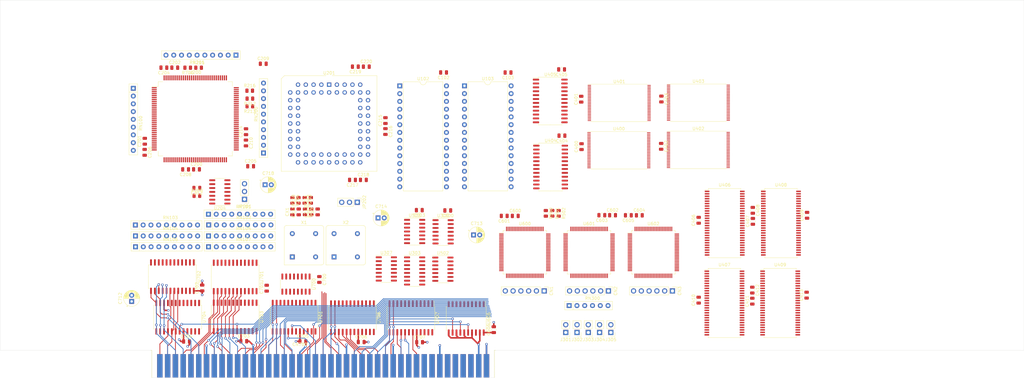
<source format=kicad_pcb>
(kicad_pcb (version 20171130) (host pcbnew 5.1.12-84ad8e8a86~92~ubuntu20.04.1)
  (layers (0 F.Cu signal) (1 In1.Cu signal hide) (2 In2.Cu signal hide) (31 B.Cu signal) (34 B.Paste user) (35 F.Paste user) (36 B.SilkS user) (37 F.SilkS user) (38 B.Mask user) (39 F.Mask user) (44 Edge.Cuts user))
  (net 0 "")
  (net 1 GND)
  (net 2 +5V)
  (net 3 "Net-(C211-Pad1)")
  (net 4 "Net-(C212-Pad1)")
  (net 5 +3V3)
  (net 6 "/CPLD 1/TDO0")
  (net 7 "/CPLD 1/TCK0")
  (net 8 "/CPLD 1/TMS0")
  (net 9 "/CPLD 1/TDI0")
  (net 10 "/CPLD 1/TDO1")
  (net 11 "/CPLD 1/TCK1")
  (net 12 "/CPLD 1/TMS1")
  (net 13 "/CPLD 1/TDI1")
  (net 14 "Net-(CN700-Pad8)")
  (net 15 "/Card Edge/AD8")
  (net 16 "/Card Edge/AD9")
  (net 17 "/Card Edge/AD10")
  (net 18 "/Card Edge/AD5")
  (net 19 "/Card Edge/AD6")
  (net 20 "/Card Edge/AA8")
  (net 21 "/Card Edge/AD7")
  (net 22 _AAS)
  (net 23 "/Card Edge/AD2")
  (net 24 "/Card Edge/AD1")
  (net 25 "Net-(CN700-Pad85)")
  (net 26 "/Card Edge/AD0")
  (net 27 "/Card Edge/AD4")
  (net 28 "/Card Edge/AD3")
  (net 29 "/Card Edge/AD11")
  (net 30 "/Card Edge/AD12")
  (net 31 "/Card Edge/AD13")
  (net 32 "/Card Edge/AD14")
  (net 33 "/Card Edge/AD15")
  (net 34 _ABGACK)
  (net 35 _UDS)
  (net 36 _ABR)
  (net 37 _LDS)
  (net 38 "/Card Edge/AA21")
  (net 39 AR_W)
  (net 40 "/Card Edge/AA20")
  (net 41 _DTACK)
  (net 42 "/Card Edge/AA19")
  (net 43 _ABG)
  (net 44 "/Card Edge/AA18")
  (net 45 "/Card Edge/AA7")
  (net 46 E)
  (net 47 "/Card Edge/AA3")
  (net 48 _VPA)
  (net 49 "/Card Edge/AA4")
  (net 50 "Net-(CN700-Pad46)")
  (net 51 "Net-(CN700-Pad22)")
  (net 52 "Net-(CN700-Pad44)")
  (net 53 _BOSS)
  (net 54 "Net-(CN700-Pad42)")
  (net 55 "Net-(CN700-Pad18)")
  (net 56 "Net-(CN700-Pad40)")
  (net 57 _C1)
  (net 58 "/Card Edge/AA12")
  (net 59 _C3)
  (net 60 "/Card Edge/AA11")
  (net 61 "Net-(CN700-Pad12)")
  (net 62 "/Card Edge/AA10")
  (net 63 "Net-(CN700-Pad10)")
  (net 64 "/Card Edge/AA9")
  (net 65 AFC0)
  (net 66 "/Card Edge/AA1")
  (net 67 "/Card Edge/AA23")
  (net 68 "/Card Edge/AA2")
  (net 69 "/Card Edge/AA22")
  (net 70 _HALT)
  (net 71 "/Card Edge/AA6")
  (net 72 _RESET)
  (net 73 "/Card Edge/AA5")
  (net 74 _VMA)
  (net 75 "Net-(CN700-Pad19)")
  (net 76 _OVR)
  (net 77 "/Card Edge/AA17")
  (net 78 _CDAC)
  (net 79 "/Card Edge/AA16")
  (net 80 "/Card Edge/AA15")
  (net 81 "Net-(CN700-Pad11)")
  (net 82 "/Card Edge/AA14")
  (net 83 28M)
  (net 84 "/Card Edge/AA13")
  (net 85 "Net-(CN700-Pad7)")
  (net 86 AFC2)
  (net 87 AFC1)
  (net 88 TWOMB)
  (net 89 B2000)
  (net 90 Z2AUTO)
  (net 91 OSMODE)
  (net 92 Z3AUTO)
  (net 93 _ECS)
  (net 94 "Net-(R204-Pad2)")
  (net 95 CPUCLK_A)
  (net 96 "Net-(R209-Pad1)")
  (net 97 _DS)
  (net 98 "Net-(R212-Pad2)")
  (net 99 _AS)
  (net 100 "Net-(R213-Pad2)")
  (net 101 R_W)
  (net 102 _CPURESET)
  (net 103 _BERR)
  (net 104 A24)
  (net 105 A25)
  (net 106 A26)
  (net 107 A27)
  (net 108 A28)
  (net 109 A29)
  (net 110 A30)
  (net 111 A31)
  (net 112 A16)
  (net 113 A17)
  (net 114 A18)
  (net 115 A19)
  (net 116 A20)
  (net 117 A21)
  (net 118 A22)
  (net 119 A23)
  (net 120 A8)
  (net 121 A9)
  (net 122 A10)
  (net 123 A11)
  (net 124 A12)
  (net 125 A13)
  (net 126 A14)
  (net 127 A15)
  (net 128 A0)
  (net 129 A1)
  (net 130 A2)
  (net 131 A3)
  (net 132 A4)
  (net 133 A5)
  (net 134 A6)
  (net 135 A7)
  (net 136 D7)
  (net 137 D6)
  (net 138 D5)
  (net 139 D4)
  (net 140 D3)
  (net 141 D2)
  (net 142 D1)
  (net 143 D0)
  (net 144 D15)
  (net 145 D14)
  (net 146 D13)
  (net 147 D12)
  (net 148 D11)
  (net 149 D10)
  (net 150 D9)
  (net 151 D8)
  (net 152 D23)
  (net 153 D22)
  (net 154 D21)
  (net 155 D20)
  (net 156 D19)
  (net 157 D18)
  (net 158 D17)
  (net 159 D16)
  (net 160 D31)
  (net 161 D30)
  (net 162 D29)
  (net 163 D28)
  (net 164 D27)
  (net 165 D26)
  (net 166 D25)
  (net 167 D24)
  (net 168 FC2)
  (net 169 FC1)
  (net 170 FC0)
  (net 171 SIZ1)
  (net 172 SIZ0)
  (net 173 _CBACK)
  (net 174 _CBREQ)
  (net 175 "Net-(RN201-Pad8)")
  (net 176 _STERM)
  (net 177 _SENSE)
  (net 178 "Net-(RN201-Pad4)")
  (net 179 _DSACK1)
  (net 180 _DSACK0)
  (net 181 _CSROM)
  (net 182 _CIIN)
  (net 183 "Net-(U200-Pad62)")
  (net 184 "Net-(U200-Pad61)")
  (net 185 "Net-(U200-Pad50)")
  (net 186 "Net-(U200-Pad84)")
  (net 187 "Net-(U200-Pad74)")
  (net 188 "Net-(U200-Pad73)")
  (net 189 /Processor/_IPL0)
  (net 190 /Processor/_IPL1)
  (net 191 /Processor/_IPL2)
  (net 192 _BR)
  (net 193 _BGACK)
  (net 194 _BG)
  (net 195 "Net-(U200-Pad15)")
  (net 196 "Net-(U200-Pad14)")
  (net 197 "Net-(U200-Pad13)")
  (net 198 _AVEC)
  (net 199 _FPUCS)
  (net 200 "Net-(U201-Pad15)")
  (net 201 _GRESET)
  (net 202 "Net-(U204-Pad11)")
  (net 203 "Net-(U204-Pad8)")
  (net 204 "Net-(U300-Pad13)")
  (net 205 "Net-(U300-Pad12)")
  (net 206 "Net-(U300-Pad11)")
  (net 207 "Net-(U300-Pad10)")
  (net 208 "Net-(U300-Pad9)")
  (net 209 "Net-(U300-Pad1)")
  (net 210 68KMODE)
  (net 211 JMODE)
  (net 212 RSTENB)
  (net 213 ROMCLK)
  (net 214 /Logic/ROMCONF)
  (net 215 PHANTOMHI)
  (net 216 PHANTOMLO)
  (net 217 _REGRESET)
  (net 218 "Net-(U307-Pad9)")
  (net 219 "Net-(U307-Pad8)")
  (net 220 "Net-(U307-Pad2)")
  (net 221 "Net-(U307-Pad1)")
  (net 222 "/Base Memory/MA16")
  (net 223 _OE0)
  (net 224 "/Base Memory/MA1")
  (net 225 "/Base Memory/MA2")
  (net 226 "/Base Memory/MA3")
  (net 227 "/Base Memory/MA4")
  (net 228 "/Base Memory/MA5")
  (net 229 "/Base Memory/MA6")
  (net 230 "/Base Memory/MA7")
  (net 231 "/Base Memory/MA17")
  (net 232 "/Base Memory/MA18")
  (net 233 _UMBE)
  (net 234 _UUBE)
  (net 235 _WE0)
  (net 236 "/Base Memory/MA19")
  (net 237 "/Base Memory/MA8")
  (net 238 "/Base Memory/MA9")
  (net 239 "/Base Memory/MA10")
  (net 240 "/Base Memory/MA11")
  (net 241 "/Base Memory/MA12")
  (net 242 "/Base Memory/MA13")
  (net 243 "/Base Memory/MA14")
  (net 244 "/Base Memory/MA0")
  (net 245 "/Base Memory/MA15")
  (net 246 _LLBE)
  (net 247 _LMBE)
  (net 248 _OE1)
  (net 249 _WE1)
  (net 250 AS)
  (net 251 _EM0LMBE)
  (net 252 EM0CLKE)
  (net 253 "/Expansion Memory/EMA12")
  (net 254 "/Expansion Memory/EMA11")
  (net 255 "/Expansion Memory/EMA9")
  (net 256 "/Expansion Memory/EMA8")
  (net 257 "/Expansion Memory/EMA7")
  (net 258 "/Expansion Memory/EMA6")
  (net 259 "/Expansion Memory/EMA5")
  (net 260 "/Expansion Memory/EMA4")
  (net 261 "/Expansion Memory/EMA3")
  (net 262 "/Expansion Memory/EMA2")
  (net 263 "/Expansion Memory/EMA1")
  (net 264 "/Expansion Memory/EMA0")
  (net 265 "/Expansion Memory/EMA10")
  (net 266 EM0B1)
  (net 267 EM0B0)
  (net 268 _EM0CS)
  (net 269 _RAS0)
  (net 270 _CAS0)
  (net 271 EM0R_W)
  (net 272 _EM0LLBE)
  (net 273 _EM0UMBE)
  (net 274 _EM0UUBE)
  (net 275 _EM1LMBE)
  (net 276 EM1CLKE)
  (net 277 EM1B1)
  (net 278 EM1B0)
  (net 279 _EM1CS)
  (net 280 _RAS1)
  (net 281 _CAS1)
  (net 282 EM1R_W)
  (net 283 _EM1LLBE)
  (net 284 _EM1UUBE)
  (net 285 _EM1UMBE)
  (net 286 BG)
  (net 287 7M)
  (net 288 BGDIS)
  (net 289 "Net-(U502-Pad1)")
  (net 290 "Net-(U502-Pad8)")
  (net 291 "Net-(U502-Pad5)")
  (net 292 /Logic/_S7MDIS_DFF)
  (net 293 SCLK)
  (net 294 /Logic/_S7MDIS)
  (net 295 "Net-(U503-Pad8)")
  (net 296 "Net-(U503-Pad6)")
  (net 297 /Logic/_ASEN)
  (net 298 _MEMLOCK)
  (net 299 _ASDELAY)
  (net 300 "Net-(U600-Pad99)")
  (net 301 DSCLK)
  (net 302 _S7MDIS)
  (net 303 SN7MDIS)
  (net 304 _7M)
  (net 305 CDAC)
  (net 306 RESENB)
  (net 307 MODE68K)
  (net 308 "Net-(U600-Pad80)")
  (net 309 EXTSEL)
  (net 310 TRISTATE)
  (net 311 "Net-(U600-Pad73)")
  (net 312 _EXTERN)
  (net 313 _IVMA)
  (net 314 _ONBOARD)
  (net 315 _DSACKEN)
  (net 316 _DSACKDIS)
  (net 317 _BGDIS)
  (net 318 _CYCEND)
  (net 319 _MEMSEL)
  (net 320 "Net-(U600-Pad46)")
  (net 321 "Net-(U600-Pad43)")
  (net 322 _ADOEH)
  (net 323 _ADOEL)
  (net 324 ADDIR)
  (net 325 DRSEL)
  (net 326 "Net-(U600-Pad34)")
  (net 327 CONFIGED)
  (net 328 "Net-(U600-Pad32)")
  (net 329 MEMACCESS)
  (net 330 _DSEN)
  (net 331 "Net-(U600-Pad27)")
  (net 332 "Net-(U600-Pad24)")
  (net 333 "Net-(U600-Pad23)")
  (net 334 "Net-(U600-Pad22)")
  (net 335 "Net-(U600-Pad19)")
  (net 336 _ASEN)
  (net 337 A7M)
  (net 338 "Net-(U600-Pad9)")
  (net 339 IPLCLK)
  (net 340 "Net-(U600-Pad7)")
  (net 341 "Net-(U600-Pad6)")
  (net 342 "Net-(U600-Pad4)")
  (net 343 "Net-(U600-Pad3)")
  (net 344 "Net-(U600-Pad2)")
  (net 345 "Net-(U600-Pad1)")
  (net 346 "Net-(U601-Pad99)")
  (net 347 "Net-(U601-Pad80)")
  (net 348 "Net-(U601-Pad73)")
  (net 349 "Net-(U601-Pad46)")
  (net 350 "Net-(U601-Pad43)")
  (net 351 "Net-(U601-Pad34)")
  (net 352 AUTO)
  (net 353 "Net-(U601-Pad27)")
  (net 354 "Net-(U601-Pad25)")
  (net 355 "Net-(U601-Pad24)")
  (net 356 "Net-(U601-Pad23)")
  (net 357 "Net-(U601-Pad19)")
  (net 358 "Net-(U601-Pad7)")
  (net 359 "Net-(U601-Pad4)")
  (net 360 "Net-(U601-Pad3)")
  (net 361 "Net-(U601-Pad2)")
  (net 362 "Net-(U601-Pad1)")
  (net 363 EMA0)
  (net 364 EMA1)
  (net 365 EMA2)
  (net 366 EMA3)
  (net 367 EMA4)
  (net 368 EMA5)
  (net 369 EMA6)
  (net 370 _CSEM0)
  (net 371 EMA7)
  (net 372 "Net-(U602-Pad80)")
  (net 373 "Net-(U602-Pad73)")
  (net 374 "Net-(U602-Pad46)")
  (net 375 "Net-(U602-Pad43)")
  (net 376 "Net-(U602-Pad34)")
  (net 377 "Net-(U602-Pad24)")
  (net 378 "Net-(U602-Pad19)")
  (net 379 EMA8)
  (net 380 EMA9)
  (net 381 EMA10)
  (net 382 EMA11)
  (net 383 EMA12)
  (net 384 "Net-(U602-Pad7)")
  (net 385 _CSEM1)
  (net 386 "Net-(U602-Pad2)")
  (net 387 "Net-(U606-Pad9)")
  (net 388 "Net-(U606-Pad7)")
  (net 389 "Net-(U606-Pad5)")
  (net 390 "Net-(U606-Pad3)")
  (net 391 "Net-(U700-Pad15)")
  (net 392 "Net-(U700-Pad12)")
  (net 393 "Net-(U700-Pad10)")
  (net 394 _CLK7M)
  (net 395 "/Card Edge/_IPL0")
  (net 396 "/Card Edge/_IPL1")
  (net 397 "/Card Edge/_IPL2")
  (net 398 "Net-(U701-Pad23)")
  (net 399 "Net-(U701-Pad1)")
  (net 400 "Net-(U702-Pad23)")
  (net 401 "Net-(U702-Pad1)")
  (net 402 "Net-(U707-Pad18)")
  (net 403 "Net-(U707-Pad2)")
  (net 404 "Net-(X1-Pad1)")
  (net 405 "Net-(C213-Pad1)")
  (net 406 "Net-(JP201-Pad3)")
  (net 407 "Net-(JP201-Pad2)")
  (net 408 "Net-(JP202-Pad3)")
  (net 409 "Net-(JP202-Pad2)")
  (net 410 "Net-(JP202-Pad1)")
  (net 411 "Net-(R203-Pad2)")
  (net 412 "Net-(R215-Pad1)")
  (net 413 "Net-(R216-Pad1)")
  (net 414 "Net-(X2-Pad1)")
  (net 415 "Net-(U200-Pad121)")
  (module Capacitor_SMD:C_0805_2012Metric (layer F.Cu) (at 216.5477 185.4327 90)
    (fp_text reference C606 (at 0 -1.68 90) (layer F.SilkS))
    (fp_text value 0.22)
    (pad 2 smd roundrect (at 0.95 0 90) (size 1 1.45) (layers F.Cu F.Paste F.Mask) (net 1 GND))
    (pad 1 smd roundrect (at -0.95 0 90) (size 1 1.45) (layers F.Cu F.Paste F.Mask) (net 2 +5V))
  )
  (module Capacitor_SMD:C_0805_2012Metric (layer F.Cu) (at 192.2272 146.3548 180)
    (fp_text reference C503 (at 0 -1.68) (layer F.SilkS))
    (fp_text value 0.22)
    (pad 2 smd roundrect (at 0.95 0 180) (size 1 1.45) (layers F.Cu F.Paste F.Mask) (net 1 GND))
    (pad 1 smd roundrect (at -0.95 0 180) (size 1 1.45) (layers F.Cu F.Paste F.Mask) (net 2 +5V))
  )
  (module Capacitor_SMD:C_0805_2012Metric (layer F.Cu) (at 201.5236 146.4564 180)
    (fp_text reference C300 (at 0 -1.68) (layer F.SilkS))
    (fp_text value 0.22)
    (pad 2 smd roundrect (at 0.95 0 180) (size 1 1.45) (layers F.Cu F.Paste F.Mask) (net 1 GND))
    (pad 1 smd roundrect (at -0.95 0 180) (size 1 1.45) (layers F.Cu F.Paste F.Mask) (net 2 +5V))
  )
  (module Capacitor_SMD:C_0805_2012Metric (layer F.Cu) (at 174.9171 99.4283)
    (fp_text reference C220 (at 0 -1.68) (layer F.SilkS))
    (fp_text value 0.1uF)
    (pad 2 smd roundrect (at 0.95 0) (size 1 1.45) (layers F.Cu F.Paste F.Mask) (net 1 GND))
    (pad 1 smd roundrect (at -0.95 0) (size 1 1.45) (layers F.Cu F.Paste F.Mask) (net 2 +5V))
  )
  (module Capacitor_SMD:C_0805_2012Metric (layer F.Cu) (at 171.3357 99.4283 180)
    (fp_text reference C219 (at 0 -1.68) (layer F.SilkS))
    (fp_text value 0.01uF)
    (pad 2 smd roundrect (at 0.95 0 180) (size 1 1.45) (layers F.Cu F.Paste F.Mask) (net 1 GND))
    (pad 1 smd roundrect (at -0.95 0 180) (size 1 1.45) (layers F.Cu F.Paste F.Mask) (net 2 +5V))
  )
  (module Capacitor_SMD:C_0805_2012Metric (layer F.Cu) (at 173.9646 136.4488)
    (fp_text reference C218 (at 0 -1.68) (layer F.SilkS))
    (fp_text value 0.1uF)
    (pad 2 smd roundrect (at 0.95 0) (size 1 1.45) (layers F.Cu F.Paste F.Mask) (net 1 GND))
    (pad 1 smd roundrect (at -0.95 0) (size 1 1.45) (layers F.Cu F.Paste F.Mask) (net 2 +5V))
  )
  (module Capacitor_SMD:C_0805_2012Metric (layer F.Cu) (at 170.4086 136.4615 180)
    (fp_text reference C217 (at 0 -1.68) (layer F.SilkS))
    (fp_text value 0.01uF)
    (pad 2 smd roundrect (at 0.95 0 180) (size 1 1.45) (layers F.Cu F.Paste F.Mask) (net 1 GND))
    (pad 1 smd roundrect (at -0.95 0 180) (size 1 1.45) (layers F.Cu F.Paste F.Mask) (net 2 +5V))
  )
  (module Capacitor_SMD:C_0805_2012Metric (layer F.Cu) (at 181.1655 120.6373 270)
    (fp_text reference C216 (at 0 -1.68 90) (layer F.SilkS))
    (fp_text value 0.1uF)
    (pad 2 smd roundrect (at 0.95 0 270) (size 1 1.45) (layers F.Cu F.Paste F.Mask) (net 1 GND))
    (pad 1 smd roundrect (at -0.95 0 270) (size 1 1.45) (layers F.Cu F.Paste F.Mask) (net 2 +5V))
  )
  (module Capacitor_SMD:C_0805_2012Metric (layer F.Cu) (at 181.1655 117.0559 90)
    (fp_text reference C215 (at 0 -1.68 90) (layer F.SilkS))
    (fp_text value 0.01uF)
    (pad 2 smd roundrect (at 0.95 0 90) (size 1 1.45) (layers F.Cu F.Paste F.Mask) (net 1 GND))
    (pad 1 smd roundrect (at -0.95 0 90) (size 1 1.45) (layers F.Cu F.Paste F.Mask) (net 2 +5V))
  )
  (module Capacitor_SMD:C_0805_2012Metric (layer F.Cu) (at 135.6233 120.7008 90)
    (fp_text reference C214 (at 0 -1.68 90) (layer F.SilkS))
    (fp_text value 0.1uF)
    (pad 2 smd roundrect (at 0.95 0 90) (size 1 1.45) (layers F.Cu F.Paste F.Mask) (net 1 GND))
    (pad 1 smd roundrect (at -0.95 0 90) (size 1 1.45) (layers F.Cu F.Paste F.Mask) (net 2 +5V))
  )
  (module Capacitor_SMD:C_0805_2012Metric (layer F.Cu) (at 135.6106 124.3838 270)
    (fp_text reference C210 (at 0 -1.68 90) (layer F.SilkS))
    (fp_text value 0.01uF)
    (pad 2 smd roundrect (at 0.95 0 270) (size 1 1.45) (layers F.Cu F.Paste F.Mask) (net 1 GND))
    (pad 1 smd roundrect (at -0.95 0 270) (size 1 1.45) (layers F.Cu F.Paste F.Mask) (net 2 +5V))
  )
  (module Capacitor_SMD:C_0805_2012Metric (layer F.Cu) (at 115.9002 133.0198 180)
    (fp_text reference C208 (at 0 -1.68) (layer F.SilkS))
    (fp_text value 0.1uF)
    (pad 2 smd roundrect (at 0.95 0 180) (size 1 1.45) (layers F.Cu F.Paste F.Mask) (net 1 GND))
    (pad 1 smd roundrect (at -0.95 0 180) (size 1 1.45) (layers F.Cu F.Paste F.Mask) (net 2 +5V))
  )
  (module Capacitor_SMD:C_0805_2012Metric (layer F.Cu) (at 137.1346 131.9911)
    (fp_text reference C205 (at 0 -1.68) (layer F.SilkS))
    (fp_text value 330pF)
    (pad 2 smd roundrect (at 0.95 0) (size 1 1.45) (layers F.Cu F.Paste F.Mask) (net 1 GND))
    (pad 1 smd roundrect (at -0.95 0) (size 1 1.45) (layers F.Cu F.Paste F.Mask) (net 2 +5V))
  )
  (module Capacitor_SMD:C_0805_2012Metric (layer F.Cu) (at 108.8009 99.7585 180)
    (fp_text reference C204 (at 0 -1.68) (layer F.SilkS))
    (fp_text value 0.1uF)
    (pad 2 smd roundrect (at 0.95 0 180) (size 1 1.45) (layers F.Cu F.Paste F.Mask) (net 1 GND))
    (pad 1 smd roundrect (at -0.95 0 180) (size 1 1.45) (layers F.Cu F.Paste F.Mask) (net 2 +5V))
  )
  (module Capacitor_SMD:C_0805_2012Metric (layer F.Cu) (at 318.7192 174.1424 90)
    (fp_text reference C413 (at 0 -1.68 90) (layer F.SilkS))
    (fp_text value 0.33uF)
    (pad 2 smd roundrect (at 0.95 0 90) (size 1 1.45) (layers F.Cu F.Paste F.Mask) (net 1 GND))
    (pad 1 smd roundrect (at -0.95 0 90) (size 1 1.45) (layers F.Cu F.Paste F.Mask) (net 5 +3V3))
  )
  (module Capacitor_SMD:C_0805_2012Metric (layer F.Cu) (at 300.99 172.4914 270)
    (fp_text reference C412 (at 0 -1.68 90) (layer F.SilkS))
    (fp_text value 0.33uF)
    (pad 2 smd roundrect (at 0.95 0 270) (size 1 1.45) (layers F.Cu F.Paste F.Mask) (net 1 GND))
    (pad 1 smd roundrect (at -0.95 0 270) (size 1 1.45) (layers F.Cu F.Paste F.Mask) (net 5 +3V3))
  )
  (module Capacitor_SMD:C_0805_2012Metric (layer F.Cu) (at 300.99 176.111 90)
    (fp_text reference C411 (at 0 -1.68 90) (layer F.SilkS))
    (fp_text value 0.33uF)
    (pad 2 smd roundrect (at 0.95 0 90) (size 1 1.45) (layers F.Cu F.Paste F.Mask) (net 1 GND))
    (pad 1 smd roundrect (at -0.95 0 90) (size 1 1.45) (layers F.Cu F.Paste F.Mask) (net 5 +3V3))
  )
  (module Capacitor_SMD:C_0805_2012Metric (layer F.Cu) (at 283.464 175.7782 90)
    (fp_text reference C410 (at 0 -1.68 90) (layer F.SilkS))
    (fp_text value 0.33uF)
    (pad 2 smd roundrect (at 0.95 0 90) (size 1 1.45) (layers F.Cu F.Paste F.Mask) (net 1 GND))
    (pad 1 smd roundrect (at -0.95 0 90) (size 1 1.45) (layers F.Cu F.Paste F.Mask) (net 5 +3V3))
  )
  (module Oscillator:Oscillator_DIP-8 (layer F.Cu) (at 164.3888 161.6456)
    (fp_text reference X2 (at 3.81 -11.26) (layer F.SilkS))
    (fp_text value 25MHz)
    (pad 4 thru_hole circle (at 7.62 0) (size 1.6 1.6) (drill 0.8) (layers *.Cu *.Mask) (net 1 GND))
    (pad 5 thru_hole circle (at 7.62 -7.62) (size 1.6 1.6) (drill 0.8) (layers *.Cu *.Mask) (net 411 "Net-(R203-Pad2)"))
    (pad 8 thru_hole circle (at 0 -7.62) (size 1.6 1.6) (drill 0.8) (layers *.Cu *.Mask) (net 2 +5V))
    (pad 1 thru_hole rect (at 0 0) (size 1.6 1.6) (drill 0.8) (layers *.Cu *.Mask) (net 414 "Net-(X2-Pad1)"))
  )
  (module Resistor_SMD:R_0805_2012Metric (layer F.Cu) (at 156.8069 143.1417 90)
    (fp_text reference R211 (at 0 -1.65 90) (layer F.SilkS))
    (fp_text value 68)
    (pad 2 smd roundrect (at 0.9125 0 90) (size 1.025 1.4) (layers F.Cu F.Paste F.Mask) (roundrect_rratio 0.243902) (net 405 "Net-(C213-Pad1)"))
    (pad 1 smd roundrect (at -0.9125 0 90) (size 1.025 1.4) (layers F.Cu F.Paste F.Mask) (roundrect_rratio 0.243902) (net 410 "Net-(JP202-Pad1)"))
  )
  (module Resistor_SMD:R_0805_2012Metric (layer F.Cu) (at 154.7876 143.1544 270)
    (fp_text reference R203 (at 0 -1.65 90) (layer F.SilkS))
    (fp_text value 68)
    (pad 2 smd roundrect (at 0.9125 0 270) (size 1.025 1.4) (layers F.Cu F.Paste F.Mask) (roundrect_rratio 0.243902) (net 411 "Net-(R203-Pad2)"))
    (pad 1 smd roundrect (at -0.9125 0 270) (size 1.025 1.4) (layers F.Cu F.Paste F.Mask) (roundrect_rratio 0.243902) (net 405 "Net-(C213-Pad1)"))
  )
  (module Connector_PinHeader_2.54mm:PinHeader_1x03_P2.54mm_Vertical (layer F.Cu) (at 171.9707 143.7767 270)
    (fp_text reference JP202 (at 0 -2.33 90) (layer F.SilkS))
    (fp_text value 25/FPU)
    (pad 3 thru_hole oval (at 0 5.08 270) (size 1.7 1.7) (drill 1) (layers *.Cu *.Mask) (net 408 "Net-(JP202-Pad3)"))
    (pad 2 thru_hole oval (at 0 2.54 270) (size 1.7 1.7) (drill 1) (layers *.Cu *.Mask) (net 409 "Net-(JP202-Pad2)"))
    (pad 1 thru_hole rect (at 0 0 270) (size 1.7 1.7) (drill 1) (layers *.Cu *.Mask) (net 410 "Net-(JP202-Pad1)"))
  )
  (module Capacitor_SMD:C_0805_2012Metric (layer F.Cu) (at 159.0294 146.9263 90)
    (fp_text reference CX2 (at 0 -1.68 90) (layer F.SilkS))
    (fp_text value 0.01uF)
    (pad 2 smd roundrect (at 0.95 0 90) (size 1 1.45) (layers F.Cu F.Paste F.Mask) (net 1 GND))
    (pad 1 smd roundrect (at -0.95 0 90) (size 1 1.45) (layers F.Cu F.Paste F.Mask) (net 2 +5V))
  )
  (module Capacitor_SMD:C_0805_2012Metric (layer F.Cu) (at 260.5024 148.0312 180)
    (fp_text reference C605 (at 0 -1.68) (layer F.SilkS))
    (fp_text value 0.1uF)
    (pad 2 smd roundrect (at 0.95 0 180) (size 1 1.45) (layers F.Cu F.Paste F.Mask) (net 1 GND))
    (pad 1 smd roundrect (at -0.95 0 180) (size 1 1.45) (layers F.Cu F.Paste F.Mask) (net 5 +3V3))
  )
  (module Capacitor_SMD:C_0805_2012Metric (layer F.Cu) (at 264.0888 148.036)
    (fp_text reference C604 (at 0 -1.68) (layer F.SilkS))
    (fp_text value 0.01uF)
    (pad 2 smd roundrect (at 0.95 0) (size 1 1.45) (layers F.Cu F.Paste F.Mask) (net 1 GND))
    (pad 1 smd roundrect (at -0.95 0) (size 1 1.45) (layers F.Cu F.Paste F.Mask) (net 5 +3V3))
  )
  (module Capacitor_SMD:C_0805_2012Metric (layer F.Cu) (at 251.841 148.0058 180)
    (fp_text reference C603 (at 0 -1.68) (layer F.SilkS))
    (fp_text value 0.1uF)
    (pad 2 smd roundrect (at 0.95 0 180) (size 1 1.45) (layers F.Cu F.Paste F.Mask) (net 1 GND))
    (pad 1 smd roundrect (at -0.95 0 180) (size 1 1.45) (layers F.Cu F.Paste F.Mask) (net 5 +3V3))
  )
  (module Capacitor_SMD:C_0805_2012Metric (layer F.Cu) (at 255.3462 148.0058)
    (fp_text reference C602 (at 0 -1.68) (layer F.SilkS))
    (fp_text value 0.01uF)
    (pad 2 smd roundrect (at 0.95 0) (size 1 1.45) (layers F.Cu F.Paste F.Mask) (net 1 GND))
    (pad 1 smd roundrect (at -0.95 0) (size 1 1.45) (layers F.Cu F.Paste F.Mask) (net 5 +3V3))
  )
  (module Capacitor_SMD:C_0805_2012Metric (layer F.Cu) (at 219.964 148.2344 180)
    (fp_text reference C601 (at 0 -1.68) (layer F.SilkS))
    (fp_text value 0.1uF)
    (pad 2 smd roundrect (at 0.95 0 180) (size 1 1.45) (layers F.Cu F.Paste F.Mask) (net 1 GND))
    (pad 1 smd roundrect (at -0.95 0 180) (size 1 1.45) (layers F.Cu F.Paste F.Mask) (net 5 +3V3))
  )
  (module Capacitor_SMD:C_0805_2012Metric (layer F.Cu) (at 223.5708 148.2344)
    (fp_text reference C600 (at 0 -1.68) (layer F.SilkS))
    (fp_text value 0.01uF)
    (pad 2 smd roundrect (at 0.95 0) (size 1 1.45) (layers F.Cu F.Paste F.Mask) (net 1 GND))
    (pad 1 smd roundrect (at -0.95 0) (size 1 1.45) (layers F.Cu F.Paste F.Mask) (net 5 +3V3))
  )
  (module Capacitor_SMD:C_0805_2012Metric (layer F.Cu) (at 156.9212 146.9263 90)
    (fp_text reference C213 (at 0 -1.68 90) (layer F.SilkS))
    (fp_text value 22pF)
    (pad 2 smd roundrect (at 0.95 0 90) (size 1 1.45) (layers F.Cu F.Paste F.Mask) (net 1 GND))
    (pad 1 smd roundrect (at -0.95 0 90) (size 1 1.45) (layers F.Cu F.Paste F.Mask) (net 405 "Net-(C213-Pad1)"))
  )
  (module Capacitor_SMD:C_0805_2012Metric (layer F.Cu) (at 141.2621 98.4758)
    (fp_text reference C209 (at 0 -1.68) (layer F.SilkS))
    (fp_text value 0.22uF)
    (pad 2 smd roundrect (at 0.95 0) (size 1 1.45) (layers F.Cu F.Paste F.Mask) (net 1 GND))
    (pad 1 smd roundrect (at -0.95 0) (size 1 1.45) (layers F.Cu F.Paste F.Mask) (net 2 +5V))
  )
  (module Capacitor_SMD:C_0805_2012Metric (layer F.Cu) (at 102.5271 127.4445 270)
    (fp_text reference C206 (at 0 -1.68 90) (layer F.SilkS))
    (fp_text value 0.1uF)
    (pad 2 smd roundrect (at 0.95 0 270) (size 1 1.45) (layers F.Cu F.Paste F.Mask) (net 1 GND))
    (pad 1 smd roundrect (at -0.95 0 270) (size 1 1.45) (layers F.Cu F.Paste F.Mask) (net 2 +5V))
  )
  (module Capacitor_SMD:C_0805_2012Metric (layer F.Cu) (at 112.3569 99.7585)
    (fp_text reference C202 (at 0 -1.68) (layer F.SilkS))
    (fp_text value 0.01uF)
    (pad 2 smd roundrect (at 0.95 0) (size 1 1.45) (layers F.Cu F.Paste F.Mask) (net 1 GND))
    (pad 1 smd roundrect (at -0.95 0) (size 1 1.45) (layers F.Cu F.Paste F.Mask) (net 2 +5V))
  )
  (module Capacitor_SMD:C_0805_2012Metric (layer F.Cu) (at 102.5652 123.8123 90)
    (fp_text reference C201 (at 0 -1.68 90) (layer F.SilkS))
    (fp_text value 0.01uF)
    (pad 2 smd roundrect (at 0.95 0 90) (size 1 1.45) (layers F.Cu F.Paste F.Mask) (net 1 GND))
    (pad 1 smd roundrect (at -0.95 0 90) (size 1 1.45) (layers F.Cu F.Paste F.Mask) (net 2 +5V))
  )
  (module Capacitor_SMD:C_0805_2012Metric (layer F.Cu) (at 119.4562 133.0071)
    (fp_text reference C200 (at 0 -1.68) (layer F.SilkS))
    (fp_text value 0.01uF)
    (pad 2 smd roundrect (at 0.95 0) (size 1 1.45) (layers F.Cu F.Paste F.Mask) (net 1 GND))
    (pad 1 smd roundrect (at -0.95 0) (size 1 1.45) (layers F.Cu F.Paste F.Mask) (net 2 +5V))
  )
  (module Oscillator:Oscillator_DIP-8 (layer F.Cu) (at 150.749 161.6456)
    (fp_text reference X1 (at 3.81 -11.26) (layer F.SilkS))
    (fp_text value 25MHz)
    (pad 4 thru_hole circle (at 7.62 0) (size 1.6 1.6) (drill 0.8) (layers *.Cu *.Mask) (net 1 GND))
    (pad 5 thru_hole circle (at 7.62 -7.62) (size 1.6 1.6) (drill 0.8) (layers *.Cu *.Mask) (net 94 "Net-(R204-Pad2)"))
    (pad 8 thru_hole circle (at 0 -7.62) (size 1.6 1.6) (drill 0.8) (layers *.Cu *.Mask) (net 2 +5V))
    (pad 1 thru_hole rect (at 0 0) (size 1.6 1.6) (drill 0.8) (layers *.Cu *.Mask) (net 404 "Net-(X1-Pad1)"))
  )
  (module Package_SO:SOIC-24W_7.5x15.4mm_P1.27mm (layer F.Cu) (at 189.484 181.6354 270)
    (fp_text reference U707 (at 0 -8.65 90) (layer F.SilkS))
    (fp_text value 74HCT245)
    (pad 24 smd roundrect (at 4.65 -6.985 270) (size 2.05 0.6) (layers F.Cu F.Paste F.Mask))
    (pad 23 smd roundrect (at 4.65 -5.715 270) (size 2.05 0.6) (layers F.Cu F.Paste F.Mask))
    (pad 22 smd roundrect (at 4.65 -4.445 270) (size 2.05 0.6) (layers F.Cu F.Paste F.Mask))
    (pad 21 smd roundrect (at 4.65 -3.175 270) (size 2.05 0.6) (layers F.Cu F.Paste F.Mask))
    (pad 20 smd roundrect (at 4.65 -1.905 270) (size 2.05 0.6) (layers F.Cu F.Paste F.Mask) (net 2 +5V))
    (pad 19 smd roundrect (at 4.65 -0.635 270) (size 2.05 0.6) (layers F.Cu F.Paste F.Mask) (net 53 _BOSS))
    (pad 18 smd roundrect (at 4.65 0.635 270) (size 2.05 0.6) (layers F.Cu F.Paste F.Mask) (net 402 "Net-(U707-Pad18)"))
    (pad 17 smd roundrect (at 4.65 1.905 270) (size 2.05 0.6) (layers F.Cu F.Paste F.Mask) (net 73 "/Card Edge/AA5"))
    (pad 16 smd roundrect (at 4.65 3.175 270) (size 2.05 0.6) (layers F.Cu F.Paste F.Mask) (net 71 "/Card Edge/AA6"))
    (pad 15 smd roundrect (at 4.65 4.445 270) (size 2.05 0.6) (layers F.Cu F.Paste F.Mask) (net 49 "/Card Edge/AA4"))
    (pad 14 smd roundrect (at 4.65 5.715 270) (size 2.05 0.6) (layers F.Cu F.Paste F.Mask) (net 47 "/Card Edge/AA3"))
    (pad 13 smd roundrect (at 4.65 6.985 270) (size 2.05 0.6) (layers F.Cu F.Paste F.Mask) (net 45 "/Card Edge/AA7"))
    (pad 12 smd roundrect (at -4.65 6.985 270) (size 2.05 0.6) (layers F.Cu F.Paste F.Mask) (net 66 "/Card Edge/AA1"))
    (pad 11 smd roundrect (at -4.65 5.715 270) (size 2.05 0.6) (layers F.Cu F.Paste F.Mask) (net 68 "/Card Edge/AA2"))
    (pad 10 smd roundrect (at -4.65 4.445 270) (size 2.05 0.6) (layers F.Cu F.Paste F.Mask) (net 1 GND))
    (pad 9 smd roundrect (at -4.65 3.175 270) (size 2.05 0.6) (layers F.Cu F.Paste F.Mask) (net 130 A2))
    (pad 8 smd roundrect (at -4.65 1.905 270) (size 2.05 0.6) (layers F.Cu F.Paste F.Mask) (net 129 A1))
    (pad 7 smd roundrect (at -4.65 0.635 270) (size 2.05 0.6) (layers F.Cu F.Paste F.Mask) (net 135 A7))
    (pad 6 smd roundrect (at -4.65 -0.635 270) (size 2.05 0.6) (layers F.Cu F.Paste F.Mask) (net 131 A3))
    (pad 5 smd roundrect (at -4.65 -1.905 270) (size 2.05 0.6) (layers F.Cu F.Paste F.Mask) (net 132 A4))
    (pad 4 smd roundrect (at -4.65 -3.175 270) (size 2.05 0.6) (layers F.Cu F.Paste F.Mask) (net 134 A6))
    (pad 3 smd roundrect (at -4.65 -4.445 270) (size 2.05 0.6) (layers F.Cu F.Paste F.Mask) (net 133 A5))
    (pad 2 smd roundrect (at -4.65 -5.715 270) (size 2.05 0.6) (layers F.Cu F.Paste F.Mask) (net 403 "Net-(U707-Pad2)"))
    (pad 1 smd roundrect (at -4.65 -6.985 270) (size 2.05 0.6) (layers F.Cu F.Paste F.Mask) (net 193 _BGACK))
  )
  (module Package_SO:SOIC-24W_7.5x15.4mm_P1.27mm (layer F.Cu) (at 170.3832 181.5338 270)
    (fp_text reference U706 (at 0 -8.65 90) (layer F.SilkS))
    (fp_text value 74HCT245)
    (pad 24 smd roundrect (at 4.65 -6.985 270) (size 2.05 0.6) (layers F.Cu F.Paste F.Mask))
    (pad 23 smd roundrect (at 4.65 -5.715 270) (size 2.05 0.6) (layers F.Cu F.Paste F.Mask))
    (pad 22 smd roundrect (at 4.65 -4.445 270) (size 2.05 0.6) (layers F.Cu F.Paste F.Mask))
    (pad 21 smd roundrect (at 4.65 -3.175 270) (size 2.05 0.6) (layers F.Cu F.Paste F.Mask))
    (pad 20 smd roundrect (at 4.65 -1.905 270) (size 2.05 0.6) (layers F.Cu F.Paste F.Mask) (net 2 +5V))
    (pad 19 smd roundrect (at 4.65 -0.635 270) (size 2.05 0.6) (layers F.Cu F.Paste F.Mask) (net 53 _BOSS))
    (pad 18 smd roundrect (at 4.65 0.635 270) (size 2.05 0.6) (layers F.Cu F.Paste F.Mask) (net 20 "/Card Edge/AA8"))
    (pad 17 smd roundrect (at 4.65 1.905 270) (size 2.05 0.6) (layers F.Cu F.Paste F.Mask) (net 64 "/Card Edge/AA9"))
    (pad 16 smd roundrect (at 4.65 3.175 270) (size 2.05 0.6) (layers F.Cu F.Paste F.Mask) (net 62 "/Card Edge/AA10"))
    (pad 15 smd roundrect (at 4.65 4.445 270) (size 2.05 0.6) (layers F.Cu F.Paste F.Mask) (net 60 "/Card Edge/AA11"))
    (pad 14 smd roundrect (at 4.65 5.715 270) (size 2.05 0.6) (layers F.Cu F.Paste F.Mask) (net 58 "/Card Edge/AA12"))
    (pad 13 smd roundrect (at 4.65 6.985 270) (size 2.05 0.6) (layers F.Cu F.Paste F.Mask) (net 84 "/Card Edge/AA13"))
    (pad 12 smd roundrect (at -4.65 6.985 270) (size 2.05 0.6) (layers F.Cu F.Paste F.Mask) (net 80 "/Card Edge/AA15"))
    (pad 11 smd roundrect (at -4.65 5.715 270) (size 2.05 0.6) (layers F.Cu F.Paste F.Mask) (net 82 "/Card Edge/AA14"))
    (pad 10 smd roundrect (at -4.65 4.445 270) (size 2.05 0.6) (layers F.Cu F.Paste F.Mask) (net 1 GND))
    (pad 9 smd roundrect (at -4.65 3.175 270) (size 2.05 0.6) (layers F.Cu F.Paste F.Mask) (net 126 A14))
    (pad 8 smd roundrect (at -4.65 1.905 270) (size 2.05 0.6) (layers F.Cu F.Paste F.Mask) (net 127 A15))
    (pad 7 smd roundrect (at -4.65 0.635 270) (size 2.05 0.6) (layers F.Cu F.Paste F.Mask) (net 125 A13))
    (pad 6 smd roundrect (at -4.65 -0.635 270) (size 2.05 0.6) (layers F.Cu F.Paste F.Mask) (net 124 A12))
    (pad 5 smd roundrect (at -4.65 -1.905 270) (size 2.05 0.6) (layers F.Cu F.Paste F.Mask) (net 123 A11))
    (pad 4 smd roundrect (at -4.65 -3.175 270) (size 2.05 0.6) (layers F.Cu F.Paste F.Mask) (net 122 A10))
    (pad 3 smd roundrect (at -4.65 -4.445 270) (size 2.05 0.6) (layers F.Cu F.Paste F.Mask) (net 121 A9))
    (pad 2 smd roundrect (at -4.65 -5.715 270) (size 2.05 0.6) (layers F.Cu F.Paste F.Mask) (net 120 A8))
    (pad 1 smd roundrect (at -4.65 -6.985 270) (size 2.05 0.6) (layers F.Cu F.Paste F.Mask) (net 193 _BGACK))
  )
  (module Package_SO:SOIC-24W_7.5x15.4mm_P1.27mm (layer F.Cu) (at 151.3332 181.356 270)
    (fp_text reference U705 (at 0 -8.65 90) (layer F.SilkS))
    (fp_text value 74HCT245)
    (pad 24 smd roundrect (at 4.65 -6.985 270) (size 2.05 0.6) (layers F.Cu F.Paste F.Mask))
    (pad 23 smd roundrect (at 4.65 -5.715 270) (size 2.05 0.6) (layers F.Cu F.Paste F.Mask))
    (pad 22 smd roundrect (at 4.65 -4.445 270) (size 2.05 0.6) (layers F.Cu F.Paste F.Mask))
    (pad 21 smd roundrect (at 4.65 -3.175 270) (size 2.05 0.6) (layers F.Cu F.Paste F.Mask))
    (pad 20 smd roundrect (at 4.65 -1.905 270) (size 2.05 0.6) (layers F.Cu F.Paste F.Mask) (net 2 +5V))
    (pad 19 smd roundrect (at 4.65 -0.635 270) (size 2.05 0.6) (layers F.Cu F.Paste F.Mask) (net 53 _BOSS))
    (pad 18 smd roundrect (at 4.65 0.635 270) (size 2.05 0.6) (layers F.Cu F.Paste F.Mask) (net 79 "/Card Edge/AA16"))
    (pad 17 smd roundrect (at 4.65 1.905 270) (size 2.05 0.6) (layers F.Cu F.Paste F.Mask) (net 77 "/Card Edge/AA17"))
    (pad 16 smd roundrect (at 4.65 3.175 270) (size 2.05 0.6) (layers F.Cu F.Paste F.Mask) (net 44 "/Card Edge/AA18"))
    (pad 15 smd roundrect (at 4.65 4.445 270) (size 2.05 0.6) (layers F.Cu F.Paste F.Mask) (net 42 "/Card Edge/AA19"))
    (pad 14 smd roundrect (at 4.65 5.715 270) (size 2.05 0.6) (layers F.Cu F.Paste F.Mask) (net 40 "/Card Edge/AA20"))
    (pad 13 smd roundrect (at 4.65 6.985 270) (size 2.05 0.6) (layers F.Cu F.Paste F.Mask) (net 38 "/Card Edge/AA21"))
    (pad 12 smd roundrect (at -4.65 6.985 270) (size 2.05 0.6) (layers F.Cu F.Paste F.Mask) (net 67 "/Card Edge/AA23"))
    (pad 11 smd roundrect (at -4.65 5.715 270) (size 2.05 0.6) (layers F.Cu F.Paste F.Mask) (net 69 "/Card Edge/AA22"))
    (pad 10 smd roundrect (at -4.65 4.445 270) (size 2.05 0.6) (layers F.Cu F.Paste F.Mask) (net 1 GND))
    (pad 9 smd roundrect (at -4.65 3.175 270) (size 2.05 0.6) (layers F.Cu F.Paste F.Mask) (net 118 A22))
    (pad 8 smd roundrect (at -4.65 1.905 270) (size 2.05 0.6) (layers F.Cu F.Paste F.Mask) (net 119 A23))
    (pad 7 smd roundrect (at -4.65 0.635 270) (size 2.05 0.6) (layers F.Cu F.Paste F.Mask) (net 117 A21))
    (pad 6 smd roundrect (at -4.65 -0.635 270) (size 2.05 0.6) (layers F.Cu F.Paste F.Mask) (net 116 A20))
    (pad 5 smd roundrect (at -4.65 -1.905 270) (size 2.05 0.6) (layers F.Cu F.Paste F.Mask) (net 115 A19))
    (pad 4 smd roundrect (at -4.65 -3.175 270) (size 2.05 0.6) (layers F.Cu F.Paste F.Mask) (net 114 A18))
    (pad 3 smd roundrect (at -4.65 -4.445 270) (size 2.05 0.6) (layers F.Cu F.Paste F.Mask) (net 113 A17))
    (pad 2 smd roundrect (at -4.65 -5.715 270) (size 2.05 0.6) (layers F.Cu F.Paste F.Mask) (net 112 A16))
    (pad 1 smd roundrect (at -4.65 -6.985 270) (size 2.05 0.6) (layers F.Cu F.Paste F.Mask) (net 193 _BGACK))
  )
  (module Package_SO:SOIC-24W_7.5x15.4mm_P1.27mm (layer F.Cu) (at 113.3094 181.356 270)
    (fp_text reference U704 (at 0 -8.65 90) (layer F.SilkS))
    (fp_text value 74HCT245)
    (pad 24 smd roundrect (at 4.65 -6.985 270) (size 2.05 0.6) (layers F.Cu F.Paste F.Mask))
    (pad 23 smd roundrect (at 4.65 -5.715 270) (size 2.05 0.6) (layers F.Cu F.Paste F.Mask))
    (pad 22 smd roundrect (at 4.65 -4.445 270) (size 2.05 0.6) (layers F.Cu F.Paste F.Mask))
    (pad 21 smd roundrect (at 4.65 -3.175 270) (size 2.05 0.6) (layers F.Cu F.Paste F.Mask))
    (pad 20 smd roundrect (at 4.65 -1.905 270) (size 2.05 0.6) (layers F.Cu F.Paste F.Mask) (net 2 +5V))
    (pad 19 smd roundrect (at 4.65 -0.635 270) (size 2.05 0.6) (layers F.Cu F.Paste F.Mask) (net 323 _ADOEL))
    (pad 18 smd roundrect (at 4.65 0.635 270) (size 2.05 0.6) (layers F.Cu F.Paste F.Mask) (net 21 "/Card Edge/AD7"))
    (pad 17 smd roundrect (at 4.65 1.905 270) (size 2.05 0.6) (layers F.Cu F.Paste F.Mask) (net 19 "/Card Edge/AD6"))
    (pad 16 smd roundrect (at 4.65 3.175 270) (size 2.05 0.6) (layers F.Cu F.Paste F.Mask) (net 18 "/Card Edge/AD5"))
    (pad 15 smd roundrect (at 4.65 4.445 270) (size 2.05 0.6) (layers F.Cu F.Paste F.Mask) (net 23 "/Card Edge/AD2"))
    (pad 14 smd roundrect (at 4.65 5.715 270) (size 2.05 0.6) (layers F.Cu F.Paste F.Mask) (net 28 "/Card Edge/AD3"))
    (pad 13 smd roundrect (at 4.65 6.985 270) (size 2.05 0.6) (layers F.Cu F.Paste F.Mask) (net 27 "/Card Edge/AD4"))
    (pad 12 smd roundrect (at -4.65 6.985 270) (size 2.05 0.6) (layers F.Cu F.Paste F.Mask) (net 24 "/Card Edge/AD1"))
    (pad 11 smd roundrect (at -4.65 5.715 270) (size 2.05 0.6) (layers F.Cu F.Paste F.Mask) (net 26 "/Card Edge/AD0"))
    (pad 10 smd roundrect (at -4.65 4.445 270) (size 2.05 0.6) (layers F.Cu F.Paste F.Mask) (net 1 GND))
    (pad 9 smd roundrect (at -4.65 3.175 270) (size 2.05 0.6) (layers F.Cu F.Paste F.Mask) (net 143 D0))
    (pad 8 smd roundrect (at -4.65 1.905 270) (size 2.05 0.6) (layers F.Cu F.Paste F.Mask) (net 142 D1))
    (pad 7 smd roundrect (at -4.65 0.635 270) (size 2.05 0.6) (layers F.Cu F.Paste F.Mask) (net 139 D4))
    (pad 6 smd roundrect (at -4.65 -0.635 270) (size 2.05 0.6) (layers F.Cu F.Paste F.Mask) (net 140 D3))
    (pad 5 smd roundrect (at -4.65 -1.905 270) (size 2.05 0.6) (layers F.Cu F.Paste F.Mask) (net 141 D2))
    (pad 4 smd roundrect (at -4.65 -3.175 270) (size 2.05 0.6) (layers F.Cu F.Paste F.Mask) (net 138 D5))
    (pad 3 smd roundrect (at -4.65 -4.445 270) (size 2.05 0.6) (layers F.Cu F.Paste F.Mask) (net 137 D6))
    (pad 2 smd roundrect (at -4.65 -5.715 270) (size 2.05 0.6) (layers F.Cu F.Paste F.Mask) (net 136 D7))
    (pad 1 smd roundrect (at -4.65 -6.985 270) (size 2.05 0.6) (layers F.Cu F.Paste F.Mask) (net 324 ADDIR))
  )
  (module Package_SO:SOIC-24W_7.5x15.4mm_P1.27mm (layer F.Cu) (at 132.08 181.2798 270)
    (fp_text reference U703 (at 0 -8.65 90) (layer F.SilkS))
    (fp_text value 74HCT245)
    (pad 24 smd roundrect (at 4.65 -6.985 270) (size 2.05 0.6) (layers F.Cu F.Paste F.Mask))
    (pad 23 smd roundrect (at 4.65 -5.715 270) (size 2.05 0.6) (layers F.Cu F.Paste F.Mask))
    (pad 22 smd roundrect (at 4.65 -4.445 270) (size 2.05 0.6) (layers F.Cu F.Paste F.Mask))
    (pad 21 smd roundrect (at 4.65 -3.175 270) (size 2.05 0.6) (layers F.Cu F.Paste F.Mask))
    (pad 20 smd roundrect (at 4.65 -1.905 270) (size 2.05 0.6) (layers F.Cu F.Paste F.Mask) (net 2 +5V))
    (pad 19 smd roundrect (at 4.65 -0.635 270) (size 2.05 0.6) (layers F.Cu F.Paste F.Mask) (net 323 _ADOEL))
    (pad 18 smd roundrect (at 4.65 0.635 270) (size 2.05 0.6) (layers F.Cu F.Paste F.Mask) (net 33 "/Card Edge/AD15"))
    (pad 17 smd roundrect (at 4.65 1.905 270) (size 2.05 0.6) (layers F.Cu F.Paste F.Mask) (net 32 "/Card Edge/AD14"))
    (pad 16 smd roundrect (at 4.65 3.175 270) (size 2.05 0.6) (layers F.Cu F.Paste F.Mask) (net 31 "/Card Edge/AD13"))
    (pad 15 smd roundrect (at 4.65 4.445 270) (size 2.05 0.6) (layers F.Cu F.Paste F.Mask) (net 30 "/Card Edge/AD12"))
    (pad 14 smd roundrect (at 4.65 5.715 270) (size 2.05 0.6) (layers F.Cu F.Paste F.Mask) (net 29 "/Card Edge/AD11"))
    (pad 13 smd roundrect (at 4.65 6.985 270) (size 2.05 0.6) (layers F.Cu F.Paste F.Mask) (net 17 "/Card Edge/AD10"))
    (pad 12 smd roundrect (at -4.65 6.985 270) (size 2.05 0.6) (layers F.Cu F.Paste F.Mask) (net 15 "/Card Edge/AD8"))
    (pad 11 smd roundrect (at -4.65 5.715 270) (size 2.05 0.6) (layers F.Cu F.Paste F.Mask) (net 16 "/Card Edge/AD9"))
    (pad 10 smd roundrect (at -4.65 4.445 270) (size 2.05 0.6) (layers F.Cu F.Paste F.Mask) (net 1 GND))
    (pad 9 smd roundrect (at -4.65 3.175 270) (size 2.05 0.6) (layers F.Cu F.Paste F.Mask) (net 150 D9))
    (pad 8 smd roundrect (at -4.65 1.905 270) (size 2.05 0.6) (layers F.Cu F.Paste F.Mask) (net 151 D8))
    (pad 7 smd roundrect (at -4.65 0.635 270) (size 2.05 0.6) (layers F.Cu F.Paste F.Mask) (net 149 D10))
    (pad 6 smd roundrect (at -4.65 -0.635 270) (size 2.05 0.6) (layers F.Cu F.Paste F.Mask) (net 148 D11))
    (pad 5 smd roundrect (at -4.65 -1.905 270) (size 2.05 0.6) (layers F.Cu F.Paste F.Mask) (net 147 D12))
    (pad 4 smd roundrect (at -4.65 -3.175 270) (size 2.05 0.6) (layers F.Cu F.Paste F.Mask) (net 146 D13))
    (pad 3 smd roundrect (at -4.65 -4.445 270) (size 2.05 0.6) (layers F.Cu F.Paste F.Mask) (net 145 D14))
    (pad 2 smd roundrect (at -4.65 -5.715 270) (size 2.05 0.6) (layers F.Cu F.Paste F.Mask) (net 144 D15))
    (pad 1 smd roundrect (at -4.65 -6.985 270) (size 2.05 0.6) (layers F.Cu F.Paste F.Mask) (net 324 ADDIR))
  )
  (module Package_SO:SOIC-24W_7.5x15.4mm_P1.27mm (layer F.Cu) (at 111.5822 168.0972 270)
    (fp_text reference U702 (at 0 -8.65 90) (layer F.SilkS))
    (fp_text value 74FCT646)
    (pad 24 smd roundrect (at 4.65 -6.985 270) (size 2.05 0.6) (layers F.Cu F.Paste F.Mask) (net 2 +5V))
    (pad 23 smd roundrect (at 4.65 -5.715 270) (size 2.05 0.6) (layers F.Cu F.Paste F.Mask) (net 400 "Net-(U702-Pad23)"))
    (pad 22 smd roundrect (at 4.65 -4.445 270) (size 2.05 0.6) (layers F.Cu F.Paste F.Mask) (net 325 DRSEL))
    (pad 21 smd roundrect (at 4.65 -3.175 270) (size 2.05 0.6) (layers F.Cu F.Paste F.Mask) (net 322 _ADOEH))
    (pad 20 smd roundrect (at 4.65 -1.905 270) (size 2.05 0.6) (layers F.Cu F.Paste F.Mask) (net 21 "/Card Edge/AD7"))
    (pad 19 smd roundrect (at 4.65 -0.635 270) (size 2.05 0.6) (layers F.Cu F.Paste F.Mask) (net 19 "/Card Edge/AD6"))
    (pad 18 smd roundrect (at 4.65 0.635 270) (size 2.05 0.6) (layers F.Cu F.Paste F.Mask) (net 18 "/Card Edge/AD5"))
    (pad 17 smd roundrect (at 4.65 1.905 270) (size 2.05 0.6) (layers F.Cu F.Paste F.Mask) (net 23 "/Card Edge/AD2"))
    (pad 16 smd roundrect (at 4.65 3.175 270) (size 2.05 0.6) (layers F.Cu F.Paste F.Mask) (net 28 "/Card Edge/AD3"))
    (pad 15 smd roundrect (at 4.65 4.445 270) (size 2.05 0.6) (layers F.Cu F.Paste F.Mask) (net 27 "/Card Edge/AD4"))
    (pad 14 smd roundrect (at 4.65 5.715 270) (size 2.05 0.6) (layers F.Cu F.Paste F.Mask) (net 26 "/Card Edge/AD0"))
    (pad 13 smd roundrect (at 4.65 6.985 270) (size 2.05 0.6) (layers F.Cu F.Paste F.Mask) (net 24 "/Card Edge/AD1"))
    (pad 12 smd roundrect (at -4.65 6.985 270) (size 2.05 0.6) (layers F.Cu F.Paste F.Mask) (net 1 GND))
    (pad 11 smd roundrect (at -4.65 5.715 270) (size 2.05 0.6) (layers F.Cu F.Paste F.Mask) (net 158 D17))
    (pad 10 smd roundrect (at -4.65 4.445 270) (size 2.05 0.6) (layers F.Cu F.Paste F.Mask) (net 159 D16))
    (pad 9 smd roundrect (at -4.65 3.175 270) (size 2.05 0.6) (layers F.Cu F.Paste F.Mask) (net 155 D20))
    (pad 8 smd roundrect (at -4.65 1.905 270) (size 2.05 0.6) (layers F.Cu F.Paste F.Mask) (net 156 D19))
    (pad 7 smd roundrect (at -4.65 0.635 270) (size 2.05 0.6) (layers F.Cu F.Paste F.Mask) (net 157 D18))
    (pad 6 smd roundrect (at -4.65 -0.635 270) (size 2.05 0.6) (layers F.Cu F.Paste F.Mask) (net 154 D21))
    (pad 5 smd roundrect (at -4.65 -1.905 270) (size 2.05 0.6) (layers F.Cu F.Paste F.Mask) (net 153 D22))
    (pad 4 smd roundrect (at -4.65 -3.175 270) (size 2.05 0.6) (layers F.Cu F.Paste F.Mask) (net 152 D23))
    (pad 3 smd roundrect (at -4.65 -4.445 270) (size 2.05 0.6) (layers F.Cu F.Paste F.Mask) (net 324 ADDIR))
    (pad 2 smd roundrect (at -4.65 -5.715 270) (size 2.05 0.6) (layers F.Cu F.Paste F.Mask) (net 1 GND))
    (pad 1 smd roundrect (at -4.65 -6.985 270) (size 2.05 0.6) (layers F.Cu F.Paste F.Mask) (net 401 "Net-(U702-Pad1)"))
  )
  (module Package_SO:SOIC-24W_7.5x15.4mm_P1.27mm (layer F.Cu) (at 132.08 168.1988 270)
    (fp_text reference U701 (at 0 -8.65 90) (layer F.SilkS))
    (fp_text value 74FCT646)
    (pad 24 smd roundrect (at 4.65 -6.985 270) (size 2.05 0.6) (layers F.Cu F.Paste F.Mask) (net 2 +5V))
    (pad 23 smd roundrect (at 4.65 -5.715 270) (size 2.05 0.6) (layers F.Cu F.Paste F.Mask) (net 398 "Net-(U701-Pad23)"))
    (pad 22 smd roundrect (at 4.65 -4.445 270) (size 2.05 0.6) (layers F.Cu F.Paste F.Mask) (net 325 DRSEL))
    (pad 21 smd roundrect (at 4.65 -3.175 270) (size 2.05 0.6) (layers F.Cu F.Paste F.Mask) (net 322 _ADOEH))
    (pad 20 smd roundrect (at 4.65 -1.905 270) (size 2.05 0.6) (layers F.Cu F.Paste F.Mask) (net 33 "/Card Edge/AD15"))
    (pad 19 smd roundrect (at 4.65 -0.635 270) (size 2.05 0.6) (layers F.Cu F.Paste F.Mask) (net 32 "/Card Edge/AD14"))
    (pad 18 smd roundrect (at 4.65 0.635 270) (size 2.05 0.6) (layers F.Cu F.Paste F.Mask) (net 31 "/Card Edge/AD13"))
    (pad 17 smd roundrect (at 4.65 1.905 270) (size 2.05 0.6) (layers F.Cu F.Paste F.Mask) (net 30 "/Card Edge/AD12"))
    (pad 16 smd roundrect (at 4.65 3.175 270) (size 2.05 0.6) (layers F.Cu F.Paste F.Mask) (net 29 "/Card Edge/AD11"))
    (pad 15 smd roundrect (at 4.65 4.445 270) (size 2.05 0.6) (layers F.Cu F.Paste F.Mask) (net 17 "/Card Edge/AD10"))
    (pad 14 smd roundrect (at 4.65 5.715 270) (size 2.05 0.6) (layers F.Cu F.Paste F.Mask) (net 16 "/Card Edge/AD9"))
    (pad 13 smd roundrect (at 4.65 6.985 270) (size 2.05 0.6) (layers F.Cu F.Paste F.Mask) (net 15 "/Card Edge/AD8"))
    (pad 12 smd roundrect (at -4.65 6.985 270) (size 2.05 0.6) (layers F.Cu F.Paste F.Mask) (net 1 GND))
    (pad 11 smd roundrect (at -4.65 5.715 270) (size 2.05 0.6) (layers F.Cu F.Paste F.Mask) (net 167 D24))
    (pad 10 smd roundrect (at -4.65 4.445 270) (size 2.05 0.6) (layers F.Cu F.Paste F.Mask) (net 166 D25))
    (pad 9 smd roundrect (at -4.65 3.175 270) (size 2.05 0.6) (layers F.Cu F.Paste F.Mask) (net 165 D26))
    (pad 8 smd roundrect (at -4.65 1.905 270) (size 2.05 0.6) (layers F.Cu F.Paste F.Mask) (net 164 D27))
    (pad 7 smd roundrect (at -4.65 0.635 270) (size 2.05 0.6) (layers F.Cu F.Paste F.Mask) (net 163 D28))
    (pad 6 smd roundrect (at -4.65 -0.635 270) (size 2.05 0.6) (layers F.Cu F.Paste F.Mask) (net 162 D29))
    (pad 5 smd roundrect (at -4.65 -1.905 270) (size 2.05 0.6) (layers F.Cu F.Paste F.Mask) (net 161 D30))
    (pad 4 smd roundrect (at -4.65 -3.175 270) (size 2.05 0.6) (layers F.Cu F.Paste F.Mask) (net 160 D31))
    (pad 3 smd roundrect (at -4.65 -4.445 270) (size 2.05 0.6) (layers F.Cu F.Paste F.Mask) (net 324 ADDIR))
    (pad 2 smd roundrect (at -4.65 -5.715 270) (size 2.05 0.6) (layers F.Cu F.Paste F.Mask) (net 1 GND))
    (pad 1 smd roundrect (at -4.65 -6.985 270) (size 2.05 0.6) (layers F.Cu F.Paste F.Mask) (net 399 "Net-(U701-Pad1)"))
  )
  (module Package_SO:SOIC-16_3.9x9.9mm_P1.27mm (layer F.Cu) (at 151.9428 170.5356 270)
    (fp_text reference U700 (at 0 -5.9 90) (layer F.SilkS))
    (fp_text value 74HCT174)
    (pad 16 smd roundrect (at 2.475 -4.445 270) (size 1.95 0.6) (layers F.Cu F.Paste F.Mask) (net 2 +5V))
    (pad 15 smd roundrect (at 2.475 -3.175 270) (size 1.95 0.6) (layers F.Cu F.Paste F.Mask) (net 391 "Net-(U700-Pad15)"))
    (pad 14 smd roundrect (at 2.475 -1.905 270) (size 1.95 0.6) (layers F.Cu F.Paste F.Mask) (net 2 +5V))
    (pad 13 smd roundrect (at 2.475 -0.635 270) (size 1.95 0.6) (layers F.Cu F.Paste F.Mask) (net 2 +5V))
    (pad 12 smd roundrect (at 2.475 0.635 270) (size 1.95 0.6) (layers F.Cu F.Paste F.Mask) (net 392 "Net-(U700-Pad12)"))
    (pad 11 smd roundrect (at 2.475 1.905 270) (size 1.95 0.6) (layers F.Cu F.Paste F.Mask) (net 2 +5V))
    (pad 10 smd roundrect (at 2.475 3.175 270) (size 1.95 0.6) (layers F.Cu F.Paste F.Mask) (net 393 "Net-(U700-Pad10)"))
    (pad 9 smd roundrect (at 2.475 4.445 270) (size 1.95 0.6) (layers F.Cu F.Paste F.Mask) (net 394 _CLK7M))
    (pad 8 smd roundrect (at -2.475 4.445 270) (size 1.95 0.6) (layers F.Cu F.Paste F.Mask) (net 1 GND))
    (pad 7 smd roundrect (at -2.475 3.175 270) (size 1.95 0.6) (layers F.Cu F.Paste F.Mask) (net 395 "/Card Edge/_IPL0"))
    (pad 6 smd roundrect (at -2.475 1.905 270) (size 1.95 0.6) (layers F.Cu F.Paste F.Mask) (net 56 "Net-(CN700-Pad40)"))
    (pad 5 smd roundrect (at -2.475 0.635 270) (size 1.95 0.6) (layers F.Cu F.Paste F.Mask) (net 396 "/Card Edge/_IPL1"))
    (pad 4 smd roundrect (at -2.475 -0.635 270) (size 1.95 0.6) (layers F.Cu F.Paste F.Mask) (net 54 "Net-(CN700-Pad42)"))
    (pad 3 smd roundrect (at -2.475 -1.905 270) (size 1.95 0.6) (layers F.Cu F.Paste F.Mask) (net 52 "Net-(CN700-Pad44)"))
    (pad 2 smd roundrect (at -2.475 -3.175 270) (size 1.95 0.6) (layers F.Cu F.Paste F.Mask) (net 397 "/Card Edge/_IPL2"))
    (pad 1 smd roundrect (at -2.475 -4.445 270) (size 1.95 0.6) (layers F.Cu F.Paste F.Mask) (net 2 +5V))
  )
  (module Package_SO:SOIC-20W_7.5x12.8mm_P1.27mm (layer F.Cu) (at 207.5434 181.737 270)
    (fp_text reference U606 (at 0 -7.35 90) (layer F.SilkS))
    (fp_text value 74HCT244)
    (pad 20 smd roundrect (at 4.65 -5.715 270) (size 2.05 0.6) (layers F.Cu F.Paste F.Mask) (net 2 +5V))
    (pad 19 smd roundrect (at 4.65 -4.445 270) (size 2.05 0.6) (layers F.Cu F.Paste F.Mask) (net 1 GND))
    (pad 18 smd roundrect (at 4.65 -3.175 270) (size 2.05 0.6) (layers F.Cu F.Paste F.Mask) (net 74 _VMA))
    (pad 17 smd roundrect (at 4.65 -1.905 270) (size 2.05 0.6) (layers F.Cu F.Paste F.Mask) (net 1 GND))
    (pad 16 smd roundrect (at 4.65 -0.635 270) (size 2.05 0.6) (layers F.Cu F.Paste F.Mask) (net 65 AFC0))
    (pad 15 smd roundrect (at 4.65 0.635 270) (size 2.05 0.6) (layers F.Cu F.Paste F.Mask) (net 1 GND))
    (pad 14 smd roundrect (at 4.65 1.905 270) (size 2.05 0.6) (layers F.Cu F.Paste F.Mask) (net 87 AFC1))
    (pad 13 smd roundrect (at 4.65 3.175 270) (size 2.05 0.6) (layers F.Cu F.Paste F.Mask) (net 1 GND))
    (pad 12 smd roundrect (at 4.65 4.445 270) (size 2.05 0.6) (layers F.Cu F.Paste F.Mask) (net 86 AFC2))
    (pad 11 smd roundrect (at 4.65 5.715 270) (size 2.05 0.6) (layers F.Cu F.Paste F.Mask) (net 1 GND))
    (pad 10 smd roundrect (at -4.65 5.715 270) (size 2.05 0.6) (layers F.Cu F.Paste F.Mask) (net 1 GND))
    (pad 9 smd roundrect (at -4.65 4.445 270) (size 2.05 0.6) (layers F.Cu F.Paste F.Mask) (net 387 "Net-(U606-Pad9)"))
    (pad 8 smd roundrect (at -4.65 3.175 270) (size 2.05 0.6) (layers F.Cu F.Paste F.Mask) (net 168 FC2))
    (pad 7 smd roundrect (at -4.65 1.905 270) (size 2.05 0.6) (layers F.Cu F.Paste F.Mask) (net 388 "Net-(U606-Pad7)"))
    (pad 6 smd roundrect (at -4.65 0.635 270) (size 2.05 0.6) (layers F.Cu F.Paste F.Mask) (net 169 FC1))
    (pad 5 smd roundrect (at -4.65 -0.635 270) (size 2.05 0.6) (layers F.Cu F.Paste F.Mask) (net 389 "Net-(U606-Pad5)"))
    (pad 4 smd roundrect (at -4.65 -1.905 270) (size 2.05 0.6) (layers F.Cu F.Paste F.Mask) (net 170 FC0))
    (pad 3 smd roundrect (at -4.65 -3.175 270) (size 2.05 0.6) (layers F.Cu F.Paste F.Mask) (net 390 "Net-(U606-Pad3)"))
    (pad 2 smd roundrect (at -4.65 -4.445 270) (size 2.05 0.6) (layers F.Cu F.Paste F.Mask) (net 313 _IVMA))
    (pad 1 smd roundrect (at -4.65 -5.715 270) (size 2.05 0.6) (layers F.Cu F.Paste F.Mask) (net 310 TRISTATE))
  )
  (module Package_QFP:TQFP-100_14x14mm_P0.5mm (layer F.Cu) (at 268.6812 160.147)
    (fp_text reference U602 (at 0 -9.35) (layer F.SilkS))
    (fp_text value XC9572XL-TQ100)
    (pad 100 smd roundrect (at -6 -7.6625) (size 0.3 1.475) (layers F.Cu F.Paste F.Mask) (net 1 GND))
    (pad 99 smd roundrect (at -5.5 -7.6625) (size 0.3 1.475) (layers F.Cu F.Paste F.Mask) (net 92 Z3AUTO))
    (pad 98 smd roundrect (at -5 -7.6625) (size 0.3 1.475) (layers F.Cu F.Paste F.Mask) (net 5 +3V3))
    (pad 97 smd roundrect (at -4.5 -7.6625) (size 0.3 1.475) (layers F.Cu F.Paste F.Mask) (net 363 EMA0))
    (pad 96 smd roundrect (at -4 -7.6625) (size 0.3 1.475) (layers F.Cu F.Paste F.Mask) (net 364 EMA1))
    (pad 95 smd roundrect (at -3.5 -7.6625) (size 0.3 1.475) (layers F.Cu F.Paste F.Mask) (net 365 EMA2))
    (pad 94 smd roundrect (at -3 -7.6625) (size 0.3 1.475) (layers F.Cu F.Paste F.Mask) (net 366 EMA3))
    (pad 93 smd roundrect (at -2.5 -7.6625) (size 0.3 1.475) (layers F.Cu F.Paste F.Mask) (net 367 EMA4))
    (pad 92 smd roundrect (at -2 -7.6625) (size 0.3 1.475) (layers F.Cu F.Paste F.Mask) (net 368 EMA5))
    (pad 91 smd roundrect (at -1.5 -7.6625) (size 0.3 1.475) (layers F.Cu F.Paste F.Mask) (net 369 EMA6))
    (pad 90 smd roundrect (at -1 -7.6625) (size 0.3 1.475) (layers F.Cu F.Paste F.Mask) (net 370 _CSEM0))
    (pad 89 smd roundrect (at -0.5 -7.6625) (size 0.3 1.475) (layers F.Cu F.Paste F.Mask) (net 282 EM1R_W))
    (pad 88 smd roundrect (at 0 -7.6625) (size 0.3 1.475) (layers F.Cu F.Paste F.Mask) (net 5 +3V3))
    (pad 87 smd roundrect (at 0.5 -7.6625) (size 0.3 1.475) (layers F.Cu F.Paste F.Mask) (net 371 EMA7))
    (pad 86 smd roundrect (at 1 -7.6625) (size 0.3 1.475) (layers F.Cu F.Paste F.Mask) (net 271 EM0R_W))
    (pad 85 smd roundrect (at 1.5 -7.6625) (size 0.3 1.475) (layers F.Cu F.Paste F.Mask) (net 281 _CAS1))
    (pad 84 smd roundrect (at 2 -7.6625) (size 0.3 1.475) (layers F.Cu F.Paste F.Mask) (net 1 GND))
    (pad 83 smd roundrect (at 2.5 -7.6625) (size 0.3 1.475) (layers F.Cu F.Paste F.Mask) (net 10 "/CPLD 1/TDO1"))
    (pad 82 smd roundrect (at 3 -7.6625) (size 0.3 1.475) (layers F.Cu F.Paste F.Mask) (net 270 _CAS0))
    (pad 81 smd roundrect (at 3.5 -7.6625) (size 0.3 1.475) (layers F.Cu F.Paste F.Mask) (net 280 _RAS1))
    (pad 80 smd roundrect (at 4 -7.6625) (size 0.3 1.475) (layers F.Cu F.Paste F.Mask) (net 372 "Net-(U602-Pad80)"))
    (pad 79 smd roundrect (at 4.5 -7.6625) (size 0.3 1.475) (layers F.Cu F.Paste F.Mask) (net 269 _RAS0))
    (pad 78 smd roundrect (at 5 -7.6625) (size 0.3 1.475) (layers F.Cu F.Paste F.Mask) (net 277 EM1B1))
    (pad 77 smd roundrect (at 5.5 -7.6625) (size 0.3 1.475) (layers F.Cu F.Paste F.Mask) (net 278 EM1B0))
    (pad 76 smd roundrect (at 6 -7.6625) (size 0.3 1.475) (layers F.Cu F.Paste F.Mask) (net 266 EM0B1))
    (pad 75 smd roundrect (at 7.6625 -6) (size 1.475 0.3) (layers F.Cu F.Paste F.Mask) (net 1 GND))
    (pad 74 smd roundrect (at 7.6625 -5.5) (size 1.475 0.3) (layers F.Cu F.Paste F.Mask) (net 267 EM0B0))
    (pad 73 smd roundrect (at 7.6625 -5) (size 1.475 0.3) (layers F.Cu F.Paste F.Mask) (net 373 "Net-(U602-Pad73)"))
    (pad 72 smd roundrect (at 7.6625 -4.5) (size 1.475 0.3) (layers F.Cu F.Paste F.Mask) (net 104 A24))
    (pad 71 smd roundrect (at 7.6625 -4) (size 1.475 0.3) (layers F.Cu F.Paste F.Mask) (net 119 A23))
    (pad 70 smd roundrect (at 7.6625 -3.5) (size 1.475 0.3) (layers F.Cu F.Paste F.Mask) (net 118 A22))
    (pad 69 smd roundrect (at 7.6625 -3) (size 1.475 0.3) (layers F.Cu F.Paste F.Mask) (net 1 GND))
    (pad 68 smd roundrect (at 7.6625 -2.5) (size 1.475 0.3) (layers F.Cu F.Paste F.Mask) (net 117 A21))
    (pad 67 smd roundrect (at 7.6625 -2) (size 1.475 0.3) (layers F.Cu F.Paste F.Mask) (net 116 A20))
    (pad 66 smd roundrect (at 7.6625 -1.5) (size 1.475 0.3) (layers F.Cu F.Paste F.Mask) (net 115 A19))
    (pad 65 smd roundrect (at 7.6625 -1) (size 1.475 0.3) (layers F.Cu F.Paste F.Mask) (net 114 A18))
    (pad 64 smd roundrect (at 7.6625 -0.5) (size 1.475 0.3) (layers F.Cu F.Paste F.Mask) (net 113 A17))
    (pad 63 smd roundrect (at 7.6625 0) (size 1.475 0.3) (layers F.Cu F.Paste F.Mask) (net 112 A16))
    (pad 62 smd roundrect (at 7.6625 0.5) (size 1.475 0.3) (layers F.Cu F.Paste F.Mask) (net 1 GND))
    (pad 61 smd roundrect (at 7.6625 1) (size 1.475 0.3) (layers F.Cu F.Paste F.Mask) (net 127 A15))
    (pad 60 smd roundrect (at 7.6625 1.5) (size 1.475 0.3) (layers F.Cu F.Paste F.Mask) (net 126 A14))
    (pad 59 smd roundrect (at 7.6625 2) (size 1.475 0.3) (layers F.Cu F.Paste F.Mask) (net 125 A13))
    (pad 58 smd roundrect (at 7.6625 2.5) (size 1.475 0.3) (layers F.Cu F.Paste F.Mask) (net 124 A12))
    (pad 57 smd roundrect (at 7.6625 3) (size 1.475 0.3) (layers F.Cu F.Paste F.Mask) (net 5 +3V3))
    (pad 56 smd roundrect (at 7.6625 3.5) (size 1.475 0.3) (layers F.Cu F.Paste F.Mask) (net 123 A11))
    (pad 55 smd roundrect (at 7.6625 4) (size 1.475 0.3) (layers F.Cu F.Paste F.Mask) (net 122 A10))
    (pad 54 smd roundrect (at 7.6625 4.5) (size 1.475 0.3) (layers F.Cu F.Paste F.Mask) (net 121 A9))
    (pad 53 smd roundrect (at 7.6625 5) (size 1.475 0.3) (layers F.Cu F.Paste F.Mask) (net 120 A8))
    (pad 52 smd roundrect (at 7.6625 5.5) (size 1.475 0.3) (layers F.Cu F.Paste F.Mask) (net 135 A7))
    (pad 51 smd roundrect (at 7.6625 6) (size 1.475 0.3) (layers F.Cu F.Paste F.Mask) (net 5 +3V3))
    (pad 50 smd roundrect (at 6 7.6625) (size 0.3 1.475) (layers F.Cu F.Paste F.Mask) (net 134 A6))
    (pad 49 smd roundrect (at 5.5 7.6625) (size 0.3 1.475) (layers F.Cu F.Paste F.Mask) (net 133 A5))
    (pad 48 smd roundrect (at 5 7.6625) (size 0.3 1.475) (layers F.Cu F.Paste F.Mask) (net 11 "/CPLD 1/TCK1"))
    (pad 47 smd roundrect (at 4.5 7.6625) (size 0.3 1.475) (layers F.Cu F.Paste F.Mask) (net 12 "/CPLD 1/TMS1"))
    (pad 46 smd roundrect (at 4 7.6625) (size 0.3 1.475) (layers F.Cu F.Paste F.Mask) (net 374 "Net-(U602-Pad46)"))
    (pad 45 smd roundrect (at 3.5 7.6625) (size 0.3 1.475) (layers F.Cu F.Paste F.Mask) (net 13 "/CPLD 1/TDI1"))
    (pad 44 smd roundrect (at 3 7.6625) (size 0.3 1.475) (layers F.Cu F.Paste F.Mask) (net 1 GND))
    (pad 43 smd roundrect (at 2.5 7.6625) (size 0.3 1.475) (layers F.Cu F.Paste F.Mask) (net 375 "Net-(U602-Pad43)"))
    (pad 42 smd roundrect (at 2 7.6625) (size 0.3 1.475) (layers F.Cu F.Paste F.Mask) (net 132 A4))
    (pad 41 smd roundrect (at 1.5 7.6625) (size 0.3 1.475) (layers F.Cu F.Paste F.Mask) (net 131 A3))
    (pad 40 smd roundrect (at 1 7.6625) (size 0.3 1.475) (layers F.Cu F.Paste F.Mask) (net 252 EM0CLKE))
    (pad 39 smd roundrect (at 0.5 7.6625) (size 0.3 1.475) (layers F.Cu F.Paste F.Mask) (net 276 EM1CLKE))
    (pad 38 smd roundrect (at 0 7.6625) (size 0.3 1.475) (layers F.Cu F.Paste F.Mask) (net 5 +3V3))
    (pad 37 smd roundrect (at -0.5 7.6625) (size 0.3 1.475) (layers F.Cu F.Paste F.Mask) (net 130 A2))
    (pad 36 smd roundrect (at -1 7.6625) (size 0.3 1.475) (layers F.Cu F.Paste F.Mask) (net 272 _EM0LLBE))
    (pad 35 smd roundrect (at -1.5 7.6625) (size 0.3 1.475) (layers F.Cu F.Paste F.Mask) (net 129 A1))
    (pad 34 smd roundrect (at -2 7.6625) (size 0.3 1.475) (layers F.Cu F.Paste F.Mask) (net 376 "Net-(U602-Pad34)"))
    (pad 33 smd roundrect (at -2.5 7.6625) (size 0.3 1.475) (layers F.Cu F.Paste F.Mask) (net 251 _EM0LMBE))
    (pad 32 smd roundrect (at -3 7.6625) (size 0.3 1.475) (layers F.Cu F.Paste F.Mask) (net 128 A0))
    (pad 31 smd roundrect (at -3.5 7.6625) (size 0.3 1.475) (layers F.Cu F.Paste F.Mask) (net 1 GND))
    (pad 30 smd roundrect (at -4 7.6625) (size 0.3 1.475) (layers F.Cu F.Paste F.Mask) (net 273 _EM0UMBE))
    (pad 29 smd roundrect (at -4.5 7.6625) (size 0.3 1.475) (layers F.Cu F.Paste F.Mask) (net 274 _EM0UUBE))
    (pad 28 smd roundrect (at -5 7.6625) (size 0.3 1.475) (layers F.Cu F.Paste F.Mask) (net 309 EXTSEL))
    (pad 27 smd roundrect (at -5.5 7.6625) (size 0.3 1.475) (layers F.Cu F.Paste F.Mask) (net 160 D31))
    (pad 26 smd roundrect (at -6 7.6625) (size 0.3 1.475) (layers F.Cu F.Paste F.Mask) (net 5 +3V3))
    (pad 25 smd roundrect (at -7.6625 6) (size 1.475 0.3) (layers F.Cu F.Paste F.Mask) (net 161 D30))
    (pad 24 smd roundrect (at -7.6625 5.5) (size 1.475 0.3) (layers F.Cu F.Paste F.Mask) (net 377 "Net-(U602-Pad24)"))
    (pad 23 smd roundrect (at -7.6625 5) (size 1.475 0.3) (layers F.Cu F.Paste F.Mask) (net 162 D29))
    (pad 22 smd roundrect (at -7.6625 4.5) (size 1.475 0.3) (layers F.Cu F.Paste F.Mask) (net 163 D28))
    (pad 21 smd roundrect (at -7.6625 4) (size 1.475 0.3) (layers F.Cu F.Paste F.Mask) (net 1 GND))
    (pad 20 smd roundrect (at -7.6625 3.5) (size 1.475 0.3) (layers F.Cu F.Paste F.Mask) (net 283 _EM1LLBE))
    (pad 19 smd roundrect (at -7.6625 3) (size 1.475 0.3) (layers F.Cu F.Paste F.Mask) (net 378 "Net-(U602-Pad19)"))
    (pad 18 smd roundrect (at -7.6625 2.5) (size 1.475 0.3) (layers F.Cu F.Paste F.Mask) (net 275 _EM1LMBE))
    (pad 17 smd roundrect (at -7.6625 2) (size 1.475 0.3) (layers F.Cu F.Paste F.Mask) (net 285 _EM1UMBE))
    (pad 16 smd roundrect (at -7.6625 1.5) (size 1.475 0.3) (layers F.Cu F.Paste F.Mask) (net 284 _EM1UUBE))
    (pad 15 smd roundrect (at -7.6625 1) (size 1.475 0.3) (layers F.Cu F.Paste F.Mask) (net 97 _DS))
    (pad 14 smd roundrect (at -7.6625 0.5) (size 1.475 0.3) (layers F.Cu F.Paste F.Mask) (net 99 _AS))
    (pad 13 smd roundrect (at -7.6625 0) (size 1.475 0.3) (layers F.Cu F.Paste F.Mask) (net 101 R_W))
    (pad 12 smd roundrect (at -7.6625 -0.5) (size 1.475 0.3) (layers F.Cu F.Paste F.Mask) (net 379 EMA8))
    (pad 11 smd roundrect (at -7.6625 -1) (size 1.475 0.3) (layers F.Cu F.Paste F.Mask) (net 380 EMA9))
    (pad 10 smd roundrect (at -7.6625 -1.5) (size 1.475 0.3) (layers F.Cu F.Paste F.Mask) (net 381 EMA10))
    (pad 9 smd roundrect (at -7.6625 -2) (size 1.475 0.3) (layers F.Cu F.Paste F.Mask) (net 382 EMA11))
    (pad 8 smd roundrect (at -7.6625 -2.5) (size 1.475 0.3) (layers F.Cu F.Paste F.Mask) (net 383 EMA12))
    (pad 7 smd roundrect (at -7.6625 -3) (size 1.475 0.3) (layers F.Cu F.Paste F.Mask) (net 384 "Net-(U602-Pad7)"))
    (pad 6 smd roundrect (at -7.6625 -3.5) (size 1.475 0.3) (layers F.Cu F.Paste F.Mask) (net 385 _CSEM1))
    (pad 5 smd roundrect (at -7.6625 -4) (size 1.475 0.3) (layers F.Cu F.Paste F.Mask) (net 5 +3V3))
    (pad 4 smd roundrect (at -7.6625 -4.5) (size 1.475 0.3) (layers F.Cu F.Paste F.Mask) (net 173 _CBACK))
    (pad 3 smd roundrect (at -7.6625 -5) (size 1.475 0.3) (layers F.Cu F.Paste F.Mask) (net 174 _CBREQ))
    (pad 2 smd roundrect (at -7.6625 -5.5) (size 1.475 0.3) (layers F.Cu F.Paste F.Mask) (net 386 "Net-(U602-Pad2)"))
    (pad 1 smd roundrect (at -7.6625 -6) (size 1.475 0.3) (layers F.Cu F.Paste F.Mask) (net 72 _RESET))
  )
  (module Package_QFP:TQFP-100_14x14mm_P0.5mm (layer F.Cu) (at 247.6754 160.147)
    (fp_text reference U601 (at 0 -9.35) (layer F.SilkS))
    (fp_text value XC9572XL-TQ100)
    (pad 100 smd roundrect (at -6 -7.6625) (size 0.3 1.475) (layers F.Cu F.Paste F.Mask) (net 1 GND))
    (pad 99 smd roundrect (at -5.5 -7.6625) (size 0.3 1.475) (layers F.Cu F.Paste F.Mask) (net 346 "Net-(U601-Pad99)"))
    (pad 98 smd roundrect (at -5 -7.6625) (size 0.3 1.475) (layers F.Cu F.Paste F.Mask) (net 5 +3V3))
    (pad 97 smd roundrect (at -4.5 -7.6625) (size 0.3 1.475) (layers F.Cu F.Paste F.Mask) (net 182 _CIIN))
    (pad 96 smd roundrect (at -4 -7.6625) (size 0.3 1.475) (layers F.Cu F.Paste F.Mask) (net 319 _MEMSEL))
    (pad 95 smd roundrect (at -3.5 -7.6625) (size 0.3 1.475) (layers F.Cu F.Paste F.Mask) (net 314 _ONBOARD))
    (pad 94 smd roundrect (at -3 -7.6625) (size 0.3 1.475) (layers F.Cu F.Paste F.Mask) (net 91 OSMODE))
    (pad 93 smd roundrect (at -2.5 -7.6625) (size 0.3 1.475) (layers F.Cu F.Paste F.Mask) (net 72 _RESET))
    (pad 92 smd roundrect (at -2 -7.6625) (size 0.3 1.475) (layers F.Cu F.Paste F.Mask) (net 216 PHANTOMLO))
    (pad 91 smd roundrect (at -1.5 -7.6625) (size 0.3 1.475) (layers F.Cu F.Paste F.Mask) (net 215 PHANTOMHI))
    (pad 90 smd roundrect (at -1 -7.6625) (size 0.3 1.475) (layers F.Cu F.Paste F.Mask) (net 181 _CSROM))
    (pad 89 smd roundrect (at -0.5 -7.6625) (size 0.3 1.475) (layers F.Cu F.Paste F.Mask) (net 177 _SENSE))
    (pad 88 smd roundrect (at 0 -7.6625) (size 0.3 1.475) (layers F.Cu F.Paste F.Mask) (net 5 +3V3))
    (pad 87 smd roundrect (at 0.5 -7.6625) (size 0.3 1.475) (layers F.Cu F.Paste F.Mask) (net 95 CPUCLK_A))
    (pad 86 smd roundrect (at 1 -7.6625) (size 0.3 1.475) (layers F.Cu F.Paste F.Mask) (net 193 _BGACK))
    (pad 85 smd roundrect (at 1.5 -7.6625) (size 0.3 1.475) (layers F.Cu F.Paste F.Mask) (net 101 R_W))
    (pad 84 smd roundrect (at 2 -7.6625) (size 0.3 1.475) (layers F.Cu F.Paste F.Mask) (net 1 GND))
    (pad 83 smd roundrect (at 2.5 -7.6625) (size 0.3 1.475) (layers F.Cu F.Paste F.Mask) (net 10 "/CPLD 1/TDO1"))
    (pad 82 smd roundrect (at 3 -7.6625) (size 0.3 1.475) (layers F.Cu F.Paste F.Mask) (net 97 _DS))
    (pad 81 smd roundrect (at 3.5 -7.6625) (size 0.3 1.475) (layers F.Cu F.Paste F.Mask) (net 99 _AS))
    (pad 80 smd roundrect (at 4 -7.6625) (size 0.3 1.475) (layers F.Cu F.Paste F.Mask) (net 347 "Net-(U601-Pad80)"))
    (pad 79 smd roundrect (at 4.5 -7.6625) (size 0.3 1.475) (layers F.Cu F.Paste F.Mask) (net 39 AR_W))
    (pad 78 smd roundrect (at 5 -7.6625) (size 0.3 1.475) (layers F.Cu F.Paste F.Mask) (net 103 _BERR))
    (pad 77 smd roundrect (at 5.5 -7.6625) (size 0.3 1.475) (layers F.Cu F.Paste F.Mask) (net 199 _FPUCS))
    (pad 76 smd roundrect (at 6 -7.6625) (size 0.3 1.475) (layers F.Cu F.Paste F.Mask) (net 171 SIZ1))
    (pad 75 smd roundrect (at 7.6625 -6) (size 1.475 0.3) (layers F.Cu F.Paste F.Mask) (net 1 GND))
    (pad 74 smd roundrect (at 7.6625 -5.5) (size 1.475 0.3) (layers F.Cu F.Paste F.Mask) (net 172 SIZ0))
    (pad 73 smd roundrect (at 7.6625 -5) (size 1.475 0.3) (layers F.Cu F.Paste F.Mask) (net 348 "Net-(U601-Pad73)"))
    (pad 72 smd roundrect (at 7.6625 -4.5) (size 1.475 0.3) (layers F.Cu F.Paste F.Mask) (net 170 FC0))
    (pad 71 smd roundrect (at 7.6625 -4) (size 1.475 0.3) (layers F.Cu F.Paste F.Mask) (net 169 FC1))
    (pad 70 smd roundrect (at 7.6625 -3.5) (size 1.475 0.3) (layers F.Cu F.Paste F.Mask) (net 168 FC2))
    (pad 69 smd roundrect (at 7.6625 -3) (size 1.475 0.3) (layers F.Cu F.Paste F.Mask) (net 1 GND))
    (pad 68 smd roundrect (at 7.6625 -2.5) (size 1.475 0.3) (layers F.Cu F.Paste F.Mask) (net 160 D31))
    (pad 67 smd roundrect (at 7.6625 -2) (size 1.475 0.3) (layers F.Cu F.Paste F.Mask) (net 161 D30))
    (pad 66 smd roundrect (at 7.6625 -1.5) (size 1.475 0.3) (layers F.Cu F.Paste F.Mask) (net 162 D29))
    (pad 65 smd roundrect (at 7.6625 -1) (size 1.475 0.3) (layers F.Cu F.Paste F.Mask) (net 163 D28))
    (pad 64 smd roundrect (at 7.6625 -0.5) (size 1.475 0.3) (layers F.Cu F.Paste F.Mask) (net 119 A23))
    (pad 63 smd roundrect (at 7.6625 0) (size 1.475 0.3) (layers F.Cu F.Paste F.Mask) (net 118 A22))
    (pad 62 smd roundrect (at 7.6625 0.5) (size 1.475 0.3) (layers F.Cu F.Paste F.Mask) (net 1 GND))
    (pad 61 smd roundrect (at 7.6625 1) (size 1.475 0.3) (layers F.Cu F.Paste F.Mask) (net 117 A21))
    (pad 60 smd roundrect (at 7.6625 1.5) (size 1.475 0.3) (layers F.Cu F.Paste F.Mask) (net 116 A20))
    (pad 59 smd roundrect (at 7.6625 2) (size 1.475 0.3) (layers F.Cu F.Paste F.Mask) (net 115 A19))
    (pad 58 smd roundrect (at 7.6625 2.5) (size 1.475 0.3) (layers F.Cu F.Paste F.Mask) (net 114 A18))
    (pad 57 smd roundrect (at 7.6625 3) (size 1.475 0.3) (layers F.Cu F.Paste F.Mask) (net 5 +3V3))
    (pad 56 smd roundrect (at 7.6625 3.5) (size 1.475 0.3) (layers F.Cu F.Paste F.Mask) (net 113 A17))
    (pad 55 smd roundrect (at 7.6625 4) (size 1.475 0.3) (layers F.Cu F.Paste F.Mask) (net 112 A16))
    (pad 54 smd roundrect (at 7.6625 4.5) (size 1.475 0.3) (layers F.Cu F.Paste F.Mask) (net 127 A15))
    (pad 53 smd roundrect (at 7.6625 5) (size 1.475 0.3) (layers F.Cu F.Paste F.Mask) (net 126 A14))
    (pad 52 smd roundrect (at 7.6625 5.5) (size 1.475 0.3) (layers F.Cu F.Paste F.Mask) (net 125 A13))
    (pad 51 smd roundrect (at 7.6625 6) (size 1.475 0.3) (layers F.Cu F.Paste F.Mask) (net 5 +3V3))
    (pad 50 smd roundrect (at 6 7.6625) (size 0.3 1.475) (layers F.Cu F.Paste F.Mask) (net 134 A6))
    (pad 49 smd roundrect (at 5.5 7.6625) (size 0.3 1.475) (layers F.Cu F.Paste F.Mask) (net 133 A5))
    (pad 48 smd roundrect (at 5 7.6625) (size 0.3 1.475) (layers F.Cu F.Paste F.Mask) (net 11 "/CPLD 1/TCK1"))
    (pad 47 smd roundrect (at 4.5 7.6625) (size 0.3 1.475) (layers F.Cu F.Paste F.Mask) (net 12 "/CPLD 1/TMS1"))
    (pad 46 smd roundrect (at 4 7.6625) (size 0.3 1.475) (layers F.Cu F.Paste F.Mask) (net 349 "Net-(U601-Pad46)"))
    (pad 45 smd roundrect (at 3.5 7.6625) (size 0.3 1.475) (layers F.Cu F.Paste F.Mask) (net 13 "/CPLD 1/TDI1"))
    (pad 44 smd roundrect (at 3 7.6625) (size 0.3 1.475) (layers F.Cu F.Paste F.Mask) (net 1 GND))
    (pad 43 smd roundrect (at 2.5 7.6625) (size 0.3 1.475) (layers F.Cu F.Paste F.Mask) (net 350 "Net-(U601-Pad43)"))
    (pad 42 smd roundrect (at 2 7.6625) (size 0.3 1.475) (layers F.Cu F.Paste F.Mask) (net 132 A4))
    (pad 41 smd roundrect (at 1.5 7.6625) (size 0.3 1.475) (layers F.Cu F.Paste F.Mask) (net 131 A3))
    (pad 40 smd roundrect (at 1 7.6625) (size 0.3 1.475) (layers F.Cu F.Paste F.Mask) (net 37 _LDS))
    (pad 39 smd roundrect (at 0.5 7.6625) (size 0.3 1.475) (layers F.Cu F.Paste F.Mask) (net 35 _UDS))
    (pad 38 smd roundrect (at 0 7.6625) (size 0.3 1.475) (layers F.Cu F.Paste F.Mask) (net 5 +3V3))
    (pad 37 smd roundrect (at -0.5 7.6625) (size 0.3 1.475) (layers F.Cu F.Paste F.Mask) (net 130 A2))
    (pad 36 smd roundrect (at -1 7.6625) (size 0.3 1.475) (layers F.Cu F.Paste F.Mask) (net 213 ROMCLK))
    (pad 35 smd roundrect (at -1.5 7.6625) (size 0.3 1.475) (layers F.Cu F.Paste F.Mask) (net 129 A1))
    (pad 34 smd roundrect (at -2 7.6625) (size 0.3 1.475) (layers F.Cu F.Paste F.Mask) (net 351 "Net-(U601-Pad34)"))
    (pad 33 smd roundrect (at -2.5 7.6625) (size 0.3 1.475) (layers F.Cu F.Paste F.Mask) (net 310 TRISTATE))
    (pad 32 smd roundrect (at -3 7.6625) (size 0.3 1.475) (layers F.Cu F.Paste F.Mask) (net 128 A0))
    (pad 31 smd roundrect (at -3.5 7.6625) (size 0.3 1.475) (layers F.Cu F.Paste F.Mask) (net 1 GND))
    (pad 30 smd roundrect (at -4 7.6625) (size 0.3 1.475) (layers F.Cu F.Paste F.Mask) (net 327 CONFIGED))
    (pad 29 smd roundrect (at -4.5 7.6625) (size 0.3 1.475) (layers F.Cu F.Paste F.Mask) (net 352 AUTO))
    (pad 28 smd roundrect (at -5 7.6625) (size 0.3 1.475) (layers F.Cu F.Paste F.Mask) (net 88 TWOMB))
    (pad 27 smd roundrect (at -5.5 7.6625) (size 0.3 1.475) (layers F.Cu F.Paste F.Mask) (net 353 "Net-(U601-Pad27)"))
    (pad 26 smd roundrect (at -6 7.6625) (size 0.3 1.475) (layers F.Cu F.Paste F.Mask) (net 5 +3V3))
    (pad 25 smd roundrect (at -7.6625 6) (size 1.475 0.3) (layers F.Cu F.Paste F.Mask) (net 354 "Net-(U601-Pad25)"))
    (pad 24 smd roundrect (at -7.6625 5.5) (size 1.475 0.3) (layers F.Cu F.Paste F.Mask) (net 355 "Net-(U601-Pad24)"))
    (pad 23 smd roundrect (at -7.6625 5) (size 1.475 0.3) (layers F.Cu F.Paste F.Mask) (net 356 "Net-(U601-Pad23)"))
    (pad 22 smd roundrect (at -7.6625 4.5) (size 1.475 0.3) (layers F.Cu F.Paste F.Mask) (net 246 _LLBE))
    (pad 21 smd roundrect (at -7.6625 4) (size 1.475 0.3) (layers F.Cu F.Paste F.Mask) (net 1 GND))
    (pad 20 smd roundrect (at -7.6625 3.5) (size 1.475 0.3) (layers F.Cu F.Paste F.Mask) (net 247 _LMBE))
    (pad 19 smd roundrect (at -7.6625 3) (size 1.475 0.3) (layers F.Cu F.Paste F.Mask) (net 357 "Net-(U601-Pad19)"))
    (pad 18 smd roundrect (at -7.6625 2.5) (size 1.475 0.3) (layers F.Cu F.Paste F.Mask) (net 233 _UMBE))
    (pad 17 smd roundrect (at -7.6625 2) (size 1.475 0.3) (layers F.Cu F.Paste F.Mask) (net 234 _UUBE))
    (pad 16 smd roundrect (at -7.6625 1.5) (size 1.475 0.3) (layers F.Cu F.Paste F.Mask) (net 249 _WE1))
    (pad 15 smd roundrect (at -7.6625 1) (size 1.475 0.3) (layers F.Cu F.Paste F.Mask) (net 235 _WE0))
    (pad 14 smd roundrect (at -7.6625 0.5) (size 1.475 0.3) (layers F.Cu F.Paste F.Mask) (net 248 _OE1))
    (pad 13 smd roundrect (at -7.6625 0) (size 1.475 0.3) (layers F.Cu F.Paste F.Mask) (net 223 _OE0))
    (pad 12 smd roundrect (at -7.6625 -0.5) (size 1.475 0.3) (layers F.Cu F.Paste F.Mask) (net 298 _MEMLOCK))
    (pad 11 smd roundrect (at -7.6625 -1) (size 1.475 0.3) (layers F.Cu F.Paste F.Mask) (net 198 _AVEC))
    (pad 10 smd roundrect (at -7.6625 -1.5) (size 1.475 0.3) (layers F.Cu F.Paste F.Mask) (net 318 _CYCEND))
    (pad 9 smd roundrect (at -7.6625 -2) (size 1.475 0.3) (layers F.Cu F.Paste F.Mask) (net 312 _EXTERN))
    (pad 8 smd roundrect (at -7.6625 -2.5) (size 1.475 0.3) (layers F.Cu F.Paste F.Mask) (net 336 _ASEN))
    (pad 7 smd roundrect (at -7.6625 -3) (size 1.475 0.3) (layers F.Cu F.Paste F.Mask) (net 358 "Net-(U601-Pad7)"))
    (pad 6 smd roundrect (at -7.6625 -3.5) (size 1.475 0.3) (layers F.Cu F.Paste F.Mask) (net 330 _DSEN))
    (pad 5 smd roundrect (at -7.6625 -4) (size 1.475 0.3) (layers F.Cu F.Paste F.Mask) (net 5 +3V3))
    (pad 4 smd roundrect (at -7.6625 -4.5) (size 1.475 0.3) (layers F.Cu F.Paste F.Mask) (net 359 "Net-(U601-Pad4)"))
    (pad 3 smd roundrect (at -7.6625 -5) (size 1.475 0.3) (layers F.Cu F.Paste F.Mask) (net 360 "Net-(U601-Pad3)"))
    (pad 2 smd roundrect (at -7.6625 -5.5) (size 1.475 0.3) (layers F.Cu F.Paste F.Mask) (net 361 "Net-(U601-Pad2)"))
    (pad 1 smd roundrect (at -7.6625 -6) (size 1.475 0.3) (layers F.Cu F.Paste F.Mask) (net 362 "Net-(U601-Pad1)"))
  )
  (module Package_QFP:TQFP-100_14x14mm_P0.5mm (layer F.Cu) (at 226.695 160.147)
    (fp_text reference U600 (at 0 -9.35) (layer F.SilkS))
    (fp_text value XC9572XL-TQ100)
    (pad 100 smd roundrect (at -6 -7.6625) (size 0.3 1.475) (layers F.Cu F.Paste F.Mask) (net 1 GND))
    (pad 99 smd roundrect (at -5.5 -7.6625) (size 0.3 1.475) (layers F.Cu F.Paste F.Mask) (net 300 "Net-(U600-Pad99)"))
    (pad 98 smd roundrect (at -5 -7.6625) (size 0.3 1.475) (layers F.Cu F.Paste F.Mask) (net 5 +3V3))
    (pad 97 smd roundrect (at -4.5 -7.6625) (size 0.3 1.475) (layers F.Cu F.Paste F.Mask) (net 301 DSCLK))
    (pad 96 smd roundrect (at -4 -7.6625) (size 0.3 1.475) (layers F.Cu F.Paste F.Mask) (net 302 _S7MDIS))
    (pad 95 smd roundrect (at -3.5 -7.6625) (size 0.3 1.475) (layers F.Cu F.Paste F.Mask) (net 303 SN7MDIS))
    (pad 94 smd roundrect (at -3 -7.6625) (size 0.3 1.475) (layers F.Cu F.Paste F.Mask) (net 293 SCLK))
    (pad 93 smd roundrect (at -2.5 -7.6625) (size 0.3 1.475) (layers F.Cu F.Paste F.Mask) (net 304 _7M))
    (pad 92 smd roundrect (at -2 -7.6625) (size 0.3 1.475) (layers F.Cu F.Paste F.Mask) (net 287 7M))
    (pad 91 smd roundrect (at -1.5 -7.6625) (size 0.3 1.475) (layers F.Cu F.Paste F.Mask) (net 95 CPUCLK_A))
    (pad 90 smd roundrect (at -1 -7.6625) (size 0.3 1.475) (layers F.Cu F.Paste F.Mask) (net 70 _HALT))
    (pad 89 smd roundrect (at -0.5 -7.6625) (size 0.3 1.475) (layers F.Cu F.Paste F.Mask) (net 72 _RESET))
    (pad 88 smd roundrect (at 0 -7.6625) (size 0.3 1.475) (layers F.Cu F.Paste F.Mask) (net 5 +3V3))
    (pad 87 smd roundrect (at 0.5 -7.6625) (size 0.3 1.475) (layers F.Cu F.Paste F.Mask) (net 305 CDAC))
    (pad 86 smd roundrect (at 1 -7.6625) (size 0.3 1.475) (layers F.Cu F.Paste F.Mask) (net 306 RESENB))
    (pad 85 smd roundrect (at 1.5 -7.6625) (size 0.3 1.475) (layers F.Cu F.Paste F.Mask) (net 102 _CPURESET))
    (pad 84 smd roundrect (at 2 -7.6625) (size 0.3 1.475) (layers F.Cu F.Paste F.Mask) (net 1 GND))
    (pad 83 smd roundrect (at 2.5 -7.6625) (size 0.3 1.475) (layers F.Cu F.Paste F.Mask) (net 6 "/CPLD 1/TDO0"))
    (pad 82 smd roundrect (at 3 -7.6625) (size 0.3 1.475) (layers F.Cu F.Paste F.Mask) (net 89 B2000))
    (pad 81 smd roundrect (at 3.5 -7.6625) (size 0.3 1.475) (layers F.Cu F.Paste F.Mask) (net 307 MODE68K))
    (pad 80 smd roundrect (at 4 -7.6625) (size 0.3 1.475) (layers F.Cu F.Paste F.Mask) (net 308 "Net-(U600-Pad80)"))
    (pad 79 smd roundrect (at 4.5 -7.6625) (size 0.3 1.475) (layers F.Cu F.Paste F.Mask) (net 309 EXTSEL))
    (pad 78 smd roundrect (at 5 -7.6625) (size 0.3 1.475) (layers F.Cu F.Paste F.Mask) (net 48 _VPA))
    (pad 77 smd roundrect (at 5.5 -7.6625) (size 0.3 1.475) (layers F.Cu F.Paste F.Mask) (net 211 JMODE))
    (pad 76 smd roundrect (at 6 -7.6625) (size 0.3 1.475) (layers F.Cu F.Paste F.Mask) (net 53 _BOSS))
    (pad 75 smd roundrect (at 7.6625 -6) (size 1.475 0.3) (layers F.Cu F.Paste F.Mask) (net 1 GND))
    (pad 74 smd roundrect (at 7.6625 -5.5) (size 1.475 0.3) (layers F.Cu F.Paste F.Mask) (net 310 TRISTATE))
    (pad 73 smd roundrect (at 7.6625 -5) (size 1.475 0.3) (layers F.Cu F.Paste F.Mask) (net 311 "Net-(U600-Pad73)"))
    (pad 72 smd roundrect (at 7.6625 -4.5) (size 1.475 0.3) (layers F.Cu F.Paste F.Mask) (net 41 _DTACK))
    (pad 71 smd roundrect (at 7.6625 -4) (size 1.475 0.3) (layers F.Cu F.Paste F.Mask) (net 312 _EXTERN))
    (pad 70 smd roundrect (at 7.6625 -3.5) (size 1.475 0.3) (layers F.Cu F.Paste F.Mask) (net 313 _IVMA))
    (pad 69 smd roundrect (at 7.6625 -3) (size 1.475 0.3) (layers F.Cu F.Paste F.Mask) (net 1 GND))
    (pad 68 smd roundrect (at 7.6625 -2.5) (size 1.475 0.3) (layers F.Cu F.Paste F.Mask) (net 250 AS))
    (pad 67 smd roundrect (at 7.6625 -2) (size 1.475 0.3) (layers F.Cu F.Paste F.Mask) (net 170 FC0))
    (pad 66 smd roundrect (at 7.6625 -1.5) (size 1.475 0.3) (layers F.Cu F.Paste F.Mask) (net 169 FC1))
    (pad 65 smd roundrect (at 7.6625 -1) (size 1.475 0.3) (layers F.Cu F.Paste F.Mask) (net 168 FC2))
    (pad 64 smd roundrect (at 7.6625 -0.5) (size 1.475 0.3) (layers F.Cu F.Paste F.Mask) (net 314 _ONBOARD))
    (pad 63 smd roundrect (at 7.6625 0) (size 1.475 0.3) (layers F.Cu F.Paste F.Mask) (net 315 _DSACKEN))
    (pad 62 smd roundrect (at 7.6625 0.5) (size 1.475 0.3) (layers F.Cu F.Paste F.Mask) (net 1 GND))
    (pad 61 smd roundrect (at 7.6625 1) (size 1.475 0.3) (layers F.Cu F.Paste F.Mask) (net 46 E))
    (pad 60 smd roundrect (at 7.6625 1.5) (size 1.475 0.3) (layers F.Cu F.Paste F.Mask) (net 316 _DSACKDIS))
    (pad 59 smd roundrect (at 7.6625 2) (size 1.475 0.3) (layers F.Cu F.Paste F.Mask) (net 129 A1))
    (pad 58 smd roundrect (at 7.6625 2.5) (size 1.475 0.3) (layers F.Cu F.Paste F.Mask) (net 217 _REGRESET))
    (pad 57 smd roundrect (at 7.6625 3) (size 1.475 0.3) (layers F.Cu F.Paste F.Mask) (net 5 +3V3))
    (pad 56 smd roundrect (at 7.6625 3.5) (size 1.475 0.3) (layers F.Cu F.Paste F.Mask) (net 317 _BGDIS))
    (pad 55 smd roundrect (at 7.6625 4) (size 1.475 0.3) (layers F.Cu F.Paste F.Mask) (net 180 _DSACK0))
    (pad 54 smd roundrect (at 7.6625 4.5) (size 1.475 0.3) (layers F.Cu F.Paste F.Mask) (net 179 _DSACK1))
    (pad 53 smd roundrect (at 7.6625 5) (size 1.475 0.3) (layers F.Cu F.Paste F.Mask) (net 176 _STERM))
    (pad 52 smd roundrect (at 7.6625 5.5) (size 1.475 0.3) (layers F.Cu F.Paste F.Mask) (net 318 _CYCEND))
    (pad 51 smd roundrect (at 7.6625 6) (size 1.475 0.3) (layers F.Cu F.Paste F.Mask) (net 5 +3V3))
    (pad 50 smd roundrect (at 6 7.6625) (size 0.3 1.475) (layers F.Cu F.Paste F.Mask) (net 319 _MEMSEL))
    (pad 49 smd roundrect (at 5.5 7.6625) (size 0.3 1.475) (layers F.Cu F.Paste F.Mask) (net 76 _OVR))
    (pad 48 smd roundrect (at 5 7.6625) (size 0.3 1.475) (layers F.Cu F.Paste F.Mask) (net 7 "/CPLD 1/TCK0"))
    (pad 47 smd roundrect (at 4.5 7.6625) (size 0.3 1.475) (layers F.Cu F.Paste F.Mask) (net 8 "/CPLD 1/TMS0"))
    (pad 46 smd roundrect (at 4 7.6625) (size 0.3 1.475) (layers F.Cu F.Paste F.Mask) (net 320 "Net-(U600-Pad46)"))
    (pad 45 smd roundrect (at 3.5 7.6625) (size 0.3 1.475) (layers F.Cu F.Paste F.Mask) (net 9 "/CPLD 1/TDI0"))
    (pad 44 smd roundrect (at 3 7.6625) (size 0.3 1.475) (layers F.Cu F.Paste F.Mask) (net 1 GND))
    (pad 43 smd roundrect (at 2.5 7.6625) (size 0.3 1.475) (layers F.Cu F.Paste F.Mask) (net 321 "Net-(U600-Pad43)"))
    (pad 42 smd roundrect (at 2 7.6625) (size 0.3 1.475) (layers F.Cu F.Paste F.Mask) (net 322 _ADOEH))
    (pad 41 smd roundrect (at 1.5 7.6625) (size 0.3 1.475) (layers F.Cu F.Paste F.Mask) (net 323 _ADOEL))
    (pad 40 smd roundrect (at 1 7.6625) (size 0.3 1.475) (layers F.Cu F.Paste F.Mask) (net 193 _BGACK))
    (pad 39 smd roundrect (at 0.5 7.6625) (size 0.3 1.475) (layers F.Cu F.Paste F.Mask) (net 37 _LDS))
    (pad 38 smd roundrect (at 0 7.6625) (size 0.3 1.475) (layers F.Cu F.Paste F.Mask) (net 5 +3V3))
    (pad 37 smd roundrect (at -0.5 7.6625) (size 0.3 1.475) (layers F.Cu F.Paste F.Mask) (net 324 ADDIR))
    (pad 36 smd roundrect (at -1 7.6625) (size 0.3 1.475) (layers F.Cu F.Paste F.Mask) (net 35 _UDS))
    (pad 35 smd roundrect (at -1.5 7.6625) (size 0.3 1.475) (layers F.Cu F.Paste F.Mask) (net 325 DRSEL))
    (pad 34 smd roundrect (at -2 7.6625) (size 0.3 1.475) (layers F.Cu F.Paste F.Mask) (net 326 "Net-(U600-Pad34)"))
    (pad 33 smd roundrect (at -2.5 7.6625) (size 0.3 1.475) (layers F.Cu F.Paste F.Mask) (net 327 CONFIGED))
    (pad 32 smd roundrect (at -3 7.6625) (size 0.3 1.475) (layers F.Cu F.Paste F.Mask) (net 328 "Net-(U600-Pad32)"))
    (pad 31 smd roundrect (at -3.5 7.6625) (size 0.3 1.475) (layers F.Cu F.Paste F.Mask) (net 1 GND))
    (pad 30 smd roundrect (at -4 7.6625) (size 0.3 1.475) (layers F.Cu F.Paste F.Mask) (net 329 MEMACCESS))
    (pad 29 smd roundrect (at -4.5 7.6625) (size 0.3 1.475) (layers F.Cu F.Paste F.Mask) (net 330 _DSEN))
    (pad 28 smd roundrect (at -5 7.6625) (size 0.3 1.475) (layers F.Cu F.Paste F.Mask) (net 299 _ASDELAY))
    (pad 27 smd roundrect (at -5.5 7.6625) (size 0.3 1.475) (layers F.Cu F.Paste F.Mask) (net 331 "Net-(U600-Pad27)"))
    (pad 26 smd roundrect (at -6 7.6625) (size 0.3 1.475) (layers F.Cu F.Paste F.Mask) (net 5 +3V3))
    (pad 25 smd roundrect (at -7.6625 6) (size 1.475 0.3) (layers F.Cu F.Paste F.Mask) (net 36 _ABR))
    (pad 24 smd roundrect (at -7.6625 5.5) (size 1.475 0.3) (layers F.Cu F.Paste F.Mask) (net 332 "Net-(U600-Pad24)"))
    (pad 23 smd roundrect (at -7.6625 5) (size 1.475 0.3) (layers F.Cu F.Paste F.Mask) (net 333 "Net-(U600-Pad23)"))
    (pad 22 smd roundrect (at -7.6625 4.5) (size 1.475 0.3) (layers F.Cu F.Paste F.Mask) (net 334 "Net-(U600-Pad22)"))
    (pad 21 smd roundrect (at -7.6625 4) (size 1.475 0.3) (layers F.Cu F.Paste F.Mask) (net 1 GND))
    (pad 20 smd roundrect (at -7.6625 3.5) (size 1.475 0.3) (layers F.Cu F.Paste F.Mask) (net 22 _AAS))
    (pad 19 smd roundrect (at -7.6625 3) (size 1.475 0.3) (layers F.Cu F.Paste F.Mask) (net 335 "Net-(U600-Pad19)"))
    (pad 18 smd roundrect (at -7.6625 2.5) (size 1.475 0.3) (layers F.Cu F.Paste F.Mask) (net 336 _ASEN))
    (pad 17 smd roundrect (at -7.6625 2) (size 1.475 0.3) (layers F.Cu F.Paste F.Mask) (net 34 _ABGACK))
    (pad 16 smd roundrect (at -7.6625 1.5) (size 1.475 0.3) (layers F.Cu F.Paste F.Mask) (net 43 _ABG))
    (pad 15 smd roundrect (at -7.6625 1) (size 1.475 0.3) (layers F.Cu F.Paste F.Mask) (net 101 R_W))
    (pad 14 smd roundrect (at -7.6625 0.5) (size 1.475 0.3) (layers F.Cu F.Paste F.Mask) (net 39 AR_W))
    (pad 13 smd roundrect (at -7.6625 0) (size 1.475 0.3) (layers F.Cu F.Paste F.Mask) (net 99 _AS))
    (pad 12 smd roundrect (at -7.6625 -0.5) (size 1.475 0.3) (layers F.Cu F.Paste F.Mask) (net 59 _C3))
    (pad 11 smd roundrect (at -7.6625 -1) (size 1.475 0.3) (layers F.Cu F.Paste F.Mask) (net 57 _C1))
    (pad 10 smd roundrect (at -7.6625 -1.5) (size 1.475 0.3) (layers F.Cu F.Paste F.Mask) (net 337 A7M))
    (pad 9 smd roundrect (at -7.6625 -2) (size 1.475 0.3) (layers F.Cu F.Paste F.Mask) (net 338 "Net-(U600-Pad9)"))
    (pad 8 smd roundrect (at -7.6625 -2.5) (size 1.475 0.3) (layers F.Cu F.Paste F.Mask) (net 339 IPLCLK))
    (pad 7 smd roundrect (at -7.6625 -3) (size 1.475 0.3) (layers F.Cu F.Paste F.Mask) (net 340 "Net-(U600-Pad7)"))
    (pad 6 smd roundrect (at -7.6625 -3.5) (size 1.475 0.3) (layers F.Cu F.Paste F.Mask) (net 341 "Net-(U600-Pad6)"))
    (pad 5 smd roundrect (at -7.6625 -4) (size 1.475 0.3) (layers F.Cu F.Paste F.Mask) (net 5 +3V3))
    (pad 4 smd roundrect (at -7.6625 -4.5) (size 1.475 0.3) (layers F.Cu F.Paste F.Mask) (net 342 "Net-(U600-Pad4)"))
    (pad 3 smd roundrect (at -7.6625 -5) (size 1.475 0.3) (layers F.Cu F.Paste F.Mask) (net 343 "Net-(U600-Pad3)"))
    (pad 2 smd roundrect (at -7.6625 -5.5) (size 1.475 0.3) (layers F.Cu F.Paste F.Mask) (net 344 "Net-(U600-Pad2)"))
    (pad 1 smd roundrect (at -7.6625 -6) (size 1.475 0.3) (layers F.Cu F.Paste F.Mask) (net 345 "Net-(U600-Pad1)"))
  )
  (module Package_SO:SOIC-14_3.9x8.7mm_P1.27mm (layer F.Cu) (at 190.7032 153.3398)
    (fp_text reference U503 (at 0 -5.28) (layer F.SilkS))
    (fp_text value 74HCT74)
    (pad 14 smd roundrect (at 2.475 -3.81) (size 1.95 0.6) (layers F.Cu F.Paste F.Mask) (net 2 +5V))
    (pad 13 smd roundrect (at 2.475 -2.54) (size 1.95 0.6) (layers F.Cu F.Paste F.Mask) (net 2 +5V))
    (pad 12 smd roundrect (at 2.475 -1.27) (size 1.95 0.6) (layers F.Cu F.Paste F.Mask) (net 292 /Logic/_S7MDIS_DFF))
    (pad 11 smd roundrect (at 2.475 0) (size 1.95 0.6) (layers F.Cu F.Paste F.Mask) (net 293 SCLK))
    (pad 10 smd roundrect (at 2.475 1.27) (size 1.95 0.6) (layers F.Cu F.Paste F.Mask) (net 201 _GRESET))
    (pad 9 smd roundrect (at 2.475 2.54) (size 1.95 0.6) (layers F.Cu F.Paste F.Mask) (net 294 /Logic/_S7MDIS))
    (pad 8 smd roundrect (at 2.475 3.81) (size 1.95 0.6) (layers F.Cu F.Paste F.Mask) (net 295 "Net-(U503-Pad8)"))
    (pad 7 smd roundrect (at -2.475 3.81) (size 1.95 0.6) (layers F.Cu F.Paste F.Mask) (net 1 GND))
    (pad 6 smd roundrect (at -2.475 2.54) (size 1.95 0.6) (layers F.Cu F.Paste F.Mask) (net 296 "Net-(U503-Pad6)"))
    (pad 5 smd roundrect (at -2.475 1.27) (size 1.95 0.6) (layers F.Cu F.Paste F.Mask) (net 297 /Logic/_ASEN))
    (pad 4 smd roundrect (at -2.475 0) (size 1.95 0.6) (layers F.Cu F.Paste F.Mask) (net 298 _MEMLOCK))
    (pad 3 smd roundrect (at -2.475 -1.27) (size 1.95 0.6) (layers F.Cu F.Paste F.Mask) (net 293 SCLK))
    (pad 2 smd roundrect (at -2.475 -2.54) (size 1.95 0.6) (layers F.Cu F.Paste F.Mask) (net 299 _ASDELAY))
    (pad 1 smd roundrect (at -2.475 -3.81) (size 1.95 0.6) (layers F.Cu F.Paste F.Mask) (net 2 +5V))
  )
  (module Package_SO:SOIC-14_3.9x8.7mm_P1.27mm (layer F.Cu) (at 199.9234 165.6588)
    (fp_text reference U502 (at 0 -5.28) (layer F.SilkS))
    (fp_text value 74HCT74)
    (pad 14 smd roundrect (at 2.475 -3.81) (size 1.95 0.6) (layers F.Cu F.Paste F.Mask))
    (pad 13 smd roundrect (at 2.475 -2.54) (size 1.95 0.6) (layers F.Cu F.Paste F.Mask) (net 2 +5V))
    (pad 12 smd roundrect (at 2.475 -1.27) (size 1.95 0.6) (layers F.Cu F.Paste F.Mask) (net 286 BG))
    (pad 11 smd roundrect (at 2.475 0) (size 1.95 0.6) (layers F.Cu F.Paste F.Mask) (net 287 7M))
    (pad 10 smd roundrect (at 2.475 1.27) (size 1.95 0.6) (layers F.Cu F.Paste F.Mask) (net 288 BGDIS))
    (pad 9 smd roundrect (at 2.475 2.54) (size 1.95 0.6) (layers F.Cu F.Paste F.Mask) (net 289 "Net-(U502-Pad1)"))
    (pad 8 smd roundrect (at 2.475 3.81) (size 1.95 0.6) (layers F.Cu F.Paste F.Mask) (net 290 "Net-(U502-Pad8)"))
    (pad 7 smd roundrect (at -2.475 3.81) (size 1.95 0.6) (layers F.Cu F.Paste F.Mask))
    (pad 6 smd roundrect (at -2.475 2.54) (size 1.95 0.6) (layers F.Cu F.Paste F.Mask) (net 209 "Net-(U300-Pad1)"))
    (pad 5 smd roundrect (at -2.475 1.27) (size 1.95 0.6) (layers F.Cu F.Paste F.Mask) (net 291 "Net-(U502-Pad5)"))
    (pad 4 smd roundrect (at -2.475 0) (size 1.95 0.6) (layers F.Cu F.Paste F.Mask) (net 288 BGDIS))
    (pad 3 smd roundrect (at -2.475 -1.27) (size 1.95 0.6) (layers F.Cu F.Paste F.Mask) (net 287 7M))
    (pad 2 smd roundrect (at -2.475 -2.54) (size 1.95 0.6) (layers F.Cu F.Paste F.Mask) (net 289 "Net-(U502-Pad1)"))
    (pad 1 smd roundrect (at -2.475 -3.81) (size 1.95 0.6) (layers F.Cu F.Paste F.Mask) (net 289 "Net-(U502-Pad1)"))
  )
  (module Package_SO:TSOP-II-54_22.2x10.16mm_P0.8mm (layer F.Cu) (at 310.0948 176.7176)
    (fp_text reference U409 (at 0 -12.5) (layer F.SilkS))
    (fp_text value "SDRAM_512Mb(32Mx16)")
    (pad 54 smd rect (at 5.75 -10.4) (size 1.51 0.458) (layers F.Cu F.Paste F.Mask) (net 1 GND))
    (pad 53 smd rect (at 5.75 -9.6) (size 1.51 0.458) (layers F.Cu F.Paste F.Mask) (net 160 D31))
    (pad 52 smd rect (at 5.75 -8.8) (size 1.51 0.458) (layers F.Cu F.Paste F.Mask) (net 1 GND))
    (pad 51 smd rect (at 5.75 -8) (size 1.51 0.458) (layers F.Cu F.Paste F.Mask) (net 161 D30))
    (pad 50 smd rect (at 5.75 -7.2) (size 1.51 0.458) (layers F.Cu F.Paste F.Mask) (net 162 D29))
    (pad 49 smd rect (at 5.75 -6.4) (size 1.51 0.458) (layers F.Cu F.Paste F.Mask) (net 5 +3V3))
    (pad 48 smd rect (at 5.75 -5.6) (size 1.51 0.458) (layers F.Cu F.Paste F.Mask) (net 163 D28))
    (pad 47 smd rect (at 5.75 -4.8) (size 1.51 0.458) (layers F.Cu F.Paste F.Mask) (net 164 D27))
    (pad 46 smd rect (at 5.75 -4) (size 1.51 0.458) (layers F.Cu F.Paste F.Mask) (net 1 GND))
    (pad 45 smd rect (at 5.75 -3.2) (size 1.51 0.458) (layers F.Cu F.Paste F.Mask) (net 165 D26))
    (pad 44 smd rect (at 5.75 -2.4) (size 1.51 0.458) (layers F.Cu F.Paste F.Mask) (net 166 D25))
    (pad 43 smd rect (at 5.75 -1.6) (size 1.51 0.458) (layers F.Cu F.Paste F.Mask) (net 5 +3V3))
    (pad 42 smd rect (at 5.75 -0.8) (size 1.51 0.458) (layers F.Cu F.Paste F.Mask) (net 167 D24))
    (pad 41 smd rect (at 5.75 0) (size 1.51 0.458) (layers F.Cu F.Paste F.Mask) (net 1 GND))
    (pad 40 smd rect (at 5.75 0.8) (size 1.51 0.458) (layers F.Cu F.Paste F.Mask))
    (pad 39 smd rect (at 5.75 1.6) (size 1.51 0.458) (layers F.Cu F.Paste F.Mask) (net 284 _EM1UUBE))
    (pad 38 smd rect (at 5.75 2.4) (size 1.51 0.458) (layers F.Cu F.Paste F.Mask) (net 95 CPUCLK_A))
    (pad 37 smd rect (at 5.75 3.2) (size 1.51 0.458) (layers F.Cu F.Paste F.Mask) (net 276 EM1CLKE))
    (pad 36 smd rect (at 5.75 4) (size 1.51 0.458) (layers F.Cu F.Paste F.Mask) (net 253 "/Expansion Memory/EMA12"))
    (pad 35 smd rect (at 5.75 4.8) (size 1.51 0.458) (layers F.Cu F.Paste F.Mask) (net 254 "/Expansion Memory/EMA11"))
    (pad 34 smd rect (at 5.75 5.6) (size 1.51 0.458) (layers F.Cu F.Paste F.Mask) (net 255 "/Expansion Memory/EMA9"))
    (pad 33 smd rect (at 5.75 6.4) (size 1.51 0.458) (layers F.Cu F.Paste F.Mask) (net 256 "/Expansion Memory/EMA8"))
    (pad 32 smd rect (at 5.75 7.2) (size 1.51 0.458) (layers F.Cu F.Paste F.Mask) (net 257 "/Expansion Memory/EMA7"))
    (pad 31 smd rect (at 5.75 8) (size 1.51 0.458) (layers F.Cu F.Paste F.Mask) (net 258 "/Expansion Memory/EMA6"))
    (pad 30 smd rect (at 5.75 8.8) (size 1.51 0.458) (layers F.Cu F.Paste F.Mask) (net 259 "/Expansion Memory/EMA5"))
    (pad 29 smd rect (at 5.75 9.6) (size 1.51 0.458) (layers F.Cu F.Paste F.Mask) (net 260 "/Expansion Memory/EMA4"))
    (pad 28 smd rect (at 5.75 10.4) (size 1.51 0.458) (layers F.Cu F.Paste F.Mask) (net 1 GND))
    (pad 27 smd rect (at -5.75 10.4) (size 1.51 0.458) (layers F.Cu F.Paste F.Mask) (net 5 +3V3))
    (pad 26 smd rect (at -5.75 9.6) (size 1.51 0.458) (layers F.Cu F.Paste F.Mask) (net 261 "/Expansion Memory/EMA3"))
    (pad 25 smd rect (at -5.75 8.8) (size 1.51 0.458) (layers F.Cu F.Paste F.Mask) (net 262 "/Expansion Memory/EMA2"))
    (pad 24 smd rect (at -5.75 8) (size 1.51 0.458) (layers F.Cu F.Paste F.Mask) (net 263 "/Expansion Memory/EMA1"))
    (pad 23 smd rect (at -5.75 7.2) (size 1.51 0.458) (layers F.Cu F.Paste F.Mask) (net 264 "/Expansion Memory/EMA0"))
    (pad 22 smd rect (at -5.75 6.4) (size 1.51 0.458) (layers F.Cu F.Paste F.Mask) (net 265 "/Expansion Memory/EMA10"))
    (pad 21 smd rect (at -5.75 5.6) (size 1.51 0.458) (layers F.Cu F.Paste F.Mask) (net 277 EM1B1))
    (pad 20 smd rect (at -5.75 4.8) (size 1.51 0.458) (layers F.Cu F.Paste F.Mask) (net 278 EM1B0))
    (pad 19 smd rect (at -5.75 4) (size 1.51 0.458) (layers F.Cu F.Paste F.Mask) (net 279 _EM1CS))
    (pad 18 smd rect (at -5.75 3.2) (size 1.51 0.458) (layers F.Cu F.Paste F.Mask) (net 280 _RAS1))
    (pad 17 smd rect (at -5.75 2.4) (size 1.51 0.458) (layers F.Cu F.Paste F.Mask) (net 281 _CAS1))
    (pad 16 smd rect (at -5.75 1.6) (size 1.51 0.458) (layers F.Cu F.Paste F.Mask) (net 282 EM1R_W))
    (pad 15 smd rect (at -5.75 0.8) (size 1.51 0.458) (layers F.Cu F.Paste F.Mask) (net 285 _EM1UMBE))
    (pad 14 smd rect (at -5.75 0) (size 1.51 0.458) (layers F.Cu F.Paste F.Mask) (net 5 +3V3))
    (pad 13 smd rect (at -5.75 -0.8) (size 1.51 0.458) (layers F.Cu F.Paste F.Mask) (net 152 D23))
    (pad 12 smd rect (at -5.75 -1.6) (size 1.51 0.458) (layers F.Cu F.Paste F.Mask) (net 1 GND))
    (pad 11 smd rect (at -5.75 -2.4) (size 1.51 0.458) (layers F.Cu F.Paste F.Mask) (net 153 D22))
    (pad 10 smd rect (at -5.75 -3.2) (size 1.51 0.458) (layers F.Cu F.Paste F.Mask) (net 154 D21))
    (pad 9 smd rect (at -5.75 -4) (size 1.51 0.458) (layers F.Cu F.Paste F.Mask) (net 5 +3V3))
    (pad 8 smd rect (at -5.75 -4.8) (size 1.51 0.458) (layers F.Cu F.Paste F.Mask) (net 155 D20))
    (pad 7 smd rect (at -5.75 -5.6) (size 1.51 0.458) (layers F.Cu F.Paste F.Mask) (net 156 D19))
    (pad 6 smd rect (at -5.75 -6.4) (size 1.51 0.458) (layers F.Cu F.Paste F.Mask) (net 1 GND))
    (pad 5 smd rect (at -5.75 -7.2) (size 1.51 0.458) (layers F.Cu F.Paste F.Mask) (net 157 D18))
    (pad 4 smd rect (at -5.75 -8) (size 1.51 0.458) (layers F.Cu F.Paste F.Mask) (net 158 D17))
    (pad 3 smd rect (at -5.75 -8.8) (size 1.51 0.458) (layers F.Cu F.Paste F.Mask) (net 5 +3V3))
    (pad 2 smd rect (at -5.75 -9.6) (size 1.51 0.458) (layers F.Cu F.Paste F.Mask) (net 159 D16))
    (pad 1 smd rect (at -5.75 -10.4) (size 1.51 0.458) (layers F.Cu F.Paste F.Mask) (net 5 +3V3))
  )
  (module Package_SO:TSOP-II-54_22.2x10.16mm_P0.8mm (layer F.Cu) (at 310.333 150.6064)
    (fp_text reference U408 (at 0 -12.5) (layer F.SilkS))
    (fp_text value "SDRAM_512Mb(32Mx16)")
    (pad 54 smd rect (at 5.75 -10.4) (size 1.51 0.458) (layers F.Cu F.Paste F.Mask) (net 1 GND))
    (pad 53 smd rect (at 5.75 -9.6) (size 1.51 0.458) (layers F.Cu F.Paste F.Mask) (net 144 D15))
    (pad 52 smd rect (at 5.75 -8.8) (size 1.51 0.458) (layers F.Cu F.Paste F.Mask) (net 1 GND))
    (pad 51 smd rect (at 5.75 -8) (size 1.51 0.458) (layers F.Cu F.Paste F.Mask) (net 145 D14))
    (pad 50 smd rect (at 5.75 -7.2) (size 1.51 0.458) (layers F.Cu F.Paste F.Mask) (net 146 D13))
    (pad 49 smd rect (at 5.75 -6.4) (size 1.51 0.458) (layers F.Cu F.Paste F.Mask) (net 5 +3V3))
    (pad 48 smd rect (at 5.75 -5.6) (size 1.51 0.458) (layers F.Cu F.Paste F.Mask) (net 147 D12))
    (pad 47 smd rect (at 5.75 -4.8) (size 1.51 0.458) (layers F.Cu F.Paste F.Mask) (net 148 D11))
    (pad 46 smd rect (at 5.75 -4) (size 1.51 0.458) (layers F.Cu F.Paste F.Mask) (net 1 GND))
    (pad 45 smd rect (at 5.75 -3.2) (size 1.51 0.458) (layers F.Cu F.Paste F.Mask) (net 149 D10))
    (pad 44 smd rect (at 5.75 -2.4) (size 1.51 0.458) (layers F.Cu F.Paste F.Mask) (net 150 D9))
    (pad 43 smd rect (at 5.75 -1.6) (size 1.51 0.458) (layers F.Cu F.Paste F.Mask) (net 5 +3V3))
    (pad 42 smd rect (at 5.75 -0.8) (size 1.51 0.458) (layers F.Cu F.Paste F.Mask) (net 151 D8))
    (pad 41 smd rect (at 5.75 0) (size 1.51 0.458) (layers F.Cu F.Paste F.Mask) (net 1 GND))
    (pad 40 smd rect (at 5.75 0.8) (size 1.51 0.458) (layers F.Cu F.Paste F.Mask))
    (pad 39 smd rect (at 5.75 1.6) (size 1.51 0.458) (layers F.Cu F.Paste F.Mask) (net 275 _EM1LMBE))
    (pad 38 smd rect (at 5.75 2.4) (size 1.51 0.458) (layers F.Cu F.Paste F.Mask) (net 95 CPUCLK_A))
    (pad 37 smd rect (at 5.75 3.2) (size 1.51 0.458) (layers F.Cu F.Paste F.Mask) (net 276 EM1CLKE))
    (pad 36 smd rect (at 5.75 4) (size 1.51 0.458) (layers F.Cu F.Paste F.Mask) (net 253 "/Expansion Memory/EMA12"))
    (pad 35 smd rect (at 5.75 4.8) (size 1.51 0.458) (layers F.Cu F.Paste F.Mask) (net 254 "/Expansion Memory/EMA11"))
    (pad 34 smd rect (at 5.75 5.6) (size 1.51 0.458) (layers F.Cu F.Paste F.Mask) (net 255 "/Expansion Memory/EMA9"))
    (pad 33 smd rect (at 5.75 6.4) (size 1.51 0.458) (layers F.Cu F.Paste F.Mask) (net 256 "/Expansion Memory/EMA8"))
    (pad 32 smd rect (at 5.75 7.2) (size 1.51 0.458) (layers F.Cu F.Paste F.Mask) (net 257 "/Expansion Memory/EMA7"))
    (pad 31 smd rect (at 5.75 8) (size 1.51 0.458) (layers F.Cu F.Paste F.Mask) (net 258 "/Expansion Memory/EMA6"))
    (pad 30 smd rect (at 5.75 8.8) (size 1.51 0.458) (layers F.Cu F.Paste F.Mask) (net 259 "/Expansion Memory/EMA5"))
    (pad 29 smd rect (at 5.75 9.6) (size 1.51 0.458) (layers F.Cu F.Paste F.Mask) (net 260 "/Expansion Memory/EMA4"))
    (pad 28 smd rect (at 5.75 10.4) (size 1.51 0.458) (layers F.Cu F.Paste F.Mask) (net 1 GND))
    (pad 27 smd rect (at -5.75 10.4) (size 1.51 0.458) (layers F.Cu F.Paste F.Mask) (net 5 +3V3))
    (pad 26 smd rect (at -5.75 9.6) (size 1.51 0.458) (layers F.Cu F.Paste F.Mask) (net 261 "/Expansion Memory/EMA3"))
    (pad 25 smd rect (at -5.75 8.8) (size 1.51 0.458) (layers F.Cu F.Paste F.Mask) (net 262 "/Expansion Memory/EMA2"))
    (pad 24 smd rect (at -5.75 8) (size 1.51 0.458) (layers F.Cu F.Paste F.Mask) (net 263 "/Expansion Memory/EMA1"))
    (pad 23 smd rect (at -5.75 7.2) (size 1.51 0.458) (layers F.Cu F.Paste F.Mask) (net 264 "/Expansion Memory/EMA0"))
    (pad 22 smd rect (at -5.75 6.4) (size 1.51 0.458) (layers F.Cu F.Paste F.Mask) (net 265 "/Expansion Memory/EMA10"))
    (pad 21 smd rect (at -5.75 5.6) (size 1.51 0.458) (layers F.Cu F.Paste F.Mask) (net 277 EM1B1))
    (pad 20 smd rect (at -5.75 4.8) (size 1.51 0.458) (layers F.Cu F.Paste F.Mask) (net 278 EM1B0))
    (pad 19 smd rect (at -5.75 4) (size 1.51 0.458) (layers F.Cu F.Paste F.Mask) (net 279 _EM1CS))
    (pad 18 smd rect (at -5.75 3.2) (size 1.51 0.458) (layers F.Cu F.Paste F.Mask) (net 280 _RAS1))
    (pad 17 smd rect (at -5.75 2.4) (size 1.51 0.458) (layers F.Cu F.Paste F.Mask) (net 281 _CAS1))
    (pad 16 smd rect (at -5.75 1.6) (size 1.51 0.458) (layers F.Cu F.Paste F.Mask) (net 282 EM1R_W))
    (pad 15 smd rect (at -5.75 0.8) (size 1.51 0.458) (layers F.Cu F.Paste F.Mask) (net 283 _EM1LLBE))
    (pad 14 smd rect (at -5.75 0) (size 1.51 0.458) (layers F.Cu F.Paste F.Mask) (net 5 +3V3))
    (pad 13 smd rect (at -5.75 -0.8) (size 1.51 0.458) (layers F.Cu F.Paste F.Mask) (net 136 D7))
    (pad 12 smd rect (at -5.75 -1.6) (size 1.51 0.458) (layers F.Cu F.Paste F.Mask) (net 1 GND))
    (pad 11 smd rect (at -5.75 -2.4) (size 1.51 0.458) (layers F.Cu F.Paste F.Mask) (net 137 D6))
    (pad 10 smd rect (at -5.75 -3.2) (size 1.51 0.458) (layers F.Cu F.Paste F.Mask) (net 138 D5))
    (pad 9 smd rect (at -5.75 -4) (size 1.51 0.458) (layers F.Cu F.Paste F.Mask) (net 5 +3V3))
    (pad 8 smd rect (at -5.75 -4.8) (size 1.51 0.458) (layers F.Cu F.Paste F.Mask) (net 139 D4))
    (pad 7 smd rect (at -5.75 -5.6) (size 1.51 0.458) (layers F.Cu F.Paste F.Mask) (net 140 D3))
    (pad 6 smd rect (at -5.75 -6.4) (size 1.51 0.458) (layers F.Cu F.Paste F.Mask) (net 1 GND))
    (pad 5 smd rect (at -5.75 -7.2) (size 1.51 0.458) (layers F.Cu F.Paste F.Mask) (net 141 D2))
    (pad 4 smd rect (at -5.75 -8) (size 1.51 0.458) (layers F.Cu F.Paste F.Mask) (net 142 D1))
    (pad 3 smd rect (at -5.75 -8.8) (size 1.51 0.458) (layers F.Cu F.Paste F.Mask) (net 5 +3V3))
    (pad 2 smd rect (at -5.75 -9.6) (size 1.51 0.458) (layers F.Cu F.Paste F.Mask) (net 143 D0))
    (pad 1 smd rect (at -5.75 -10.4) (size 1.51 0.458) (layers F.Cu F.Paste F.Mask) (net 5 +3V3))
  )
  (module Package_SO:TSOP-II-54_22.2x10.16mm_P0.8mm (layer F.Cu) (at 291.883 176.722)
    (fp_text reference U407 (at 0 -12.5) (layer F.SilkS))
    (fp_text value "SDRAM_512Mb(32Mx16)")
    (pad 54 smd rect (at 5.75 -10.4) (size 1.51 0.458) (layers F.Cu F.Paste F.Mask) (net 1 GND))
    (pad 53 smd rect (at 5.75 -9.6) (size 1.51 0.458) (layers F.Cu F.Paste F.Mask) (net 160 D31))
    (pad 52 smd rect (at 5.75 -8.8) (size 1.51 0.458) (layers F.Cu F.Paste F.Mask) (net 1 GND))
    (pad 51 smd rect (at 5.75 -8) (size 1.51 0.458) (layers F.Cu F.Paste F.Mask) (net 161 D30))
    (pad 50 smd rect (at 5.75 -7.2) (size 1.51 0.458) (layers F.Cu F.Paste F.Mask) (net 162 D29))
    (pad 49 smd rect (at 5.75 -6.4) (size 1.51 0.458) (layers F.Cu F.Paste F.Mask) (net 5 +3V3))
    (pad 48 smd rect (at 5.75 -5.6) (size 1.51 0.458) (layers F.Cu F.Paste F.Mask) (net 163 D28))
    (pad 47 smd rect (at 5.75 -4.8) (size 1.51 0.458) (layers F.Cu F.Paste F.Mask) (net 164 D27))
    (pad 46 smd rect (at 5.75 -4) (size 1.51 0.458) (layers F.Cu F.Paste F.Mask) (net 1 GND))
    (pad 45 smd rect (at 5.75 -3.2) (size 1.51 0.458) (layers F.Cu F.Paste F.Mask) (net 165 D26))
    (pad 44 smd rect (at 5.75 -2.4) (size 1.51 0.458) (layers F.Cu F.Paste F.Mask) (net 166 D25))
    (pad 43 smd rect (at 5.75 -1.6) (size 1.51 0.458) (layers F.Cu F.Paste F.Mask) (net 5 +3V3))
    (pad 42 smd rect (at 5.75 -0.8) (size 1.51 0.458) (layers F.Cu F.Paste F.Mask) (net 167 D24))
    (pad 41 smd rect (at 5.75 0) (size 1.51 0.458) (layers F.Cu F.Paste F.Mask) (net 1 GND))
    (pad 40 smd rect (at 5.75 0.8) (size 1.51 0.458) (layers F.Cu F.Paste F.Mask))
    (pad 39 smd rect (at 5.75 1.6) (size 1.51 0.458) (layers F.Cu F.Paste F.Mask) (net 273 _EM0UMBE))
    (pad 38 smd rect (at 5.75 2.4) (size 1.51 0.458) (layers F.Cu F.Paste F.Mask) (net 95 CPUCLK_A))
    (pad 37 smd rect (at 5.75 3.2) (size 1.51 0.458) (layers F.Cu F.Paste F.Mask) (net 252 EM0CLKE))
    (pad 36 smd rect (at 5.75 4) (size 1.51 0.458) (layers F.Cu F.Paste F.Mask) (net 253 "/Expansion Memory/EMA12"))
    (pad 35 smd rect (at 5.75 4.8) (size 1.51 0.458) (layers F.Cu F.Paste F.Mask) (net 254 "/Expansion Memory/EMA11"))
    (pad 34 smd rect (at 5.75 5.6) (size 1.51 0.458) (layers F.Cu F.Paste F.Mask) (net 255 "/Expansion Memory/EMA9"))
    (pad 33 smd rect (at 5.75 6.4) (size 1.51 0.458) (layers F.Cu F.Paste F.Mask) (net 256 "/Expansion Memory/EMA8"))
    (pad 32 smd rect (at 5.75 7.2) (size 1.51 0.458) (layers F.Cu F.Paste F.Mask) (net 257 "/Expansion Memory/EMA7"))
    (pad 31 smd rect (at 5.75 8) (size 1.51 0.458) (layers F.Cu F.Paste F.Mask) (net 258 "/Expansion Memory/EMA6"))
    (pad 30 smd rect (at 5.75 8.8) (size 1.51 0.458) (layers F.Cu F.Paste F.Mask) (net 259 "/Expansion Memory/EMA5"))
    (pad 29 smd rect (at 5.75 9.6) (size 1.51 0.458) (layers F.Cu F.Paste F.Mask) (net 260 "/Expansion Memory/EMA4"))
    (pad 28 smd rect (at 5.75 10.4) (size 1.51 0.458) (layers F.Cu F.Paste F.Mask) (net 1 GND))
    (pad 27 smd rect (at -5.75 10.4) (size 1.51 0.458) (layers F.Cu F.Paste F.Mask) (net 5 +3V3))
    (pad 26 smd rect (at -5.75 9.6) (size 1.51 0.458) (layers F.Cu F.Paste F.Mask) (net 261 "/Expansion Memory/EMA3"))
    (pad 25 smd rect (at -5.75 8.8) (size 1.51 0.458) (layers F.Cu F.Paste F.Mask) (net 262 "/Expansion Memory/EMA2"))
    (pad 24 smd rect (at -5.75 8) (size 1.51 0.458) (layers F.Cu F.Paste F.Mask) (net 263 "/Expansion Memory/EMA1"))
    (pad 23 smd rect (at -5.75 7.2) (size 1.51 0.458) (layers F.Cu F.Paste F.Mask) (net 264 "/Expansion Memory/EMA0"))
    (pad 22 smd rect (at -5.75 6.4) (size 1.51 0.458) (layers F.Cu F.Paste F.Mask) (net 265 "/Expansion Memory/EMA10"))
    (pad 21 smd rect (at -5.75 5.6) (size 1.51 0.458) (layers F.Cu F.Paste F.Mask) (net 266 EM0B1))
    (pad 20 smd rect (at -5.75 4.8) (size 1.51 0.458) (layers F.Cu F.Paste F.Mask) (net 267 EM0B0))
    (pad 19 smd rect (at -5.75 4) (size 1.51 0.458) (layers F.Cu F.Paste F.Mask) (net 268 _EM0CS))
    (pad 18 smd rect (at -5.75 3.2) (size 1.51 0.458) (layers F.Cu F.Paste F.Mask) (net 269 _RAS0))
    (pad 17 smd rect (at -5.75 2.4) (size 1.51 0.458) (layers F.Cu F.Paste F.Mask) (net 270 _CAS0))
    (pad 16 smd rect (at -5.75 1.6) (size 1.51 0.458) (layers F.Cu F.Paste F.Mask) (net 271 EM0R_W))
    (pad 15 smd rect (at -5.75 0.8) (size 1.51 0.458) (layers F.Cu F.Paste F.Mask) (net 274 _EM0UUBE))
    (pad 14 smd rect (at -5.75 0) (size 1.51 0.458) (layers F.Cu F.Paste F.Mask) (net 5 +3V3))
    (pad 13 smd rect (at -5.75 -0.8) (size 1.51 0.458) (layers F.Cu F.Paste F.Mask) (net 152 D23))
    (pad 12 smd rect (at -5.75 -1.6) (size 1.51 0.458) (layers F.Cu F.Paste F.Mask) (net 1 GND))
    (pad 11 smd rect (at -5.75 -2.4) (size 1.51 0.458) (layers F.Cu F.Paste F.Mask) (net 153 D22))
    (pad 10 smd rect (at -5.75 -3.2) (size 1.51 0.458) (layers F.Cu F.Paste F.Mask) (net 154 D21))
    (pad 9 smd rect (at -5.75 -4) (size 1.51 0.458) (layers F.Cu F.Paste F.Mask) (net 5 +3V3))
    (pad 8 smd rect (at -5.75 -4.8) (size 1.51 0.458) (layers F.Cu F.Paste F.Mask) (net 155 D20))
    (pad 7 smd rect (at -5.75 -5.6) (size 1.51 0.458) (layers F.Cu F.Paste F.Mask) (net 156 D19))
    (pad 6 smd rect (at -5.75 -6.4) (size 1.51 0.458) (layers F.Cu F.Paste F.Mask) (net 1 GND))
    (pad 5 smd rect (at -5.75 -7.2) (size 1.51 0.458) (layers F.Cu F.Paste F.Mask) (net 157 D18))
    (pad 4 smd rect (at -5.75 -8) (size 1.51 0.458) (layers F.Cu F.Paste F.Mask) (net 158 D17))
    (pad 3 smd rect (at -5.75 -8.8) (size 1.51 0.458) (layers F.Cu F.Paste F.Mask) (net 5 +3V3))
    (pad 2 smd rect (at -5.75 -9.6) (size 1.51 0.458) (layers F.Cu F.Paste F.Mask) (net 159 D16))
    (pad 1 smd rect (at -5.75 -10.4) (size 1.51 0.458) (layers F.Cu F.Paste F.Mask) (net 5 +3V3))
  )
  (module Package_SO:TSOP-II-54_22.2x10.16mm_P0.8mm (layer F.Cu) (at 291.9688 150.6108)
    (fp_text reference U406 (at 0 -12.5) (layer F.SilkS))
    (fp_text value "SDRAM_512Mb(32Mx16)")
    (pad 54 smd rect (at 5.75 -10.4) (size 1.51 0.458) (layers F.Cu F.Paste F.Mask) (net 1 GND))
    (pad 53 smd rect (at 5.75 -9.6) (size 1.51 0.458) (layers F.Cu F.Paste F.Mask) (net 144 D15))
    (pad 52 smd rect (at 5.75 -8.8) (size 1.51 0.458) (layers F.Cu F.Paste F.Mask) (net 1 GND))
    (pad 51 smd rect (at 5.75 -8) (size 1.51 0.458) (layers F.Cu F.Paste F.Mask) (net 145 D14))
    (pad 50 smd rect (at 5.75 -7.2) (size 1.51 0.458) (layers F.Cu F.Paste F.Mask) (net 146 D13))
    (pad 49 smd rect (at 5.75 -6.4) (size 1.51 0.458) (layers F.Cu F.Paste F.Mask) (net 5 +3V3))
    (pad 48 smd rect (at 5.75 -5.6) (size 1.51 0.458) (layers F.Cu F.Paste F.Mask) (net 147 D12))
    (pad 47 smd rect (at 5.75 -4.8) (size 1.51 0.458) (layers F.Cu F.Paste F.Mask) (net 148 D11))
    (pad 46 smd rect (at 5.75 -4) (size 1.51 0.458) (layers F.Cu F.Paste F.Mask) (net 1 GND))
    (pad 45 smd rect (at 5.75 -3.2) (size 1.51 0.458) (layers F.Cu F.Paste F.Mask) (net 149 D10))
    (pad 44 smd rect (at 5.75 -2.4) (size 1.51 0.458) (layers F.Cu F.Paste F.Mask) (net 150 D9))
    (pad 43 smd rect (at 5.75 -1.6) (size 1.51 0.458) (layers F.Cu F.Paste F.Mask) (net 5 +3V3))
    (pad 42 smd rect (at 5.75 -0.8) (size 1.51 0.458) (layers F.Cu F.Paste F.Mask) (net 151 D8))
    (pad 41 smd rect (at 5.75 0) (size 1.51 0.458) (layers F.Cu F.Paste F.Mask) (net 1 GND))
    (pad 40 smd rect (at 5.75 0.8) (size 1.51 0.458) (layers F.Cu F.Paste F.Mask))
    (pad 39 smd rect (at 5.75 1.6) (size 1.51 0.458) (layers F.Cu F.Paste F.Mask) (net 251 _EM0LMBE))
    (pad 38 smd rect (at 5.75 2.4) (size 1.51 0.458) (layers F.Cu F.Paste F.Mask) (net 95 CPUCLK_A))
    (pad 37 smd rect (at 5.75 3.2) (size 1.51 0.458) (layers F.Cu F.Paste F.Mask) (net 252 EM0CLKE))
    (pad 36 smd rect (at 5.75 4) (size 1.51 0.458) (layers F.Cu F.Paste F.Mask) (net 253 "/Expansion Memory/EMA12"))
    (pad 35 smd rect (at 5.75 4.8) (size 1.51 0.458) (layers F.Cu F.Paste F.Mask) (net 254 "/Expansion Memory/EMA11"))
    (pad 34 smd rect (at 5.75 5.6) (size 1.51 0.458) (layers F.Cu F.Paste F.Mask) (net 255 "/Expansion Memory/EMA9"))
    (pad 33 smd rect (at 5.75 6.4) (size 1.51 0.458) (layers F.Cu F.Paste F.Mask) (net 256 "/Expansion Memory/EMA8"))
    (pad 32 smd rect (at 5.75 7.2) (size 1.51 0.458) (layers F.Cu F.Paste F.Mask) (net 257 "/Expansion Memory/EMA7"))
    (pad 31 smd rect (at 5.75 8) (size 1.51 0.458) (layers F.Cu F.Paste F.Mask) (net 258 "/Expansion Memory/EMA6"))
    (pad 30 smd rect (at 5.75 8.8) (size 1.51 0.458) (layers F.Cu F.Paste F.Mask) (net 259 "/Expansion Memory/EMA5"))
    (pad 29 smd rect (at 5.75 9.6) (size 1.51 0.458) (layers F.Cu F.Paste F.Mask) (net 260 "/Expansion Memory/EMA4"))
    (pad 28 smd rect (at 5.75 10.4) (size 1.51 0.458) (layers F.Cu F.Paste F.Mask) (net 1 GND))
    (pad 27 smd rect (at -5.75 10.4) (size 1.51 0.458) (layers F.Cu F.Paste F.Mask) (net 5 +3V3))
    (pad 26 smd rect (at -5.75 9.6) (size 1.51 0.458) (layers F.Cu F.Paste F.Mask) (net 261 "/Expansion Memory/EMA3"))
    (pad 25 smd rect (at -5.75 8.8) (size 1.51 0.458) (layers F.Cu F.Paste F.Mask) (net 262 "/Expansion Memory/EMA2"))
    (pad 24 smd rect (at -5.75 8) (size 1.51 0.458) (layers F.Cu F.Paste F.Mask) (net 263 "/Expansion Memory/EMA1"))
    (pad 23 smd rect (at -5.75 7.2) (size 1.51 0.458) (layers F.Cu F.Paste F.Mask) (net 264 "/Expansion Memory/EMA0"))
    (pad 22 smd rect (at -5.75 6.4) (size 1.51 0.458) (layers F.Cu F.Paste F.Mask) (net 265 "/Expansion Memory/EMA10"))
    (pad 21 smd rect (at -5.75 5.6) (size 1.51 0.458) (layers F.Cu F.Paste F.Mask) (net 266 EM0B1))
    (pad 20 smd rect (at -5.75 4.8) (size 1.51 0.458) (layers F.Cu F.Paste F.Mask) (net 267 EM0B0))
    (pad 19 smd rect (at -5.75 4) (size 1.51 0.458) (layers F.Cu F.Paste F.Mask) (net 268 _EM0CS))
    (pad 18 smd rect (at -5.75 3.2) (size 1.51 0.458) (layers F.Cu F.Paste F.Mask) (net 269 _RAS0))
    (pad 17 smd rect (at -5.75 2.4) (size 1.51 0.458) (layers F.Cu F.Paste F.Mask) (net 270 _CAS0))
    (pad 16 smd rect (at -5.75 1.6) (size 1.51 0.458) (layers F.Cu F.Paste F.Mask) (net 271 EM0R_W))
    (pad 15 smd rect (at -5.75 0.8) (size 1.51 0.458) (layers F.Cu F.Paste F.Mask) (net 272 _EM0LLBE))
    (pad 14 smd rect (at -5.75 0) (size 1.51 0.458) (layers F.Cu F.Paste F.Mask) (net 5 +3V3))
    (pad 13 smd rect (at -5.75 -0.8) (size 1.51 0.458) (layers F.Cu F.Paste F.Mask) (net 136 D7))
    (pad 12 smd rect (at -5.75 -1.6) (size 1.51 0.458) (layers F.Cu F.Paste F.Mask) (net 1 GND))
    (pad 11 smd rect (at -5.75 -2.4) (size 1.51 0.458) (layers F.Cu F.Paste F.Mask) (net 137 D6))
    (pad 10 smd rect (at -5.75 -3.2) (size 1.51 0.458) (layers F.Cu F.Paste F.Mask) (net 138 D5))
    (pad 9 smd rect (at -5.75 -4) (size 1.51 0.458) (layers F.Cu F.Paste F.Mask) (net 5 +3V3))
    (pad 8 smd rect (at -5.75 -4.8) (size 1.51 0.458) (layers F.Cu F.Paste F.Mask) (net 139 D4))
    (pad 7 smd rect (at -5.75 -5.6) (size 1.51 0.458) (layers F.Cu F.Paste F.Mask) (net 140 D3))
    (pad 6 smd rect (at -5.75 -6.4) (size 1.51 0.458) (layers F.Cu F.Paste F.Mask) (net 1 GND))
    (pad 5 smd rect (at -5.75 -7.2) (size 1.51 0.458) (layers F.Cu F.Paste F.Mask) (net 141 D2))
    (pad 4 smd rect (at -5.75 -8) (size 1.51 0.458) (layers F.Cu F.Paste F.Mask) (net 142 D1))
    (pad 3 smd rect (at -5.75 -8.8) (size 1.51 0.458) (layers F.Cu F.Paste F.Mask) (net 5 +3V3))
    (pad 2 smd rect (at -5.75 -9.6) (size 1.51 0.458) (layers F.Cu F.Paste F.Mask) (net 143 D0))
    (pad 1 smd rect (at -5.75 -10.4) (size 1.51 0.458) (layers F.Cu F.Paste F.Mask) (net 5 +3V3))
  )
  (module Package_SO:SOIC-24W_7.5x15.4mm_P1.27mm (layer F.Cu) (at 234.9881 110.6424)
    (fp_text reference U405 (at 0 -8.65) (layer F.SilkS))
    (fp_text value CY74FCT821T)
    (pad 24 smd roundrect (at 4.65 -6.985) (size 2.05 0.6) (layers F.Cu F.Paste F.Mask) (net 2 +5V))
    (pad 23 smd roundrect (at 4.65 -5.715) (size 2.05 0.6) (layers F.Cu F.Paste F.Mask) (net 239 "/Base Memory/MA10"))
    (pad 22 smd roundrect (at 4.65 -4.445) (size 2.05 0.6) (layers F.Cu F.Paste F.Mask) (net 240 "/Base Memory/MA11"))
    (pad 21 smd roundrect (at 4.65 -3.175) (size 2.05 0.6) (layers F.Cu F.Paste F.Mask) (net 241 "/Base Memory/MA12"))
    (pad 20 smd roundrect (at 4.65 -1.905) (size 2.05 0.6) (layers F.Cu F.Paste F.Mask) (net 242 "/Base Memory/MA13"))
    (pad 19 smd roundrect (at 4.65 -0.635) (size 2.05 0.6) (layers F.Cu F.Paste F.Mask) (net 243 "/Base Memory/MA14"))
    (pad 18 smd roundrect (at 4.65 0.635) (size 2.05 0.6) (layers F.Cu F.Paste F.Mask) (net 245 "/Base Memory/MA15"))
    (pad 17 smd roundrect (at 4.65 1.905) (size 2.05 0.6) (layers F.Cu F.Paste F.Mask) (net 222 "/Base Memory/MA16"))
    (pad 16 smd roundrect (at 4.65 3.175) (size 2.05 0.6) (layers F.Cu F.Paste F.Mask) (net 231 "/Base Memory/MA17"))
    (pad 15 smd roundrect (at 4.65 4.445) (size 2.05 0.6) (layers F.Cu F.Paste F.Mask) (net 232 "/Base Memory/MA18"))
    (pad 14 smd roundrect (at 4.65 5.715) (size 2.05 0.6) (layers F.Cu F.Paste F.Mask) (net 236 "/Base Memory/MA19"))
    (pad 13 smd roundrect (at 4.65 6.985) (size 2.05 0.6) (layers F.Cu F.Paste F.Mask) (net 250 AS))
    (pad 12 smd roundrect (at -4.65 6.985) (size 2.05 0.6) (layers F.Cu F.Paste F.Mask) (net 1 GND))
    (pad 11 smd roundrect (at -4.65 5.715) (size 2.05 0.6) (layers F.Cu F.Paste F.Mask) (net 117 A21))
    (pad 10 smd roundrect (at -4.65 4.445) (size 2.05 0.6) (layers F.Cu F.Paste F.Mask) (net 116 A20))
    (pad 9 smd roundrect (at -4.65 3.175) (size 2.05 0.6) (layers F.Cu F.Paste F.Mask) (net 115 A19))
    (pad 8 smd roundrect (at -4.65 1.905) (size 2.05 0.6) (layers F.Cu F.Paste F.Mask) (net 114 A18))
    (pad 7 smd roundrect (at -4.65 0.635) (size 2.05 0.6) (layers F.Cu F.Paste F.Mask) (net 113 A17))
    (pad 6 smd roundrect (at -4.65 -0.635) (size 2.05 0.6) (layers F.Cu F.Paste F.Mask) (net 112 A16))
    (pad 5 smd roundrect (at -4.65 -1.905) (size 2.05 0.6) (layers F.Cu F.Paste F.Mask) (net 127 A15))
    (pad 4 smd roundrect (at -4.65 -3.175) (size 2.05 0.6) (layers F.Cu F.Paste F.Mask) (net 126 A14))
    (pad 3 smd roundrect (at -4.65 -4.445) (size 2.05 0.6) (layers F.Cu F.Paste F.Mask) (net 125 A13))
    (pad 2 smd roundrect (at -4.65 -5.715) (size 2.05 0.6) (layers F.Cu F.Paste F.Mask) (net 124 A12))
    (pad 1 smd roundrect (at -4.65 -6.985) (size 2.05 0.6) (layers F.Cu F.Paste F.Mask) (net 1 GND))
  )
  (module Package_SO:SOIC-24W_7.5x15.4mm_P1.27mm (layer F.Cu) (at 235.105 132.2504)
    (fp_text reference U404 (at 0 -8.65) (layer F.SilkS))
    (fp_text value CY74FCT821T)
    (pad 24 smd roundrect (at 4.65 -6.985) (size 2.05 0.6) (layers F.Cu F.Paste F.Mask) (net 2 +5V))
    (pad 23 smd roundrect (at 4.65 -5.715) (size 2.05 0.6) (layers F.Cu F.Paste F.Mask) (net 244 "/Base Memory/MA0"))
    (pad 22 smd roundrect (at 4.65 -4.445) (size 2.05 0.6) (layers F.Cu F.Paste F.Mask) (net 224 "/Base Memory/MA1"))
    (pad 21 smd roundrect (at 4.65 -3.175) (size 2.05 0.6) (layers F.Cu F.Paste F.Mask) (net 225 "/Base Memory/MA2"))
    (pad 20 smd roundrect (at 4.65 -1.905) (size 2.05 0.6) (layers F.Cu F.Paste F.Mask) (net 226 "/Base Memory/MA3"))
    (pad 19 smd roundrect (at 4.65 -0.635) (size 2.05 0.6) (layers F.Cu F.Paste F.Mask) (net 227 "/Base Memory/MA4"))
    (pad 18 smd roundrect (at 4.65 0.635) (size 2.05 0.6) (layers F.Cu F.Paste F.Mask) (net 228 "/Base Memory/MA5"))
    (pad 17 smd roundrect (at 4.65 1.905) (size 2.05 0.6) (layers F.Cu F.Paste F.Mask) (net 229 "/Base Memory/MA6"))
    (pad 16 smd roundrect (at 4.65 3.175) (size 2.05 0.6) (layers F.Cu F.Paste F.Mask) (net 230 "/Base Memory/MA7"))
    (pad 15 smd roundrect (at 4.65 4.445) (size 2.05 0.6) (layers F.Cu F.Paste F.Mask) (net 237 "/Base Memory/MA8"))
    (pad 14 smd roundrect (at 4.65 5.715) (size 2.05 0.6) (layers F.Cu F.Paste F.Mask) (net 238 "/Base Memory/MA9"))
    (pad 13 smd roundrect (at 4.65 6.985) (size 2.05 0.6) (layers F.Cu F.Paste F.Mask) (net 250 AS))
    (pad 12 smd roundrect (at -4.65 6.985) (size 2.05 0.6) (layers F.Cu F.Paste F.Mask) (net 1 GND))
    (pad 11 smd roundrect (at -4.65 5.715) (size 2.05 0.6) (layers F.Cu F.Paste F.Mask) (net 123 A11))
    (pad 10 smd roundrect (at -4.65 4.445) (size 2.05 0.6) (layers F.Cu F.Paste F.Mask) (net 122 A10))
    (pad 9 smd roundrect (at -4.65 3.175) (size 2.05 0.6) (layers F.Cu F.Paste F.Mask) (net 121 A9))
    (pad 8 smd roundrect (at -4.65 1.905) (size 2.05 0.6) (layers F.Cu F.Paste F.Mask) (net 120 A8))
    (pad 7 smd roundrect (at -4.65 0.635) (size 2.05 0.6) (layers F.Cu F.Paste F.Mask) (net 135 A7))
    (pad 6 smd roundrect (at -4.65 -0.635) (size 2.05 0.6) (layers F.Cu F.Paste F.Mask) (net 134 A6))
    (pad 5 smd roundrect (at -4.65 -1.905) (size 2.05 0.6) (layers F.Cu F.Paste F.Mask) (net 133 A5))
    (pad 4 smd roundrect (at -4.65 -3.175) (size 2.05 0.6) (layers F.Cu F.Paste F.Mask) (net 132 A4))
    (pad 3 smd roundrect (at -4.65 -4.445) (size 2.05 0.6) (layers F.Cu F.Paste F.Mask) (net 131 A3))
    (pad 2 smd roundrect (at -4.65 -5.715) (size 2.05 0.6) (layers F.Cu F.Paste F.Mask) (net 130 A2))
    (pad 1 smd roundrect (at -4.65 -6.985) (size 2.05 0.6) (layers F.Cu F.Paste F.Mask) (net 1 GND))
  )
  (module Package_SO:TSOP-I-48_18.4x12mm_P0.5mm (layer F.Cu) (at 283.3852 111.2128)
    (fp_text reference U403 (at 0 -7) (layer F.SilkS))
    (fp_text value CY7C1061G)
    (pad 48 smd rect (at 9.75 -5.75) (size 1.1 0.25) (layers F.Cu F.Paste F.Mask) (net 222 "/Base Memory/MA16"))
    (pad 47 smd rect (at 9.75 -5.25) (size 1.1 0.25) (layers F.Cu F.Paste F.Mask) (net 5 +3V3))
    (pad 46 smd rect (at 9.75 -4.75) (size 1.1 0.25) (layers F.Cu F.Paste F.Mask) (net 1 GND))
    (pad 45 smd rect (at 9.75 -4.25) (size 1.1 0.25) (layers F.Cu F.Paste F.Mask) (net 144 D15))
    (pad 44 smd rect (at 9.75 -3.75) (size 1.1 0.25) (layers F.Cu F.Paste F.Mask) (net 136 D7))
    (pad 43 smd rect (at 9.75 -3.25) (size 1.1 0.25) (layers F.Cu F.Paste F.Mask) (net 145 D14))
    (pad 42 smd rect (at 9.75 -2.75) (size 1.1 0.25) (layers F.Cu F.Paste F.Mask) (net 137 D6))
    (pad 41 smd rect (at 9.75 -2.25) (size 1.1 0.25) (layers F.Cu F.Paste F.Mask) (net 146 D13))
    (pad 40 smd rect (at 9.75 -1.75) (size 1.1 0.25) (layers F.Cu F.Paste F.Mask) (net 138 D5))
    (pad 39 smd rect (at 9.75 -1.25) (size 1.1 0.25) (layers F.Cu F.Paste F.Mask) (net 147 D12))
    (pad 38 smd rect (at 9.75 -0.75) (size 1.1 0.25) (layers F.Cu F.Paste F.Mask) (net 139 D4))
    (pad 37 smd rect (at 9.75 -0.25) (size 1.1 0.25) (layers F.Cu F.Paste F.Mask) (net 5 +3V3))
    (pad 36 smd rect (at 9.75 0.25) (size 1.1 0.25) (layers F.Cu F.Paste F.Mask) (net 148 D11))
    (pad 35 smd rect (at 9.75 0.75) (size 1.1 0.25) (layers F.Cu F.Paste F.Mask) (net 140 D3))
    (pad 34 smd rect (at 9.75 1.25) (size 1.1 0.25) (layers F.Cu F.Paste F.Mask) (net 149 D10))
    (pad 33 smd rect (at 9.75 1.75) (size 1.1 0.25) (layers F.Cu F.Paste F.Mask) (net 141 D2))
    (pad 32 smd rect (at 9.75 2.25) (size 1.1 0.25) (layers F.Cu F.Paste F.Mask) (net 150 D9))
    (pad 31 smd rect (at 9.75 2.75) (size 1.1 0.25) (layers F.Cu F.Paste F.Mask) (net 142 D1))
    (pad 30 smd rect (at 9.75 3.25) (size 1.1 0.25) (layers F.Cu F.Paste F.Mask) (net 151 D8))
    (pad 29 smd rect (at 9.75 3.75) (size 1.1 0.25) (layers F.Cu F.Paste F.Mask) (net 143 D0))
    (pad 28 smd rect (at 9.75 4.25) (size 1.1 0.25) (layers F.Cu F.Paste F.Mask) (net 248 _OE1))
    (pad 27 smd rect (at 9.75 4.75) (size 1.1 0.25) (layers F.Cu F.Paste F.Mask) (net 1 GND))
    (pad 26 smd rect (at 9.75 5.25) (size 1.1 0.25) (layers F.Cu F.Paste F.Mask) (net 1 GND))
    (pad 24 smd rect (at -9.75 5.75) (size 1.1 0.25) (layers F.Cu F.Paste F.Mask) (net 224 "/Base Memory/MA1"))
    (pad 23 smd rect (at -9.75 5.25) (size 1.1 0.25) (layers F.Cu F.Paste F.Mask) (net 225 "/Base Memory/MA2"))
    (pad 22 smd rect (at -9.75 4.75) (size 1.1 0.25) (layers F.Cu F.Paste F.Mask) (net 226 "/Base Memory/MA3"))
    (pad 21 smd rect (at -9.75 4.25) (size 1.1 0.25) (layers F.Cu F.Paste F.Mask) (net 227 "/Base Memory/MA4"))
    (pad 20 smd rect (at -9.75 3.75) (size 1.1 0.25) (layers F.Cu F.Paste F.Mask) (net 228 "/Base Memory/MA5"))
    (pad 19 smd rect (at -9.75 3.25) (size 1.1 0.25) (layers F.Cu F.Paste F.Mask) (net 229 "/Base Memory/MA6"))
    (pad 18 smd rect (at -9.75 2.75) (size 1.1 0.25) (layers F.Cu F.Paste F.Mask) (net 230 "/Base Memory/MA7"))
    (pad 17 smd rect (at -9.75 2.25) (size 1.1 0.25) (layers F.Cu F.Paste F.Mask) (net 231 "/Base Memory/MA17"))
    (pad 16 smd rect (at -9.75 1.75) (size 1.1 0.25) (layers F.Cu F.Paste F.Mask) (net 232 "/Base Memory/MA18"))
    (pad 15 smd rect (at -9.75 1.25) (size 1.1 0.25) (layers F.Cu F.Paste F.Mask) (net 246 _LLBE))
    (pad 14 smd rect (at -9.75 0.75) (size 1.1 0.25) (layers F.Cu F.Paste F.Mask) (net 247 _LMBE))
    (pad 13 smd rect (at -9.75 0.25) (size 1.1 0.25) (layers F.Cu F.Paste F.Mask))
    (pad 12 smd rect (at -9.75 -0.25) (size 1.1 0.25) (layers F.Cu F.Paste F.Mask) (net 5 +3V3))
    (pad 11 smd rect (at -9.75 -0.75) (size 1.1 0.25) (layers F.Cu F.Paste F.Mask) (net 249 _WE1))
    (pad 10 smd rect (at -9.75 -1.25) (size 1.1 0.25) (layers F.Cu F.Paste F.Mask))
    (pad 9 smd rect (at -9.75 -1.75) (size 1.1 0.25) (layers F.Cu F.Paste F.Mask) (net 236 "/Base Memory/MA19"))
    (pad 8 smd rect (at -9.75 -2.25) (size 1.1 0.25) (layers F.Cu F.Paste F.Mask) (net 237 "/Base Memory/MA8"))
    (pad 7 smd rect (at -9.75 -2.75) (size 1.1 0.25) (layers F.Cu F.Paste F.Mask) (net 238 "/Base Memory/MA9"))
    (pad 6 smd rect (at -9.75 -3.25) (size 1.1 0.25) (layers F.Cu F.Paste F.Mask) (net 239 "/Base Memory/MA10"))
    (pad 5 smd rect (at -9.75 -3.75) (size 1.1 0.25) (layers F.Cu F.Paste F.Mask) (net 240 "/Base Memory/MA11"))
    (pad 4 smd rect (at -9.75 -4.25) (size 1.1 0.25) (layers F.Cu F.Paste F.Mask) (net 241 "/Base Memory/MA12"))
    (pad 3 smd rect (at -9.75 -4.75) (size 1.1 0.25) (layers F.Cu F.Paste F.Mask) (net 242 "/Base Memory/MA13"))
    (pad 2 smd rect (at -9.75 -5.25) (size 1.1 0.25) (layers F.Cu F.Paste F.Mask) (net 243 "/Base Memory/MA14"))
    (pad 25 smd rect (at 9.75 5.75) (size 1.1 0.25) (layers F.Cu F.Paste F.Mask) (net 244 "/Base Memory/MA0"))
    (pad 1 smd rect (at -9.75 -5.75) (size 1.1 0.25) (layers F.Cu F.Paste F.Mask) (net 245 "/Base Memory/MA15"))
  )
  (module Package_SO:TSOP-I-48_18.4x12mm_P0.5mm (layer F.Cu) (at 283.3624 126.6698)
    (fp_text reference U402 (at 0 -7) (layer F.SilkS))
    (fp_text value CY7C1061G)
    (pad 48 smd rect (at 9.75 -5.75) (size 1.1 0.25) (layers F.Cu F.Paste F.Mask) (net 222 "/Base Memory/MA16"))
    (pad 47 smd rect (at 9.75 -5.25) (size 1.1 0.25) (layers F.Cu F.Paste F.Mask) (net 5 +3V3))
    (pad 46 smd rect (at 9.75 -4.75) (size 1.1 0.25) (layers F.Cu F.Paste F.Mask) (net 1 GND))
    (pad 45 smd rect (at 9.75 -4.25) (size 1.1 0.25) (layers F.Cu F.Paste F.Mask) (net 160 D31))
    (pad 44 smd rect (at 9.75 -3.75) (size 1.1 0.25) (layers F.Cu F.Paste F.Mask) (net 152 D23))
    (pad 43 smd rect (at 9.75 -3.25) (size 1.1 0.25) (layers F.Cu F.Paste F.Mask) (net 161 D30))
    (pad 42 smd rect (at 9.75 -2.75) (size 1.1 0.25) (layers F.Cu F.Paste F.Mask) (net 153 D22))
    (pad 41 smd rect (at 9.75 -2.25) (size 1.1 0.25) (layers F.Cu F.Paste F.Mask) (net 162 D29))
    (pad 40 smd rect (at 9.75 -1.75) (size 1.1 0.25) (layers F.Cu F.Paste F.Mask) (net 154 D21))
    (pad 39 smd rect (at 9.75 -1.25) (size 1.1 0.25) (layers F.Cu F.Paste F.Mask) (net 163 D28))
    (pad 38 smd rect (at 9.75 -0.75) (size 1.1 0.25) (layers F.Cu F.Paste F.Mask) (net 155 D20))
    (pad 37 smd rect (at 9.75 -0.25) (size 1.1 0.25) (layers F.Cu F.Paste F.Mask) (net 5 +3V3))
    (pad 36 smd rect (at 9.75 0.25) (size 1.1 0.25) (layers F.Cu F.Paste F.Mask) (net 164 D27))
    (pad 35 smd rect (at 9.75 0.75) (size 1.1 0.25) (layers F.Cu F.Paste F.Mask) (net 156 D19))
    (pad 34 smd rect (at 9.75 1.25) (size 1.1 0.25) (layers F.Cu F.Paste F.Mask) (net 165 D26))
    (pad 33 smd rect (at 9.75 1.75) (size 1.1 0.25) (layers F.Cu F.Paste F.Mask) (net 157 D18))
    (pad 32 smd rect (at 9.75 2.25) (size 1.1 0.25) (layers F.Cu F.Paste F.Mask) (net 166 D25))
    (pad 31 smd rect (at 9.75 2.75) (size 1.1 0.25) (layers F.Cu F.Paste F.Mask) (net 158 D17))
    (pad 30 smd rect (at 9.75 3.25) (size 1.1 0.25) (layers F.Cu F.Paste F.Mask) (net 167 D24))
    (pad 29 smd rect (at 9.75 3.75) (size 1.1 0.25) (layers F.Cu F.Paste F.Mask) (net 159 D16))
    (pad 28 smd rect (at 9.75 4.25) (size 1.1 0.25) (layers F.Cu F.Paste F.Mask) (net 248 _OE1))
    (pad 27 smd rect (at 9.75 4.75) (size 1.1 0.25) (layers F.Cu F.Paste F.Mask) (net 1 GND))
    (pad 26 smd rect (at 9.75 5.25) (size 1.1 0.25) (layers F.Cu F.Paste F.Mask) (net 1 GND))
    (pad 24 smd rect (at -9.75 5.75) (size 1.1 0.25) (layers F.Cu F.Paste F.Mask) (net 224 "/Base Memory/MA1"))
    (pad 23 smd rect (at -9.75 5.25) (size 1.1 0.25) (layers F.Cu F.Paste F.Mask) (net 225 "/Base Memory/MA2"))
    (pad 22 smd rect (at -9.75 4.75) (size 1.1 0.25) (layers F.Cu F.Paste F.Mask) (net 226 "/Base Memory/MA3"))
    (pad 21 smd rect (at -9.75 4.25) (size 1.1 0.25) (layers F.Cu F.Paste F.Mask) (net 227 "/Base Memory/MA4"))
    (pad 20 smd rect (at -9.75 3.75) (size 1.1 0.25) (layers F.Cu F.Paste F.Mask) (net 228 "/Base Memory/MA5"))
    (pad 19 smd rect (at -9.75 3.25) (size 1.1 0.25) (layers F.Cu F.Paste F.Mask) (net 229 "/Base Memory/MA6"))
    (pad 18 smd rect (at -9.75 2.75) (size 1.1 0.25) (layers F.Cu F.Paste F.Mask) (net 230 "/Base Memory/MA7"))
    (pad 17 smd rect (at -9.75 2.25) (size 1.1 0.25) (layers F.Cu F.Paste F.Mask) (net 231 "/Base Memory/MA17"))
    (pad 16 smd rect (at -9.75 1.75) (size 1.1 0.25) (layers F.Cu F.Paste F.Mask) (net 232 "/Base Memory/MA18"))
    (pad 15 smd rect (at -9.75 1.25) (size 1.1 0.25) (layers F.Cu F.Paste F.Mask) (net 233 _UMBE))
    (pad 14 smd rect (at -9.75 0.75) (size 1.1 0.25) (layers F.Cu F.Paste F.Mask) (net 234 _UUBE))
    (pad 13 smd rect (at -9.75 0.25) (size 1.1 0.25) (layers F.Cu F.Paste F.Mask))
    (pad 12 smd rect (at -9.75 -0.25) (size 1.1 0.25) (layers F.Cu F.Paste F.Mask) (net 5 +3V3))
    (pad 11 smd rect (at -9.75 -0.75) (size 1.1 0.25) (layers F.Cu F.Paste F.Mask) (net 249 _WE1))
    (pad 10 smd rect (at -9.75 -1.25) (size 1.1 0.25) (layers F.Cu F.Paste F.Mask))
    (pad 9 smd rect (at -9.75 -1.75) (size 1.1 0.25) (layers F.Cu F.Paste F.Mask) (net 236 "/Base Memory/MA19"))
    (pad 8 smd rect (at -9.75 -2.25) (size 1.1 0.25) (layers F.Cu F.Paste F.Mask) (net 237 "/Base Memory/MA8"))
    (pad 7 smd rect (at -9.75 -2.75) (size 1.1 0.25) (layers F.Cu F.Paste F.Mask) (net 238 "/Base Memory/MA9"))
    (pad 6 smd rect (at -9.75 -3.25) (size 1.1 0.25) (layers F.Cu F.Paste F.Mask) (net 239 "/Base Memory/MA10"))
    (pad 5 smd rect (at -9.75 -3.75) (size 1.1 0.25) (layers F.Cu F.Paste F.Mask) (net 240 "/Base Memory/MA11"))
    (pad 4 smd rect (at -9.75 -4.25) (size 1.1 0.25) (layers F.Cu F.Paste F.Mask) (net 241 "/Base Memory/MA12"))
    (pad 3 smd rect (at -9.75 -4.75) (size 1.1 0.25) (layers F.Cu F.Paste F.Mask) (net 242 "/Base Memory/MA13"))
    (pad 2 smd rect (at -9.75 -5.25) (size 1.1 0.25) (layers F.Cu F.Paste F.Mask) (net 243 "/Base Memory/MA14"))
    (pad 25 smd rect (at 9.75 5.75) (size 1.1 0.25) (layers F.Cu F.Paste F.Mask) (net 244 "/Base Memory/MA0"))
    (pad 1 smd rect (at -9.75 -5.75) (size 1.1 0.25) (layers F.Cu F.Paste F.Mask) (net 245 "/Base Memory/MA15"))
  )
  (module Package_SO:TSOP-I-48_18.4x12mm_P0.5mm (layer F.Cu) (at 257.5306 111.3028)
    (fp_text reference U401 (at 0 -7) (layer F.SilkS))
    (fp_text value CY7C1061G)
    (pad 48 smd rect (at 9.75 -5.75) (size 1.1 0.25) (layers F.Cu F.Paste F.Mask) (net 222 "/Base Memory/MA16"))
    (pad 47 smd rect (at 9.75 -5.25) (size 1.1 0.25) (layers F.Cu F.Paste F.Mask) (net 5 +3V3))
    (pad 46 smd rect (at 9.75 -4.75) (size 1.1 0.25) (layers F.Cu F.Paste F.Mask) (net 1 GND))
    (pad 45 smd rect (at 9.75 -4.25) (size 1.1 0.25) (layers F.Cu F.Paste F.Mask) (net 144 D15))
    (pad 44 smd rect (at 9.75 -3.75) (size 1.1 0.25) (layers F.Cu F.Paste F.Mask) (net 136 D7))
    (pad 43 smd rect (at 9.75 -3.25) (size 1.1 0.25) (layers F.Cu F.Paste F.Mask) (net 145 D14))
    (pad 42 smd rect (at 9.75 -2.75) (size 1.1 0.25) (layers F.Cu F.Paste F.Mask) (net 137 D6))
    (pad 41 smd rect (at 9.75 -2.25) (size 1.1 0.25) (layers F.Cu F.Paste F.Mask) (net 146 D13))
    (pad 40 smd rect (at 9.75 -1.75) (size 1.1 0.25) (layers F.Cu F.Paste F.Mask) (net 138 D5))
    (pad 39 smd rect (at 9.75 -1.25) (size 1.1 0.25) (layers F.Cu F.Paste F.Mask) (net 147 D12))
    (pad 38 smd rect (at 9.75 -0.75) (size 1.1 0.25) (layers F.Cu F.Paste F.Mask) (net 139 D4))
    (pad 37 smd rect (at 9.75 -0.25) (size 1.1 0.25) (layers F.Cu F.Paste F.Mask) (net 5 +3V3))
    (pad 36 smd rect (at 9.75 0.25) (size 1.1 0.25) (layers F.Cu F.Paste F.Mask) (net 148 D11))
    (pad 35 smd rect (at 9.75 0.75) (size 1.1 0.25) (layers F.Cu F.Paste F.Mask) (net 140 D3))
    (pad 34 smd rect (at 9.75 1.25) (size 1.1 0.25) (layers F.Cu F.Paste F.Mask) (net 149 D10))
    (pad 33 smd rect (at 9.75 1.75) (size 1.1 0.25) (layers F.Cu F.Paste F.Mask) (net 141 D2))
    (pad 32 smd rect (at 9.75 2.25) (size 1.1 0.25) (layers F.Cu F.Paste F.Mask) (net 150 D9))
    (pad 31 smd rect (at 9.75 2.75) (size 1.1 0.25) (layers F.Cu F.Paste F.Mask) (net 142 D1))
    (pad 30 smd rect (at 9.75 3.25) (size 1.1 0.25) (layers F.Cu F.Paste F.Mask) (net 151 D8))
    (pad 29 smd rect (at 9.75 3.75) (size 1.1 0.25) (layers F.Cu F.Paste F.Mask) (net 143 D0))
    (pad 28 smd rect (at 9.75 4.25) (size 1.1 0.25) (layers F.Cu F.Paste F.Mask) (net 223 _OE0))
    (pad 27 smd rect (at 9.75 4.75) (size 1.1 0.25) (layers F.Cu F.Paste F.Mask) (net 1 GND))
    (pad 26 smd rect (at 9.75 5.25) (size 1.1 0.25) (layers F.Cu F.Paste F.Mask) (net 1 GND))
    (pad 24 smd rect (at -9.75 5.75) (size 1.1 0.25) (layers F.Cu F.Paste F.Mask) (net 224 "/Base Memory/MA1"))
    (pad 23 smd rect (at -9.75 5.25) (size 1.1 0.25) (layers F.Cu F.Paste F.Mask) (net 225 "/Base Memory/MA2"))
    (pad 22 smd rect (at -9.75 4.75) (size 1.1 0.25) (layers F.Cu F.Paste F.Mask) (net 226 "/Base Memory/MA3"))
    (pad 21 smd rect (at -9.75 4.25) (size 1.1 0.25) (layers F.Cu F.Paste F.Mask) (net 227 "/Base Memory/MA4"))
    (pad 20 smd rect (at -9.75 3.75) (size 1.1 0.25) (layers F.Cu F.Paste F.Mask) (net 228 "/Base Memory/MA5"))
    (pad 19 smd rect (at -9.75 3.25) (size 1.1 0.25) (layers F.Cu F.Paste F.Mask) (net 229 "/Base Memory/MA6"))
    (pad 18 smd rect (at -9.75 2.75) (size 1.1 0.25) (layers F.Cu F.Paste F.Mask) (net 230 "/Base Memory/MA7"))
    (pad 17 smd rect (at -9.75 2.25) (size 1.1 0.25) (layers F.Cu F.Paste F.Mask) (net 231 "/Base Memory/MA17"))
    (pad 16 smd rect (at -9.75 1.75) (size 1.1 0.25) (layers F.Cu F.Paste F.Mask) (net 232 "/Base Memory/MA18"))
    (pad 15 smd rect (at -9.75 1.25) (size 1.1 0.25) (layers F.Cu F.Paste F.Mask) (net 246 _LLBE))
    (pad 14 smd rect (at -9.75 0.75) (size 1.1 0.25) (layers F.Cu F.Paste F.Mask) (net 247 _LMBE))
    (pad 13 smd rect (at -9.75 0.25) (size 1.1 0.25) (layers F.Cu F.Paste F.Mask))
    (pad 12 smd rect (at -9.75 -0.25) (size 1.1 0.25) (layers F.Cu F.Paste F.Mask) (net 5 +3V3))
    (pad 11 smd rect (at -9.75 -0.75) (size 1.1 0.25) (layers F.Cu F.Paste F.Mask) (net 235 _WE0))
    (pad 10 smd rect (at -9.75 -1.25) (size 1.1 0.25) (layers F.Cu F.Paste F.Mask))
    (pad 9 smd rect (at -9.75 -1.75) (size 1.1 0.25) (layers F.Cu F.Paste F.Mask) (net 236 "/Base Memory/MA19"))
    (pad 8 smd rect (at -9.75 -2.25) (size 1.1 0.25) (layers F.Cu F.Paste F.Mask) (net 237 "/Base Memory/MA8"))
    (pad 7 smd rect (at -9.75 -2.75) (size 1.1 0.25) (layers F.Cu F.Paste F.Mask) (net 238 "/Base Memory/MA9"))
    (pad 6 smd rect (at -9.75 -3.25) (size 1.1 0.25) (layers F.Cu F.Paste F.Mask) (net 239 "/Base Memory/MA10"))
    (pad 5 smd rect (at -9.75 -3.75) (size 1.1 0.25) (layers F.Cu F.Paste F.Mask) (net 240 "/Base Memory/MA11"))
    (pad 4 smd rect (at -9.75 -4.25) (size 1.1 0.25) (layers F.Cu F.Paste F.Mask) (net 241 "/Base Memory/MA12"))
    (pad 3 smd rect (at -9.75 -4.75) (size 1.1 0.25) (layers F.Cu F.Paste F.Mask) (net 242 "/Base Memory/MA13"))
    (pad 2 smd rect (at -9.75 -5.25) (size 1.1 0.25) (layers F.Cu F.Paste F.Mask) (net 243 "/Base Memory/MA14"))
    (pad 25 smd rect (at 9.75 5.75) (size 1.1 0.25) (layers F.Cu F.Paste F.Mask) (net 244 "/Base Memory/MA0"))
    (pad 1 smd rect (at -9.75 -5.75) (size 1.1 0.25) (layers F.Cu F.Paste F.Mask) (net 245 "/Base Memory/MA15"))
  )
  (module Package_SO:TSOP-I-48_18.4x12mm_P0.5mm (layer F.Cu) (at 257.4036 126.746)
    (fp_text reference U400 (at 0 -7) (layer F.SilkS))
    (fp_text value CY7C1061G)
    (pad 48 smd rect (at 9.75 -5.75) (size 1.1 0.25) (layers F.Cu F.Paste F.Mask) (net 222 "/Base Memory/MA16"))
    (pad 47 smd rect (at 9.75 -5.25) (size 1.1 0.25) (layers F.Cu F.Paste F.Mask) (net 5 +3V3))
    (pad 46 smd rect (at 9.75 -4.75) (size 1.1 0.25) (layers F.Cu F.Paste F.Mask) (net 1 GND))
    (pad 45 smd rect (at 9.75 -4.25) (size 1.1 0.25) (layers F.Cu F.Paste F.Mask) (net 160 D31))
    (pad 44 smd rect (at 9.75 -3.75) (size 1.1 0.25) (layers F.Cu F.Paste F.Mask) (net 152 D23))
    (pad 43 smd rect (at 9.75 -3.25) (size 1.1 0.25) (layers F.Cu F.Paste F.Mask) (net 161 D30))
    (pad 42 smd rect (at 9.75 -2.75) (size 1.1 0.25) (layers F.Cu F.Paste F.Mask) (net 153 D22))
    (pad 41 smd rect (at 9.75 -2.25) (size 1.1 0.25) (layers F.Cu F.Paste F.Mask) (net 162 D29))
    (pad 40 smd rect (at 9.75 -1.75) (size 1.1 0.25) (layers F.Cu F.Paste F.Mask) (net 154 D21))
    (pad 39 smd rect (at 9.75 -1.25) (size 1.1 0.25) (layers F.Cu F.Paste F.Mask) (net 163 D28))
    (pad 38 smd rect (at 9.75 -0.75) (size 1.1 0.25) (layers F.Cu F.Paste F.Mask) (net 155 D20))
    (pad 37 smd rect (at 9.75 -0.25) (size 1.1 0.25) (layers F.Cu F.Paste F.Mask) (net 5 +3V3))
    (pad 36 smd rect (at 9.75 0.25) (size 1.1 0.25) (layers F.Cu F.Paste F.Mask) (net 164 D27))
    (pad 35 smd rect (at 9.75 0.75) (size 1.1 0.25) (layers F.Cu F.Paste F.Mask) (net 156 D19))
    (pad 34 smd rect (at 9.75 1.25) (size 1.1 0.25) (layers F.Cu F.Paste F.Mask) (net 165 D26))
    (pad 33 smd rect (at 9.75 1.75) (size 1.1 0.25) (layers F.Cu F.Paste F.Mask) (net 157 D18))
    (pad 32 smd rect (at 9.75 2.25) (size 1.1 0.25) (layers F.Cu F.Paste F.Mask) (net 166 D25))
    (pad 31 smd rect (at 9.75 2.75) (size 1.1 0.25) (layers F.Cu F.Paste F.Mask) (net 158 D17))
    (pad 30 smd rect (at 9.75 3.25) (size 1.1 0.25) (layers F.Cu F.Paste F.Mask) (net 167 D24))
    (pad 29 smd rect (at 9.75 3.75) (size 1.1 0.25) (layers F.Cu F.Paste F.Mask) (net 159 D16))
    (pad 28 smd rect (at 9.75 4.25) (size 1.1 0.25) (layers F.Cu F.Paste F.Mask) (net 223 _OE0))
    (pad 27 smd rect (at 9.75 4.75) (size 1.1 0.25) (layers F.Cu F.Paste F.Mask) (net 1 GND))
    (pad 26 smd rect (at 9.75 5.25) (size 1.1 0.25) (layers F.Cu F.Paste F.Mask) (net 1 GND))
    (pad 24 smd rect (at -9.75 5.75) (size 1.1 0.25) (layers F.Cu F.Paste F.Mask) (net 224 "/Base Memory/MA1"))
    (pad 23 smd rect (at -9.75 5.25) (size 1.1 0.25) (layers F.Cu F.Paste F.Mask) (net 225 "/Base Memory/MA2"))
    (pad 22 smd rect (at -9.75 4.75) (size 1.1 0.25) (layers F.Cu F.Paste F.Mask) (net 226 "/Base Memory/MA3"))
    (pad 21 smd rect (at -9.75 4.25) (size 1.1 0.25) (layers F.Cu F.Paste F.Mask) (net 227 "/Base Memory/MA4"))
    (pad 20 smd rect (at -9.75 3.75) (size 1.1 0.25) (layers F.Cu F.Paste F.Mask) (net 228 "/Base Memory/MA5"))
    (pad 19 smd rect (at -9.75 3.25) (size 1.1 0.25) (layers F.Cu F.Paste F.Mask) (net 229 "/Base Memory/MA6"))
    (pad 18 smd rect (at -9.75 2.75) (size 1.1 0.25) (layers F.Cu F.Paste F.Mask) (net 230 "/Base Memory/MA7"))
    (pad 17 smd rect (at -9.75 2.25) (size 1.1 0.25) (layers F.Cu F.Paste F.Mask) (net 231 "/Base Memory/MA17"))
    (pad 16 smd rect (at -9.75 1.75) (size 1.1 0.25) (layers F.Cu F.Paste F.Mask) (net 232 "/Base Memory/MA18"))
    (pad 15 smd rect (at -9.75 1.25) (size 1.1 0.25) (layers F.Cu F.Paste F.Mask) (net 233 _UMBE))
    (pad 14 smd rect (at -9.75 0.75) (size 1.1 0.25) (layers F.Cu F.Paste F.Mask) (net 234 _UUBE))
    (pad 13 smd rect (at -9.75 0.25) (size 1.1 0.25) (layers F.Cu F.Paste F.Mask))
    (pad 12 smd rect (at -9.75 -0.25) (size 1.1 0.25) (layers F.Cu F.Paste F.Mask) (net 5 +3V3))
    (pad 11 smd rect (at -9.75 -0.75) (size 1.1 0.25) (layers F.Cu F.Paste F.Mask) (net 235 _WE0))
    (pad 10 smd rect (at -9.75 -1.25) (size 1.1 0.25) (layers F.Cu F.Paste F.Mask))
    (pad 9 smd rect (at -9.75 -1.75) (size 1.1 0.25) (layers F.Cu F.Paste F.Mask) (net 236 "/Base Memory/MA19"))
    (pad 8 smd rect (at -9.75 -2.25) (size 1.1 0.25) (layers F.Cu F.Paste F.Mask) (net 237 "/Base Memory/MA8"))
    (pad 7 smd rect (at -9.75 -2.75) (size 1.1 0.25) (layers F.Cu F.Paste F.Mask) (net 238 "/Base Memory/MA9"))
    (pad 6 smd rect (at -9.75 -3.25) (size 1.1 0.25) (layers F.Cu F.Paste F.Mask) (net 239 "/Base Memory/MA10"))
    (pad 5 smd rect (at -9.75 -3.75) (size 1.1 0.25) (layers F.Cu F.Paste F.Mask) (net 240 "/Base Memory/MA11"))
    (pad 4 smd rect (at -9.75 -4.25) (size 1.1 0.25) (layers F.Cu F.Paste F.Mask) (net 241 "/Base Memory/MA12"))
    (pad 3 smd rect (at -9.75 -4.75) (size 1.1 0.25) (layers F.Cu F.Paste F.Mask) (net 242 "/Base Memory/MA13"))
    (pad 2 smd rect (at -9.75 -5.25) (size 1.1 0.25) (layers F.Cu F.Paste F.Mask) (net 243 "/Base Memory/MA14"))
    (pad 25 smd rect (at 9.75 5.75) (size 1.1 0.25) (layers F.Cu F.Paste F.Mask) (net 244 "/Base Memory/MA0"))
    (pad 1 smd rect (at -9.75 -5.75) (size 1.1 0.25) (layers F.Cu F.Paste F.Mask) (net 245 "/Base Memory/MA15"))
  )
  (module Package_SO:SOIC-14_3.9x8.7mm_P1.27mm (layer F.Cu) (at 181.4576 165.5826)
    (fp_text reference U307 (at 0 -5.28) (layer F.SilkS))
    (fp_text value 74HCT04)
    (pad 14 smd roundrect (at 2.475 -3.81) (size 1.95 0.6) (layers F.Cu F.Paste F.Mask))
    (pad 13 smd roundrect (at 2.475 -2.54) (size 1.95 0.6) (layers F.Cu F.Paste F.Mask))
    (pad 12 smd roundrect (at 2.475 -1.27) (size 1.95 0.6) (layers F.Cu F.Paste F.Mask))
    (pad 11 smd roundrect (at 2.475 0) (size 1.95 0.6) (layers F.Cu F.Paste F.Mask))
    (pad 10 smd roundrect (at 2.475 1.27) (size 1.95 0.6) (layers F.Cu F.Paste F.Mask))
    (pad 9 smd roundrect (at 2.475 2.54) (size 1.95 0.6) (layers F.Cu F.Paste F.Mask) (net 218 "Net-(U307-Pad9)"))
    (pad 8 smd roundrect (at 2.475 3.81) (size 1.95 0.6) (layers F.Cu F.Paste F.Mask) (net 219 "Net-(U307-Pad8)"))
    (pad 7 smd roundrect (at -2.475 3.81) (size 1.95 0.6) (layers F.Cu F.Paste F.Mask))
    (pad 6 smd roundrect (at -2.475 2.54) (size 1.95 0.6) (layers F.Cu F.Paste F.Mask) (net 208 "Net-(U300-Pad9)"))
    (pad 5 smd roundrect (at -2.475 1.27) (size 1.95 0.6) (layers F.Cu F.Paste F.Mask) (net 50 "Net-(CN700-Pad46)"))
    (pad 4 smd roundrect (at -2.475 0) (size 1.95 0.6) (layers F.Cu F.Paste F.Mask) (net 201 _GRESET))
    (pad 3 smd roundrect (at -2.475 -1.27) (size 1.95 0.6) (layers F.Cu F.Paste F.Mask) (net 53 _BOSS))
    (pad 2 smd roundrect (at -2.475 -2.54) (size 1.95 0.6) (layers F.Cu F.Paste F.Mask) (net 220 "Net-(U307-Pad2)"))
    (pad 1 smd roundrect (at -2.475 -3.81) (size 1.95 0.6) (layers F.Cu F.Paste F.Mask) (net 221 "Net-(U307-Pad1)"))
  )
  (module Package_SO:SOIC-16_3.9x9.9mm_P1.27mm (layer F.Cu) (at 190.7032 166.243)
    (fp_text reference U303 (at 0 -5.9) (layer F.SilkS))
    (fp_text value 74HCT174)
    (pad 16 smd roundrect (at 2.475 -4.445) (size 1.95 0.6) (layers F.Cu F.Paste F.Mask) (net 2 +5V))
    (pad 15 smd roundrect (at 2.475 -3.175) (size 1.95 0.6) (layers F.Cu F.Paste F.Mask) (net 210 68KMODE))
    (pad 14 smd roundrect (at 2.475 -1.905) (size 1.95 0.6) (layers F.Cu F.Paste F.Mask) (net 155 D20))
    (pad 13 smd roundrect (at 2.475 -0.635) (size 1.95 0.6) (layers F.Cu F.Paste F.Mask) (net 156 D19))
    (pad 12 smd roundrect (at 2.475 0.635) (size 1.95 0.6) (layers F.Cu F.Paste F.Mask) (net 211 JMODE))
    (pad 11 smd roundrect (at 2.475 1.905) (size 1.95 0.6) (layers F.Cu F.Paste F.Mask) (net 2 +5V))
    (pad 10 smd roundrect (at 2.475 3.175) (size 1.95 0.6) (layers F.Cu F.Paste F.Mask) (net 212 RSTENB))
    (pad 9 smd roundrect (at 2.475 4.445) (size 1.95 0.6) (layers F.Cu F.Paste F.Mask) (net 213 ROMCLK))
    (pad 8 smd roundrect (at -2.475 4.445) (size 1.95 0.6) (layers F.Cu F.Paste F.Mask) (net 1 GND))
    (pad 7 smd roundrect (at -2.475 3.175) (size 1.95 0.6) (layers F.Cu F.Paste F.Mask) (net 214 /Logic/ROMCONF))
    (pad 6 smd roundrect (at -2.475 1.905) (size 1.95 0.6) (layers F.Cu F.Paste F.Mask) (net 157 D18))
    (pad 5 smd roundrect (at -2.475 0.635) (size 1.95 0.6) (layers F.Cu F.Paste F.Mask) (net 215 PHANTOMHI))
    (pad 4 smd roundrect (at -2.475 -0.635) (size 1.95 0.6) (layers F.Cu F.Paste F.Mask) (net 158 D17))
    (pad 3 smd roundrect (at -2.475 -1.905) (size 1.95 0.6) (layers F.Cu F.Paste F.Mask) (net 159 D16))
    (pad 2 smd roundrect (at -2.475 -3.175) (size 1.95 0.6) (layers F.Cu F.Paste F.Mask) (net 216 PHANTOMLO))
    (pad 1 smd roundrect (at -2.475 -4.445) (size 1.95 0.6) (layers F.Cu F.Paste F.Mask) (net 217 _REGRESET))
  )
  (module Package_SO:SOIC-14_3.9x8.7mm_P1.27mm (layer F.Cu) (at 199.9996 153.4414)
    (fp_text reference U300 (at 0 -5.28) (layer F.SilkS))
    (fp_text value 74HCT05)
    (pad 14 smd roundrect (at 2.475 -3.81) (size 1.95 0.6) (layers F.Cu F.Paste F.Mask) (net 2 +5V))
    (pad 13 smd roundrect (at 2.475 -2.54) (size 1.95 0.6) (layers F.Cu F.Paste F.Mask) (net 204 "Net-(U300-Pad13)"))
    (pad 12 smd roundrect (at 2.475 -1.27) (size 1.95 0.6) (layers F.Cu F.Paste F.Mask) (net 205 "Net-(U300-Pad12)"))
    (pad 11 smd roundrect (at 2.475 0) (size 1.95 0.6) (layers F.Cu F.Paste F.Mask) (net 206 "Net-(U300-Pad11)"))
    (pad 10 smd roundrect (at 2.475 1.27) (size 1.95 0.6) (layers F.Cu F.Paste F.Mask) (net 207 "Net-(U300-Pad10)"))
    (pad 9 smd roundrect (at 2.475 2.54) (size 1.95 0.6) (layers F.Cu F.Paste F.Mask) (net 208 "Net-(U300-Pad9)"))
    (pad 8 smd roundrect (at 2.475 3.81) (size 1.95 0.6) (layers F.Cu F.Paste F.Mask) (net 103 _BERR))
    (pad 7 smd roundrect (at -2.475 3.81) (size 1.95 0.6) (layers F.Cu F.Paste F.Mask) (net 1 GND))
    (pad 6 smd roundrect (at -2.475 2.54) (size 1.95 0.6) (layers F.Cu F.Paste F.Mask))
    (pad 5 smd roundrect (at -2.475 1.27) (size 1.95 0.6) (layers F.Cu F.Paste F.Mask))
    (pad 4 smd roundrect (at -2.475 0) (size 1.95 0.6) (layers F.Cu F.Paste F.Mask) (net 102 _CPURESET))
    (pad 3 smd roundrect (at -2.475 -1.27) (size 1.95 0.6) (layers F.Cu F.Paste F.Mask) (net 53 _BOSS))
    (pad 2 smd roundrect (at -2.475 -2.54) (size 1.95 0.6) (layers F.Cu F.Paste F.Mask) (net 43 _ABG))
    (pad 1 smd roundrect (at -2.475 -3.81) (size 1.95 0.6) (layers F.Cu F.Paste F.Mask) (net 209 "Net-(U300-Pad1)"))
  )
  (module Package_SO:SOIC-14_3.9x8.7mm_P1.27mm (layer F.Cu) (at 127.0762 140.3858 180)
    (fp_text reference U204 (at 0 -5.28) (layer F.SilkS))
    (fp_text value 74HCT04)
    (pad 14 smd roundrect (at 2.475 -3.81 180) (size 1.95 0.6) (layers F.Cu F.Paste F.Mask) (net 2 +5V))
    (pad 13 smd roundrect (at 2.475 -2.54 180) (size 1.95 0.6) (layers F.Cu F.Paste F.Mask) (net 202 "Net-(U204-Pad11)"))
    (pad 12 smd roundrect (at 2.475 -1.27 180) (size 1.95 0.6) (layers F.Cu F.Paste F.Mask) (net 3 "Net-(C211-Pad1)"))
    (pad 11 smd roundrect (at 2.475 0 180) (size 1.95 0.6) (layers F.Cu F.Paste F.Mask) (net 202 "Net-(U204-Pad11)"))
    (pad 10 smd roundrect (at 2.475 1.27 180) (size 1.95 0.6) (layers F.Cu F.Paste F.Mask) (net 4 "Net-(C212-Pad1)"))
    (pad 9 smd roundrect (at 2.475 2.54 180) (size 1.95 0.6) (layers F.Cu F.Paste F.Mask) (net 1 GND))
    (pad 8 smd roundrect (at 2.475 3.81 180) (size 1.95 0.6) (layers F.Cu F.Paste F.Mask) (net 203 "Net-(U204-Pad8)"))
    (pad 7 smd roundrect (at -2.475 3.81 180) (size 1.95 0.6) (layers F.Cu F.Paste F.Mask) (net 1 GND))
    (pad 6 smd roundrect (at -2.475 2.54 180) (size 1.95 0.6) (layers F.Cu F.Paste F.Mask))
    (pad 5 smd roundrect (at -2.475 1.27 180) (size 1.95 0.6) (layers F.Cu F.Paste F.Mask))
    (pad 4 smd roundrect (at -2.475 0 180) (size 1.95 0.6) (layers F.Cu F.Paste F.Mask))
    (pad 3 smd roundrect (at -2.475 -1.27 180) (size 1.95 0.6) (layers F.Cu F.Paste F.Mask))
    (pad 2 smd roundrect (at -2.475 -2.54 180) (size 1.95 0.6) (layers F.Cu F.Paste F.Mask) (net 202 "Net-(U204-Pad11)"))
    (pad 1 smd roundrect (at -2.475 -3.81 180) (size 1.95 0.6) (layers F.Cu F.Paste F.Mask) (net 407 "Net-(JP201-Pad2)"))
  )
  (module Package_LCC:PLCC-68_THT-Socket (layer F.Cu) (at 162.7759 105.3211)
    (fp_text reference U201 (at 0 -3.825) (layer F.SilkS))
    (fp_text value MC68882)
    (pad 60 thru_hole circle (at 12.7 2.54) (size 1.4224 1.4224) (drill 0.8) (layers *.Cu *.Mask) (net 150 D9))
    (pad 58 thru_hole circle (at 12.7 5.08) (size 1.4224 1.4224) (drill 0.8) (layers *.Cu *.Mask) (net 148 D11))
    (pad 56 thru_hole circle (at 12.7 7.62) (size 1.4224 1.4224) (drill 0.8) (layers *.Cu *.Mask) (net 146 D13))
    (pad 54 thru_hole circle (at 12.7 10.16) (size 1.4224 1.4224) (drill 0.8) (layers *.Cu *.Mask) (net 144 D15))
    (pad 52 thru_hole circle (at 12.7 12.7) (size 1.4224 1.4224) (drill 0.8) (layers *.Cu *.Mask) (net 2 +5V))
    (pad 50 thru_hole circle (at 12.7 15.24) (size 1.4224 1.4224) (drill 0.8) (layers *.Cu *.Mask) (net 159 D16))
    (pad 48 thru_hole circle (at 12.7 17.78) (size 1.4224 1.4224) (drill 0.8) (layers *.Cu *.Mask) (net 157 D18))
    (pad 46 thru_hole circle (at 12.7 20.32) (size 1.4224 1.4224) (drill 0.8) (layers *.Cu *.Mask) (net 155 D20))
    (pad 61 thru_hole circle (at 10.16 0) (size 1.4224 1.4224) (drill 0.8) (layers *.Cu *.Mask) (net 2 +5V))
    (pad 59 thru_hole circle (at 10.16 5.08) (size 1.4224 1.4224) (drill 0.8) (layers *.Cu *.Mask) (net 149 D10))
    (pad 57 thru_hole circle (at 10.16 7.62) (size 1.4224 1.4224) (drill 0.8) (layers *.Cu *.Mask) (net 147 D12))
    (pad 55 thru_hole circle (at 10.16 10.16) (size 1.4224 1.4224) (drill 0.8) (layers *.Cu *.Mask) (net 145 D14))
    (pad 53 thru_hole circle (at 10.16 12.7) (size 1.4224 1.4224) (drill 0.8) (layers *.Cu *.Mask) (net 2 +5V))
    (pad 51 thru_hole circle (at 10.16 15.24) (size 1.4224 1.4224) (drill 0.8) (layers *.Cu *.Mask) (net 1 GND))
    (pad 49 thru_hole circle (at 10.16 17.78) (size 1.4224 1.4224) (drill 0.8) (layers *.Cu *.Mask) (net 158 D17))
    (pad 47 thru_hole circle (at 10.16 20.32) (size 1.4224 1.4224) (drill 0.8) (layers *.Cu *.Mask) (net 156 D19))
    (pad 45 thru_hole circle (at 10.16 22.86) (size 1.4224 1.4224) (drill 0.8) (layers *.Cu *.Mask) (net 154 D21))
    (pad 43 thru_hole circle (at 10.16 25.4) (size 1.4224 1.4224) (drill 0.8) (layers *.Cu *.Mask) (net 2 +5V))
    (pad 41 thru_hole circle (at 7.62 25.4) (size 1.4224 1.4224) (drill 0.8) (layers *.Cu *.Mask) (net 1 GND))
    (pad 39 thru_hole circle (at 5.08 25.4) (size 1.4224 1.4224) (drill 0.8) (layers *.Cu *.Mask) (net 166 D25))
    (pad 37 thru_hole circle (at 2.54 25.4) (size 1.4224 1.4224) (drill 0.8) (layers *.Cu *.Mask) (net 164 D27))
    (pad 35 thru_hole circle (at 0 25.4) (size 1.4224 1.4224) (drill 0.8) (layers *.Cu *.Mask) (net 162 D29))
    (pad 33 thru_hole circle (at -2.54 25.4) (size 1.4224 1.4224) (drill 0.8) (layers *.Cu *.Mask) (net 160 D31))
    (pad 31 thru_hole circle (at -5.08 25.4) (size 1.4224 1.4224) (drill 0.8) (layers *.Cu *.Mask) (net 180 _DSACK0))
    (pad 29 thru_hole circle (at -7.62 25.4) (size 1.4224 1.4224) (drill 0.8) (layers *.Cu *.Mask) (net 199 _FPUCS))
    (pad 27 thru_hole circle (at -10.16 25.4) (size 1.4224 1.4224) (drill 0.8) (layers *.Cu *.Mask) (net 2 +5V))
    (pad 44 thru_hole circle (at 12.7 22.86) (size 1.4224 1.4224) (drill 0.8) (layers *.Cu *.Mask) (net 153 D22))
    (pad 42 thru_hole circle (at 7.62 22.86) (size 1.4224 1.4224) (drill 0.8) (layers *.Cu *.Mask) (net 152 D23))
    (pad 40 thru_hole circle (at 5.08 22.86) (size 1.4224 1.4224) (drill 0.8) (layers *.Cu *.Mask) (net 167 D24))
    (pad 38 thru_hole circle (at 2.54 22.86) (size 1.4224 1.4224) (drill 0.8) (layers *.Cu *.Mask) (net 165 D26))
    (pad 36 thru_hole circle (at 0 22.86) (size 1.4224 1.4224) (drill 0.8) (layers *.Cu *.Mask) (net 163 D28))
    (pad 34 thru_hole circle (at -2.54 22.86) (size 1.4224 1.4224) (drill 0.8) (layers *.Cu *.Mask) (net 161 D30))
    (pad 32 thru_hole circle (at -5.08 22.86) (size 1.4224 1.4224) (drill 0.8) (layers *.Cu *.Mask) (net 179 _DSACK1))
    (pad 30 thru_hole circle (at -7.62 22.86) (size 1.4224 1.4224) (drill 0.8) (layers *.Cu *.Mask) (net 1 GND))
    (pad 28 thru_hole circle (at -10.16 22.86) (size 1.4224 1.4224) (drill 0.8) (layers *.Cu *.Mask) (net 101 R_W))
    (pad 26 thru_hole circle (at -12.7 22.86) (size 1.4224 1.4224) (drill 0.8) (layers *.Cu *.Mask) (net 178 "Net-(RN201-Pad4)"))
    (pad 24 thru_hole circle (at -12.7 20.32) (size 1.4224 1.4224) (drill 0.8) (layers *.Cu *.Mask) (net 130 A2))
    (pad 22 thru_hole circle (at -12.7 17.78) (size 1.4224 1.4224) (drill 0.8) (layers *.Cu *.Mask) (net 132 A4))
    (pad 20 thru_hole circle (at -12.7 15.24) (size 1.4224 1.4224) (drill 0.8) (layers *.Cu *.Mask) (net 97 _DS))
    (pad 18 thru_hole circle (at -12.7 12.7) (size 1.4224 1.4224) (drill 0.8) (layers *.Cu *.Mask) (net 178 "Net-(RN201-Pad4)"))
    (pad 16 thru_hole circle (at -12.7 10.16) (size 1.4224 1.4224) (drill 0.8) (layers *.Cu *.Mask) (net 2 +5V))
    (pad 14 thru_hole circle (at -12.7 7.62) (size 1.4224 1.4224) (drill 0.8) (layers *.Cu *.Mask) (net 1 GND))
    (pad 12 thru_hole circle (at -12.7 5.08) (size 1.4224 1.4224) (drill 0.8) (layers *.Cu *.Mask) (net 1 GND))
    (pad 10 thru_hole circle (at -12.7 2.54) (size 1.4224 1.4224) (drill 0.8) (layers *.Cu *.Mask) (net 2 +5V))
    (pad 25 thru_hole circle (at -10.16 20.32) (size 1.4224 1.4224) (drill 0.8) (layers *.Cu *.Mask) (net 129 A1))
    (pad 23 thru_hole circle (at -10.16 17.78) (size 1.4224 1.4224) (drill 0.8) (layers *.Cu *.Mask) (net 131 A3))
    (pad 21 thru_hole circle (at -10.16 15.24) (size 1.4224 1.4224) (drill 0.8) (layers *.Cu *.Mask) (net 99 _AS))
    (pad 19 thru_hole circle (at -10.16 12.7) (size 1.4224 1.4224) (drill 0.8) (layers *.Cu *.Mask) (net 1 GND))
    (pad 17 thru_hole circle (at -10.16 10.16) (size 1.4224 1.4224) (drill 0.8) (layers *.Cu *.Mask) (net 2 +5V))
    (pad 15 thru_hole circle (at -10.16 7.62) (size 1.4224 1.4224) (drill 0.8) (layers *.Cu *.Mask) (net 200 "Net-(U201-Pad15)"))
    (pad 13 thru_hole circle (at -10.16 5.08) (size 1.4224 1.4224) (drill 0.8) (layers *.Cu *.Mask) (net 201 _GRESET))
    (pad 11 thru_hole circle (at -10.16 2.54) (size 1.4224 1.4224) (drill 0.8) (layers *.Cu *.Mask) (net 409 "Net-(JP202-Pad2)"))
    (pad 63 thru_hole circle (at 7.62 0) (size 1.4224 1.4224) (drill 0.8) (layers *.Cu *.Mask) (net 1 GND))
    (pad 65 thru_hole circle (at 5.08 0) (size 1.4224 1.4224) (drill 0.8) (layers *.Cu *.Mask) (net 137 D6))
    (pad 67 thru_hole circle (at 2.54 0) (size 1.4224 1.4224) (drill 0.8) (layers *.Cu *.Mask) (net 139 D4))
    (pad 9 thru_hole circle (at -10.16 0) (size 1.4224 1.4224) (drill 0.8) (layers *.Cu *.Mask) (net 1 GND))
    (pad 7 thru_hole circle (at -7.62 0) (size 1.4224 1.4224) (drill 0.8) (layers *.Cu *.Mask) (net 1 GND))
    (pad 5 thru_hole circle (at -5.08 0) (size 1.4224 1.4224) (drill 0.8) (layers *.Cu *.Mask) (net 1 GND))
    (pad 3 thru_hole circle (at -2.54 0) (size 1.4224 1.4224) (drill 0.8) (layers *.Cu *.Mask) (net 143 D0))
    (pad 1 thru_hole rect (at 0 0) (size 1.4224 1.4224) (drill 0.8) (layers *.Cu *.Mask) (net 141 D2))
    (pad 62 thru_hole circle (at 10.16 2.54) (size 1.4224 1.4224) (drill 0.8) (layers *.Cu *.Mask) (net 151 D8))
    (pad 64 thru_hole circle (at 7.62 2.54) (size 1.4224 1.4224) (drill 0.8) (layers *.Cu *.Mask) (net 136 D7))
    (pad 66 thru_hole circle (at 5.08 2.54) (size 1.4224 1.4224) (drill 0.8) (layers *.Cu *.Mask) (net 138 D5))
    (pad 68 thru_hole circle (at 2.54 2.54) (size 1.4224 1.4224) (drill 0.8) (layers *.Cu *.Mask) (net 140 D3))
    (pad 8 thru_hole circle (at -7.62 2.54) (size 1.4224 1.4224) (drill 0.8) (layers *.Cu *.Mask) (net 1 GND))
    (pad 6 thru_hole circle (at -5.08 2.54) (size 1.4224 1.4224) (drill 0.8) (layers *.Cu *.Mask) (net 1 GND))
    (pad 4 thru_hole circle (at -2.54 2.54) (size 1.4224 1.4224) (drill 0.8) (layers *.Cu *.Mask) (net 177 _SENSE))
    (pad 2 thru_hole circle (at 0 2.54) (size 1.4224 1.4224) (drill 0.8) (layers *.Cu *.Mask) (net 142 D1))
  )
  (module Package_QFP:PQFP-132_24x24mm_P0.635mm (layer F.Cu) (at 119.0625 116.4844)
    (fp_text reference U200 (at 0 -15.2) (layer F.SilkS))
    (fp_text value MC68030FE)
    (pad 132 smd rect (at -10.16 -13.4) (size 0.38 1.635) (layers F.Cu F.Paste F.Mask) (net 179 _DSACK1))
    (pad 131 smd rect (at -9.525 -13.4) (size 0.38 1.635) (layers F.Cu F.Paste F.Mask) (net 176 _STERM))
    (pad 130 smd rect (at -8.89 -13.4) (size 0.38 1.635) (layers F.Cu F.Paste F.Mask) (net 103 _BERR))
    (pad 129 smd rect (at -8.255 -13.4) (size 0.38 1.635) (layers F.Cu F.Paste F.Mask) (net 70 _HALT))
    (pad 128 smd rect (at -7.62 -13.4) (size 0.38 1.635) (layers F.Cu F.Paste F.Mask) (net 2 +5V))
    (pad 127 smd rect (at -6.985 -13.4) (size 0.38 1.635) (layers F.Cu F.Paste F.Mask) (net 173 _CBACK))
    (pad 126 smd rect (at -6.35 -13.4) (size 0.38 1.635) (layers F.Cu F.Paste F.Mask) (net 174 _CBREQ))
    (pad 125 smd rect (at -5.715 -13.4) (size 0.38 1.635) (layers F.Cu F.Paste F.Mask) (net 98 "Net-(R212-Pad2)"))
    (pad 124 smd rect (at -5.08 -13.4) (size 0.38 1.635) (layers F.Cu F.Paste F.Mask) (net 413 "Net-(R216-Pad1)"))
    (pad 123 smd rect (at -4.445 -13.4) (size 0.38 1.635) (layers F.Cu F.Paste F.Mask) (net 1 GND))
    (pad 122 smd rect (at -3.81 -13.4) (size 0.38 1.635) (layers F.Cu F.Paste F.Mask) (net 182 _CIIN))
    (pad 121 smd rect (at -3.175 -13.4) (size 0.38 1.635) (layers F.Cu F.Paste F.Mask) (net 415 "Net-(U200-Pad121)"))
    (pad 120 smd rect (at -2.54 -13.4) (size 0.38 1.635) (layers F.Cu F.Paste F.Mask) (net 171 SIZ1))
    (pad 119 smd rect (at -1.905 -13.4) (size 0.38 1.635) (layers F.Cu F.Paste F.Mask) (net 172 SIZ0))
    (pad 118 smd rect (at -1.27 -13.4) (size 0.38 1.635) (layers F.Cu F.Paste F.Mask) (net 412 "Net-(R215-Pad1)"))
    (pad 117 smd rect (at -0.635 -13.4) (size 0.38 1.635) (layers F.Cu F.Paste F.Mask) (net 100 "Net-(R213-Pad2)"))
    (pad 116 smd rect (at 0 -13.4) (size 0.38 1.635) (layers F.Cu F.Paste F.Mask) (net 2 +5V))
    (pad 115 smd rect (at 0.635 -13.4) (size 0.38 1.635) (layers F.Cu F.Paste F.Mask) (net 2 +5V))
    (pad 114 smd rect (at 1.27 -13.4) (size 0.38 1.635) (layers F.Cu F.Paste F.Mask) (net 160 D31))
    (pad 113 smd rect (at 1.905 -13.4) (size 0.38 1.635) (layers F.Cu F.Paste F.Mask) (net 161 D30))
    (pad 112 smd rect (at 2.54 -13.4) (size 0.38 1.635) (layers F.Cu F.Paste F.Mask) (net 162 D29))
    (pad 111 smd rect (at 3.175 -13.4) (size 0.38 1.635) (layers F.Cu F.Paste F.Mask) (net 163 D28))
    (pad 110 smd rect (at 3.81 -13.4) (size 0.38 1.635) (layers F.Cu F.Paste F.Mask) (net 1 GND))
    (pad 109 smd rect (at 4.445 -13.4) (size 0.38 1.635) (layers F.Cu F.Paste F.Mask) (net 164 D27))
    (pad 108 smd rect (at 5.08 -13.4) (size 0.38 1.635) (layers F.Cu F.Paste F.Mask) (net 165 D26))
    (pad 107 smd rect (at 5.715 -13.4) (size 0.38 1.635) (layers F.Cu F.Paste F.Mask) (net 166 D25))
    (pad 106 smd rect (at 6.35 -13.4) (size 0.38 1.635) (layers F.Cu F.Paste F.Mask) (net 167 D24))
    (pad 105 smd rect (at 6.985 -13.4) (size 0.38 1.635) (layers F.Cu F.Paste F.Mask) (net 2 +5V))
    (pad 104 smd rect (at 7.62 -13.4) (size 0.38 1.635) (layers F.Cu F.Paste F.Mask) (net 152 D23))
    (pad 103 smd rect (at 8.255 -13.4) (size 0.38 1.635) (layers F.Cu F.Paste F.Mask) (net 153 D22))
    (pad 102 smd rect (at 8.89 -13.4) (size 0.38 1.635) (layers F.Cu F.Paste F.Mask) (net 154 D21))
    (pad 101 smd rect (at 9.525 -13.4) (size 0.38 1.635) (layers F.Cu F.Paste F.Mask) (net 155 D20))
    (pad 100 smd rect (at 10.16 -13.4) (size 0.38 1.635) (layers F.Cu F.Paste F.Mask) (net 1 GND))
    (pad 66 smd rect (at 10.16 13.4) (size 0.38 1.635) (layers F.Cu F.Paste F.Mask) (net 1 GND))
    (pad 65 smd rect (at 9.525 13.4) (size 0.38 1.635) (layers F.Cu F.Paste F.Mask) (net 175 "Net-(RN201-Pad8)"))
    (pad 64 smd rect (at 8.89 13.4) (size 0.38 1.635) (layers F.Cu F.Paste F.Mask) (net 102 _CPURESET))
    (pad 63 smd rect (at 8.255 13.4) (size 0.38 1.635) (layers F.Cu F.Paste F.Mask) (net 2 +5V))
    (pad 62 smd rect (at 7.62 13.4) (size 0.38 1.635) (layers F.Cu F.Paste F.Mask) (net 183 "Net-(U200-Pad62)"))
    (pad 61 smd rect (at 6.985 13.4) (size 0.38 1.635) (layers F.Cu F.Paste F.Mask) (net 184 "Net-(U200-Pad61)"))
    (pad 60 smd rect (at 6.35 13.4) (size 0.38 1.635) (layers F.Cu F.Paste F.Mask) (net 1 GND))
    (pad 59 smd rect (at 5.715 13.4) (size 0.38 1.635) (layers F.Cu F.Paste F.Mask) (net 130 A2))
    (pad 58 smd rect (at 5.08 13.4) (size 0.38 1.635) (layers F.Cu F.Paste F.Mask) (net 131 A3))
    (pad 57 smd rect (at 4.445 13.4) (size 0.38 1.635) (layers F.Cu F.Paste F.Mask) (net 1 GND))
    (pad 56 smd rect (at 3.81 13.4) (size 0.38 1.635) (layers F.Cu F.Paste F.Mask) (net 132 A4))
    (pad 55 smd rect (at 3.175 13.4) (size 0.38 1.635) (layers F.Cu F.Paste F.Mask) (net 133 A5))
    (pad 54 smd rect (at 2.54 13.4) (size 0.38 1.635) (layers F.Cu F.Paste F.Mask) (net 134 A6))
    (pad 53 smd rect (at 1.905 13.4) (size 0.38 1.635) (layers F.Cu F.Paste F.Mask) (net 135 A7))
    (pad 52 smd rect (at 1.27 13.4) (size 0.38 1.635) (layers F.Cu F.Paste F.Mask) (net 120 A8))
    (pad 51 smd rect (at 0.635 13.4) (size 0.38 1.635) (layers F.Cu F.Paste F.Mask) (net 121 A9))
    (pad 50 smd rect (at 0 13.4) (size 0.38 1.635) (layers F.Cu F.Paste F.Mask) (net 185 "Net-(U200-Pad50)"))
    (pad 49 smd rect (at -0.635 13.4) (size 0.38 1.635) (layers F.Cu F.Paste F.Mask) (net 2 +5V))
    (pad 48 smd rect (at -1.27 13.4) (size 0.38 1.635) (layers F.Cu F.Paste F.Mask) (net 122 A10))
    (pad 47 smd rect (at -1.905 13.4) (size 0.38 1.635) (layers F.Cu F.Paste F.Mask) (net 123 A11))
    (pad 46 smd rect (at -2.54 13.4) (size 0.38 1.635) (layers F.Cu F.Paste F.Mask) (net 124 A12))
    (pad 45 smd rect (at -3.175 13.4) (size 0.38 1.635) (layers F.Cu F.Paste F.Mask) (net 125 A13))
    (pad 44 smd rect (at -3.81 13.4) (size 0.38 1.635) (layers F.Cu F.Paste F.Mask) (net 1 GND))
    (pad 43 smd rect (at -4.445 13.4) (size 0.38 1.635) (layers F.Cu F.Paste F.Mask) (net 126 A14))
    (pad 42 smd rect (at -5.08 13.4) (size 0.38 1.635) (layers F.Cu F.Paste F.Mask) (net 127 A15))
    (pad 41 smd rect (at -5.715 13.4) (size 0.38 1.635) (layers F.Cu F.Paste F.Mask) (net 112 A16))
    (pad 40 smd rect (at -6.35 13.4) (size 0.38 1.635) (layers F.Cu F.Paste F.Mask) (net 113 A17))
    (pad 39 smd rect (at -6.985 13.4) (size 0.38 1.635) (layers F.Cu F.Paste F.Mask) (net 114 A18))
    (pad 38 smd rect (at -7.62 13.4) (size 0.38 1.635) (layers F.Cu F.Paste F.Mask) (net 115 A19))
    (pad 37 smd rect (at -8.255 13.4) (size 0.38 1.635) (layers F.Cu F.Paste F.Mask) (net 116 A20))
    (pad 36 smd rect (at -8.89 13.4) (size 0.38 1.635) (layers F.Cu F.Paste F.Mask) (net 117 A21))
    (pad 35 smd rect (at -9.525 13.4) (size 0.38 1.635) (layers F.Cu F.Paste F.Mask) (net 1 GND))
    (pad 34 smd rect (at -10.16 13.4) (size 0.38 1.635) (layers F.Cu F.Paste F.Mask) (net 118 A22))
    (pad 99 smd rect (at 13.4 -10.16) (size 1.635 0.38) (layers F.Cu F.Paste F.Mask) (net 156 D19))
    (pad 98 smd rect (at 13.4 -9.525) (size 1.635 0.38) (layers F.Cu F.Paste F.Mask) (net 157 D18))
    (pad 97 smd rect (at 13.4 -8.89) (size 1.635 0.38) (layers F.Cu F.Paste F.Mask) (net 158 D17))
    (pad 96 smd rect (at 13.4 -8.255) (size 1.635 0.38) (layers F.Cu F.Paste F.Mask) (net 159 D16))
    (pad 95 smd rect (at 13.4 -7.62) (size 1.635 0.38) (layers F.Cu F.Paste F.Mask) (net 1 GND))
    (pad 94 smd rect (at 13.4 -6.985) (size 1.635 0.38) (layers F.Cu F.Paste F.Mask) (net 144 D15))
    (pad 93 smd rect (at 13.4 -6.35) (size 1.635 0.38) (layers F.Cu F.Paste F.Mask) (net 145 D14))
    (pad 92 smd rect (at 13.4 -5.715) (size 1.635 0.38) (layers F.Cu F.Paste F.Mask) (net 146 D13))
    (pad 91 smd rect (at 13.4 -5.08) (size 1.635 0.38) (layers F.Cu F.Paste F.Mask) (net 147 D12))
    (pad 90 smd rect (at 13.4 -4.445) (size 1.635 0.38) (layers F.Cu F.Paste F.Mask) (net 1 GND))
    (pad 89 smd rect (at 13.4 -3.81) (size 1.635 0.38) (layers F.Cu F.Paste F.Mask) (net 148 D11))
    (pad 88 smd rect (at 13.4 -3.175) (size 1.635 0.38) (layers F.Cu F.Paste F.Mask) (net 149 D10))
    (pad 87 smd rect (at 13.4 -2.54) (size 1.635 0.38) (layers F.Cu F.Paste F.Mask) (net 150 D9))
    (pad 86 smd rect (at 13.4 -1.905) (size 1.635 0.38) (layers F.Cu F.Paste F.Mask) (net 151 D8))
    (pad 85 smd rect (at 13.4 -1.27) (size 1.635 0.38) (layers F.Cu F.Paste F.Mask) (net 2 +5V))
    (pad 84 smd rect (at 13.4 -0.635) (size 1.635 0.38) (layers F.Cu F.Paste F.Mask) (net 186 "Net-(U200-Pad84)"))
    (pad 83 smd rect (at 13.4 0) (size 1.635 0.38) (layers F.Cu F.Paste F.Mask) (net 136 D7))
    (pad 82 smd rect (at 13.4 0.635) (size 1.635 0.38) (layers F.Cu F.Paste F.Mask) (net 137 D6))
    (pad 81 smd rect (at 13.4 1.27) (size 1.635 0.38) (layers F.Cu F.Paste F.Mask) (net 138 D5))
    (pad 80 smd rect (at 13.4 1.905) (size 1.635 0.38) (layers F.Cu F.Paste F.Mask) (net 139 D4))
    (pad 79 smd rect (at 13.4 2.54) (size 1.635 0.38) (layers F.Cu F.Paste F.Mask) (net 140 D3))
    (pad 78 smd rect (at 13.4 3.175) (size 1.635 0.38) (layers F.Cu F.Paste F.Mask) (net 141 D2))
    (pad 77 smd rect (at 13.4 3.81) (size 1.635 0.38) (layers F.Cu F.Paste F.Mask) (net 1 GND))
    (pad 76 smd rect (at 13.4 4.445) (size 1.635 0.38) (layers F.Cu F.Paste F.Mask) (net 142 D1))
    (pad 75 smd rect (at 13.4 5.08) (size 1.635 0.38) (layers F.Cu F.Paste F.Mask) (net 143 D0))
    (pad 74 smd rect (at 13.4 5.715) (size 1.635 0.38) (layers F.Cu F.Paste F.Mask) (net 187 "Net-(U200-Pad74)"))
    (pad 73 smd rect (at 13.4 6.35) (size 1.635 0.38) (layers F.Cu F.Paste F.Mask) (net 188 "Net-(U200-Pad73)"))
    (pad 72 smd rect (at 13.4 6.985) (size 1.635 0.38) (layers F.Cu F.Paste F.Mask) (net 2 +5V))
    (pad 71 smd rect (at 13.4 7.62) (size 1.635 0.38) (layers F.Cu F.Paste F.Mask) (net 175 "Net-(RN201-Pad8)"))
    (pad 70 smd rect (at 13.4 8.255) (size 1.635 0.38) (layers F.Cu F.Paste F.Mask) (net 189 /Processor/_IPL0))
    (pad 69 smd rect (at 13.4 8.89) (size 1.635 0.38) (layers F.Cu F.Paste F.Mask) (net 190 /Processor/_IPL1))
    (pad 68 smd rect (at 13.4 9.525) (size 1.635 0.38) (layers F.Cu F.Paste F.Mask) (net 191 /Processor/_IPL2))
    (pad 67 smd rect (at 13.4 10.16) (size 1.635 0.38) (layers F.Cu F.Paste F.Mask) (net 1 GND))
    (pad 33 smd rect (at -13.4 10.16) (size 1.635 0.38) (layers F.Cu F.Paste F.Mask) (net 119 A23))
    (pad 32 smd rect (at -13.4 9.525) (size 1.635 0.38) (layers F.Cu F.Paste F.Mask) (net 104 A24))
    (pad 31 smd rect (at -13.4 8.89) (size 1.635 0.38) (layers F.Cu F.Paste F.Mask) (net 105 A25))
    (pad 30 smd rect (at -13.4 8.255) (size 1.635 0.38) (layers F.Cu F.Paste F.Mask) (net 2 +5V))
    (pad 29 smd rect (at -13.4 7.62) (size 1.635 0.38) (layers F.Cu F.Paste F.Mask) (net 106 A26))
    (pad 28 smd rect (at -13.4 6.985) (size 1.635 0.38) (layers F.Cu F.Paste F.Mask) (net 107 A27))
    (pad 27 smd rect (at -13.4 6.35) (size 1.635 0.38) (layers F.Cu F.Paste F.Mask) (net 108 A28))
    (pad 26 smd rect (at -13.4 5.715) (size 1.635 0.38) (layers F.Cu F.Paste F.Mask) (net 109 A29))
    (pad 25 smd rect (at -13.4 5.08) (size 1.635 0.38) (layers F.Cu F.Paste F.Mask) (net 1 GND))
    (pad 24 smd rect (at -13.4 4.445) (size 1.635 0.38) (layers F.Cu F.Paste F.Mask) (net 110 A30))
    (pad 23 smd rect (at -13.4 3.81) (size 1.635 0.38) (layers F.Cu F.Paste F.Mask) (net 111 A31))
    (pad 22 smd rect (at -13.4 3.175) (size 1.635 0.38) (layers F.Cu F.Paste F.Mask) (net 129 A1))
    (pad 21 smd rect (at -13.4 2.54) (size 1.635 0.38) (layers F.Cu F.Paste F.Mask) (net 128 A0))
    (pad 20 smd rect (at -13.4 1.905) (size 1.635 0.38) (layers F.Cu F.Paste F.Mask) (net 192 _BR))
    (pad 19 smd rect (at -13.4 1.27) (size 1.635 0.38) (layers F.Cu F.Paste F.Mask) (net 1 GND))
    (pad 18 smd rect (at -13.4 0.635) (size 1.635 0.38) (layers F.Cu F.Paste F.Mask) (net 2 +5V))
    (pad 17 smd rect (at -13.4 0) (size 1.635 0.38) (layers F.Cu F.Paste F.Mask) (net 193 _BGACK))
    (pad 16 smd rect (at -13.4 -0.635) (size 1.635 0.38) (layers F.Cu F.Paste F.Mask) (net 194 _BG))
    (pad 15 smd rect (at -13.4 -1.27) (size 1.635 0.38) (layers F.Cu F.Paste F.Mask) (net 195 "Net-(U200-Pad15)"))
    (pad 14 smd rect (at -13.4 -1.905) (size 1.635 0.38) (layers F.Cu F.Paste F.Mask) (net 196 "Net-(U200-Pad14)"))
    (pad 13 smd rect (at -13.4 -2.54) (size 1.635 0.38) (layers F.Cu F.Paste F.Mask) (net 197 "Net-(U200-Pad13)"))
    (pad 12 smd rect (at -13.4 -3.175) (size 1.635 0.38) (layers F.Cu F.Paste F.Mask) (net 170 FC0))
    (pad 11 smd rect (at -13.4 -3.81) (size 1.635 0.38) (layers F.Cu F.Paste F.Mask) (net 1 GND))
    (pad 10 smd rect (at -13.4 -4.445) (size 1.635 0.38) (layers F.Cu F.Paste F.Mask) (net 169 FC1))
    (pad 9 smd rect (at -13.4 -5.08) (size 1.635 0.38) (layers F.Cu F.Paste F.Mask) (net 168 FC2))
    (pad 8 smd rect (at -13.4 -5.715) (size 1.635 0.38) (layers F.Cu F.Paste F.Mask) (net 2 +5V))
    (pad 7 smd rect (at -13.4 -6.35) (size 1.635 0.38) (layers F.Cu F.Paste F.Mask) (net 198 _AVEC))
    (pad 6 smd rect (at -13.4 -6.985) (size 1.635 0.38) (layers F.Cu F.Paste F.Mask) (net 96 "Net-(R209-Pad1)"))
    (pad 5 smd rect (at -13.4 -7.62) (size 1.635 0.38) (layers F.Cu F.Paste F.Mask) (net 1 GND))
    (pad 4 smd rect (at -13.4 -8.255) (size 1.635 0.38) (layers F.Cu F.Paste F.Mask) (net 2 +5V))
    (pad 3 smd rect (at -13.4 -8.89) (size 1.635 0.38) (layers F.Cu F.Paste F.Mask) (net 180 _DSACK0))
    (pad 2 smd rect (at -13.4 -9.525) (size 1.635 0.38) (layers F.Cu F.Paste F.Mask) (net 1 GND))
    (pad 1 smd rect (at -13.4 -10.16) (size 1.635 0.38) (layers F.Cu F.Paste F.Mask) (net 1 GND))
  )
  (module Package_DIP:DIP-28_W15.24mm (layer F.Cu) (at 206.975 105.698)
    (fp_text reference U103 (at 7.62 -2.33) (layer F.SilkS))
    (fp_text value 27C256)
    (pad 28 thru_hole oval (at 15.24 0) (size 1.6 1.6) (drill 0.8) (layers *.Cu *.Mask) (net 2 +5V))
    (pad 14 thru_hole oval (at 0 33.02) (size 1.6 1.6) (drill 0.8) (layers *.Cu *.Mask) (net 1 GND))
    (pad 27 thru_hole oval (at 15.24 2.54) (size 1.6 1.6) (drill 0.8) (layers *.Cu *.Mask) (net 127 A15))
    (pad 13 thru_hole oval (at 0 30.48) (size 1.6 1.6) (drill 0.8) (layers *.Cu *.Mask) (net 165 D26))
    (pad 26 thru_hole oval (at 15.24 5.08) (size 1.6 1.6) (drill 0.8) (layers *.Cu *.Mask) (net 126 A14))
    (pad 12 thru_hole oval (at 0 27.94) (size 1.6 1.6) (drill 0.8) (layers *.Cu *.Mask) (net 166 D25))
    (pad 25 thru_hole oval (at 15.24 7.62) (size 1.6 1.6) (drill 0.8) (layers *.Cu *.Mask) (net 121 A9))
    (pad 11 thru_hole oval (at 0 25.4) (size 1.6 1.6) (drill 0.8) (layers *.Cu *.Mask) (net 167 D24))
    (pad 24 thru_hole oval (at 15.24 10.16) (size 1.6 1.6) (drill 0.8) (layers *.Cu *.Mask) (net 122 A10))
    (pad 10 thru_hole oval (at 0 22.86) (size 1.6 1.6) (drill 0.8) (layers *.Cu *.Mask) (net 129 A1))
    (pad 23 thru_hole oval (at 15.24 12.7) (size 1.6 1.6) (drill 0.8) (layers *.Cu *.Mask) (net 124 A12))
    (pad 9 thru_hole oval (at 0 20.32) (size 1.6 1.6) (drill 0.8) (layers *.Cu *.Mask) (net 130 A2))
    (pad 22 thru_hole oval (at 15.24 15.24) (size 1.6 1.6) (drill 0.8) (layers *.Cu *.Mask) (net 181 _CSROM))
    (pad 8 thru_hole oval (at 0 17.78) (size 1.6 1.6) (drill 0.8) (layers *.Cu *.Mask) (net 131 A3))
    (pad 21 thru_hole oval (at 15.24 17.78) (size 1.6 1.6) (drill 0.8) (layers *.Cu *.Mask) (net 123 A11))
    (pad 7 thru_hole oval (at 0 15.24) (size 1.6 1.6) (drill 0.8) (layers *.Cu *.Mask) (net 132 A4))
    (pad 20 thru_hole oval (at 15.24 20.32) (size 1.6 1.6) (drill 0.8) (layers *.Cu *.Mask) (net 1 GND))
    (pad 6 thru_hole oval (at 0 12.7) (size 1.6 1.6) (drill 0.8) (layers *.Cu *.Mask) (net 133 A5))
    (pad 19 thru_hole oval (at 15.24 22.86) (size 1.6 1.6) (drill 0.8) (layers *.Cu *.Mask) (net 160 D31))
    (pad 5 thru_hole oval (at 0 10.16) (size 1.6 1.6) (drill 0.8) (layers *.Cu *.Mask) (net 134 A6))
    (pad 18 thru_hole oval (at 15.24 25.4) (size 1.6 1.6) (drill 0.8) (layers *.Cu *.Mask) (net 161 D30))
    (pad 4 thru_hole oval (at 0 7.62) (size 1.6 1.6) (drill 0.8) (layers *.Cu *.Mask) (net 135 A7))
    (pad 17 thru_hole oval (at 15.24 27.94) (size 1.6 1.6) (drill 0.8) (layers *.Cu *.Mask) (net 162 D29))
    (pad 3 thru_hole oval (at 0 5.08) (size 1.6 1.6) (drill 0.8) (layers *.Cu *.Mask) (net 120 A8))
    (pad 16 thru_hole oval (at 15.24 30.48) (size 1.6 1.6) (drill 0.8) (layers *.Cu *.Mask) (net 163 D28))
    (pad 2 thru_hole oval (at 0 2.54) (size 1.6 1.6) (drill 0.8) (layers *.Cu *.Mask) (net 125 A13))
    (pad 15 thru_hole oval (at 15.24 33.02) (size 1.6 1.6) (drill 0.8) (layers *.Cu *.Mask) (net 164 D27))
    (pad 1 thru_hole rect (at 0 0) (size 1.6 1.6) (drill 0.8) (layers *.Cu *.Mask) (net 112 A16))
  )
  (module Package_DIP:DIP-28_W15.24mm (layer F.Cu) (at 185.8518 105.7148)
    (fp_text reference U102 (at 7.62 -2.33) (layer F.SilkS))
    (fp_text value 27C256)
    (pad 28 thru_hole oval (at 15.24 0) (size 1.6 1.6) (drill 0.8) (layers *.Cu *.Mask) (net 2 +5V))
    (pad 14 thru_hole oval (at 0 33.02) (size 1.6 1.6) (drill 0.8) (layers *.Cu *.Mask) (net 1 GND))
    (pad 27 thru_hole oval (at 15.24 2.54) (size 1.6 1.6) (drill 0.8) (layers *.Cu *.Mask) (net 127 A15))
    (pad 13 thru_hole oval (at 0 30.48) (size 1.6 1.6) (drill 0.8) (layers *.Cu *.Mask) (net 157 D18))
    (pad 26 thru_hole oval (at 15.24 5.08) (size 1.6 1.6) (drill 0.8) (layers *.Cu *.Mask) (net 126 A14))
    (pad 12 thru_hole oval (at 0 27.94) (size 1.6 1.6) (drill 0.8) (layers *.Cu *.Mask) (net 158 D17))
    (pad 25 thru_hole oval (at 15.24 7.62) (size 1.6 1.6) (drill 0.8) (layers *.Cu *.Mask) (net 121 A9))
    (pad 11 thru_hole oval (at 0 25.4) (size 1.6 1.6) (drill 0.8) (layers *.Cu *.Mask) (net 159 D16))
    (pad 24 thru_hole oval (at 15.24 10.16) (size 1.6 1.6) (drill 0.8) (layers *.Cu *.Mask) (net 122 A10))
    (pad 10 thru_hole oval (at 0 22.86) (size 1.6 1.6) (drill 0.8) (layers *.Cu *.Mask) (net 129 A1))
    (pad 23 thru_hole oval (at 15.24 12.7) (size 1.6 1.6) (drill 0.8) (layers *.Cu *.Mask) (net 124 A12))
    (pad 9 thru_hole oval (at 0 20.32) (size 1.6 1.6) (drill 0.8) (layers *.Cu *.Mask) (net 130 A2))
    (pad 22 thru_hole oval (at 15.24 15.24) (size 1.6 1.6) (drill 0.8) (layers *.Cu *.Mask) (net 181 _CSROM))
    (pad 8 thru_hole oval (at 0 17.78) (size 1.6 1.6) (drill 0.8) (layers *.Cu *.Mask) (net 131 A3))
    (pad 21 thru_hole oval (at 15.24 17.78) (size 1.6 1.6) (drill 0.8) (layers *.Cu *.Mask) (net 123 A11))
    (pad 7 thru_hole oval (at 0 15.24) (size 1.6 1.6) (drill 0.8) (layers *.Cu *.Mask) (net 132 A4))
    (pad 20 thru_hole oval (at 15.24 20.32) (size 1.6 1.6) (drill 0.8) (layers *.Cu *.Mask) (net 1 GND))
    (pad 6 thru_hole oval (at 0 12.7) (size 1.6 1.6) (drill 0.8) (layers *.Cu *.Mask) (net 133 A5))
    (pad 19 thru_hole oval (at 15.24 22.86) (size 1.6 1.6) (drill 0.8) (layers *.Cu *.Mask) (net 152 D23))
    (pad 5 thru_hole oval (at 0 10.16) (size 1.6 1.6) (drill 0.8) (layers *.Cu *.Mask) (net 134 A6))
    (pad 18 thru_hole oval (at 15.24 25.4) (size 1.6 1.6) (drill 0.8) (layers *.Cu *.Mask) (net 153 D22))
    (pad 4 thru_hole oval (at 0 7.62) (size 1.6 1.6) (drill 0.8) (layers *.Cu *.Mask) (net 135 A7))
    (pad 17 thru_hole oval (at 15.24 27.94) (size 1.6 1.6) (drill 0.8) (layers *.Cu *.Mask) (net 154 D21))
    (pad 3 thru_hole oval (at 0 5.08) (size 1.6 1.6) (drill 0.8) (layers *.Cu *.Mask) (net 120 A8))
    (pad 16 thru_hole oval (at 15.24 30.48) (size 1.6 1.6) (drill 0.8) (layers *.Cu *.Mask) (net 155 D20))
    (pad 2 thru_hole oval (at 0 2.54) (size 1.6 1.6) (drill 0.8) (layers *.Cu *.Mask) (net 125 A13))
    (pad 15 thru_hole oval (at 15.24 33.02) (size 1.6 1.6) (drill 0.8) (layers *.Cu *.Mask) (net 156 D19))
    (pad 1 thru_hole rect (at 0 0) (size 1.6 1.6) (drill 0.8) (layers *.Cu *.Mask) (net 112 A16))
  )
  (module Resistor_THT:R_Array_SIP6 (layer F.Cu) (at 241.173 177.5714)
    (fp_text reference RN300 (at 7.62 -2.4) (layer F.SilkS))
    (fp_text value 3.3K)
    (pad 6 thru_hole oval (at 12.7 0) (size 1.6 1.6) (drill 0.8) (layers *.Cu *.Mask) (net 92 Z3AUTO))
    (pad 5 thru_hole oval (at 10.16 0) (size 1.6 1.6) (drill 0.8) (layers *.Cu *.Mask) (net 91 OSMODE))
    (pad 4 thru_hole oval (at 7.62 0) (size 1.6 1.6) (drill 0.8) (layers *.Cu *.Mask) (net 90 Z2AUTO))
    (pad 3 thru_hole oval (at 5.08 0) (size 1.6 1.6) (drill 0.8) (layers *.Cu *.Mask) (net 89 B2000))
    (pad 2 thru_hole oval (at 2.54 0) (size 1.6 1.6) (drill 0.8) (layers *.Cu *.Mask) (net 88 TWOMB))
    (pad 1 thru_hole rect (at 0 0) (size 1.6 1.6) (drill 0.8) (layers *.Cu *.Mask) (net 2 +5V))
  )
  (module Resistor_THT:R_Array_SIP10 (layer F.Cu) (at 132.3467 95.6564 180)
    (fp_text reference RN201 (at 12.7 -2.4) (layer F.SilkS))
    (fp_text value 1K)
    (pad 10 thru_hole oval (at 22.86 0 180) (size 1.6 1.6) (drill 0.8) (layers *.Cu *.Mask) (net 173 _CBACK))
    (pad 9 thru_hole oval (at 20.32 0 180) (size 1.6 1.6) (drill 0.8) (layers *.Cu *.Mask) (net 174 _CBREQ))
    (pad 8 thru_hole oval (at 17.78 0 180) (size 1.6 1.6) (drill 0.8) (layers *.Cu *.Mask) (net 175 "Net-(RN201-Pad8)"))
    (pad 7 thru_hole oval (at 15.24 0 180) (size 1.6 1.6) (drill 0.8) (layers *.Cu *.Mask) (net 176 _STERM))
    (pad 6 thru_hole oval (at 12.7 0 180) (size 1.6 1.6) (drill 0.8) (layers *.Cu *.Mask) (net 93 _ECS))
    (pad 5 thru_hole oval (at 10.16 0 180) (size 1.6 1.6) (drill 0.8) (layers *.Cu *.Mask) (net 177 _SENSE))
    (pad 4 thru_hole oval (at 7.62 0 180) (size 1.6 1.6) (drill 0.8) (layers *.Cu *.Mask) (net 178 "Net-(RN201-Pad4)"))
    (pad 3 thru_hole oval (at 5.08 0 180) (size 1.6 1.6) (drill 0.8) (layers *.Cu *.Mask) (net 179 _DSACK1))
    (pad 2 thru_hole oval (at 2.54 0 180) (size 1.6 1.6) (drill 0.8) (layers *.Cu *.Mask) (net 180 _DSACK0))
    (pad 1 thru_hole rect (at 0 0 180) (size 1.6 1.6) (drill 0.8) (layers *.Cu *.Mask) (net 2 +5V))
  )
  (module Resistor_THT:R_Array_SIP10 (layer F.Cu) (at 141.351 127.6604 90)
    (fp_text reference RN200 (at 12.7 -2.4 90) (layer F.SilkS))
    (fp_text value 3.3K)
    (pad 10 thru_hole oval (at 22.86 0 90) (size 1.6 1.6) (drill 0.8) (layers *.Cu *.Mask) (net 102 _CPURESET))
    (pad 9 thru_hole oval (at 20.32 0 90) (size 1.6 1.6) (drill 0.8) (layers *.Cu *.Mask) (net 97 _DS))
    (pad 8 thru_hole oval (at 17.78 0 90) (size 1.6 1.6) (drill 0.8) (layers *.Cu *.Mask) (net 99 _AS))
    (pad 7 thru_hole oval (at 15.24 0 90) (size 1.6 1.6) (drill 0.8) (layers *.Cu *.Mask) (net 101 R_W))
    (pad 6 thru_hole oval (at 12.7 0 90) (size 1.6 1.6) (drill 0.8) (layers *.Cu *.Mask) (net 168 FC2))
    (pad 5 thru_hole oval (at 10.16 0 90) (size 1.6 1.6) (drill 0.8) (layers *.Cu *.Mask) (net 169 FC1))
    (pad 4 thru_hole oval (at 7.62 0 90) (size 1.6 1.6) (drill 0.8) (layers *.Cu *.Mask) (net 170 FC0))
    (pad 3 thru_hole oval (at 5.08 0 90) (size 1.6 1.6) (drill 0.8) (layers *.Cu *.Mask) (net 171 SIZ1))
    (pad 2 thru_hole oval (at 2.54 0 90) (size 1.6 1.6) (drill 0.8) (layers *.Cu *.Mask) (net 172 SIZ0))
    (pad 1 thru_hole rect (at 0 0 90) (size 1.6 1.6) (drill 0.8) (layers *.Cu *.Mask) (net 2 +5V))
  )
  (module Resistor_THT:R_Array_SIP9 (layer F.Cu) (at 123.3932 158.3436)
    (fp_text reference RN107 (at 11.43 -2.4) (layer F.SilkS))
    (fp_text value 1K)
    (pad 9 thru_hole oval (at 20.32 0) (size 1.6 1.6) (drill 0.8) (layers *.Cu *.Mask) (net 160 D31))
    (pad 8 thru_hole oval (at 17.78 0) (size 1.6 1.6) (drill 0.8) (layers *.Cu *.Mask) (net 161 D30))
    (pad 7 thru_hole oval (at 15.24 0) (size 1.6 1.6) (drill 0.8) (layers *.Cu *.Mask) (net 162 D29))
    (pad 6 thru_hole oval (at 12.7 0) (size 1.6 1.6) (drill 0.8) (layers *.Cu *.Mask) (net 163 D28))
    (pad 5 thru_hole oval (at 10.16 0) (size 1.6 1.6) (drill 0.8) (layers *.Cu *.Mask) (net 164 D27))
    (pad 4 thru_hole oval (at 7.62 0) (size 1.6 1.6) (drill 0.8) (layers *.Cu *.Mask) (net 165 D26))
    (pad 3 thru_hole oval (at 5.08 0) (size 1.6 1.6) (drill 0.8) (layers *.Cu *.Mask) (net 166 D25))
    (pad 2 thru_hole oval (at 2.54 0) (size 1.6 1.6) (drill 0.8) (layers *.Cu *.Mask) (net 167 D24))
    (pad 1 thru_hole rect (at 0 0) (size 1.6 1.6) (drill 0.8) (layers *.Cu *.Mask) (net 1 GND))
  )
  (module Resistor_THT:R_Array_SIP9 (layer F.Cu) (at 99.5426 158.3436)
    (fp_text reference RN106 (at 11.43 -2.4) (layer F.SilkS))
    (fp_text value 1K)
    (pad 9 thru_hole oval (at 20.32 0) (size 1.6 1.6) (drill 0.8) (layers *.Cu *.Mask) (net 152 D23))
    (pad 8 thru_hole oval (at 17.78 0) (size 1.6 1.6) (drill 0.8) (layers *.Cu *.Mask) (net 153 D22))
    (pad 7 thru_hole oval (at 15.24 0) (size 1.6 1.6) (drill 0.8) (layers *.Cu *.Mask) (net 154 D21))
    (pad 6 thru_hole oval (at 12.7 0) (size 1.6 1.6) (drill 0.8) (layers *.Cu *.Mask) (net 155 D20))
    (pad 5 thru_hole oval (at 10.16 0) (size 1.6 1.6) (drill 0.8) (layers *.Cu *.Mask) (net 156 D19))
    (pad 4 thru_hole oval (at 7.62 0) (size 1.6 1.6) (drill 0.8) (layers *.Cu *.Mask) (net 157 D18))
    (pad 3 thru_hole oval (at 5.08 0) (size 1.6 1.6) (drill 0.8) (layers *.Cu *.Mask) (net 158 D17))
    (pad 2 thru_hole oval (at 2.54 0) (size 1.6 1.6) (drill 0.8) (layers *.Cu *.Mask) (net 159 D16))
    (pad 1 thru_hole rect (at 0 0) (size 1.6 1.6) (drill 0.8) (layers *.Cu *.Mask) (net 1 GND))
  )
  (module Resistor_THT:R_Array_SIP9 (layer F.Cu) (at 123.3932 154.7876)
    (fp_text reference RN105 (at 11.43 -2.4) (layer F.SilkS))
    (fp_text value 1K)
    (pad 9 thru_hole oval (at 20.32 0) (size 1.6 1.6) (drill 0.8) (layers *.Cu *.Mask) (net 144 D15))
    (pad 8 thru_hole oval (at 17.78 0) (size 1.6 1.6) (drill 0.8) (layers *.Cu *.Mask) (net 145 D14))
    (pad 7 thru_hole oval (at 15.24 0) (size 1.6 1.6) (drill 0.8) (layers *.Cu *.Mask) (net 146 D13))
    (pad 6 thru_hole oval (at 12.7 0) (size 1.6 1.6) (drill 0.8) (layers *.Cu *.Mask) (net 147 D12))
    (pad 5 thru_hole oval (at 10.16 0) (size 1.6 1.6) (drill 0.8) (layers *.Cu *.Mask) (net 148 D11))
    (pad 4 thru_hole oval (at 7.62 0) (size 1.6 1.6) (drill 0.8) (layers *.Cu *.Mask) (net 149 D10))
    (pad 3 thru_hole oval (at 5.08 0) (size 1.6 1.6) (drill 0.8) (layers *.Cu *.Mask) (net 150 D9))
    (pad 2 thru_hole oval (at 2.54 0) (size 1.6 1.6) (drill 0.8) (layers *.Cu *.Mask) (net 151 D8))
    (pad 1 thru_hole rect (at 0 0) (size 1.6 1.6) (drill 0.8) (layers *.Cu *.Mask) (net 1 GND))
  )
  (module Resistor_THT:R_Array_SIP9 (layer F.Cu) (at 99.5172 154.7876)
    (fp_text reference RN104 (at 11.43 -2.4) (layer F.SilkS))
    (fp_text value 1K)
    (pad 9 thru_hole oval (at 20.32 0) (size 1.6 1.6) (drill 0.8) (layers *.Cu *.Mask) (net 136 D7))
    (pad 8 thru_hole oval (at 17.78 0) (size 1.6 1.6) (drill 0.8) (layers *.Cu *.Mask) (net 137 D6))
    (pad 7 thru_hole oval (at 15.24 0) (size 1.6 1.6) (drill 0.8) (layers *.Cu *.Mask) (net 138 D5))
    (pad 6 thru_hole oval (at 12.7 0) (size 1.6 1.6) (drill 0.8) (layers *.Cu *.Mask) (net 139 D4))
    (pad 5 thru_hole oval (at 10.16 0) (size 1.6 1.6) (drill 0.8) (layers *.Cu *.Mask) (net 140 D3))
    (pad 4 thru_hole oval (at 7.62 0) (size 1.6 1.6) (drill 0.8) (layers *.Cu *.Mask) (net 141 D2))
    (pad 3 thru_hole oval (at 5.08 0) (size 1.6 1.6) (drill 0.8) (layers *.Cu *.Mask) (net 142 D1))
    (pad 2 thru_hole oval (at 2.54 0) (size 1.6 1.6) (drill 0.8) (layers *.Cu *.Mask) (net 143 D0))
    (pad 1 thru_hole rect (at 0 0) (size 1.6 1.6) (drill 0.8) (layers *.Cu *.Mask) (net 1 GND))
  )
  (module Resistor_THT:R_Array_SIP9 (layer F.Cu) (at 99.4918 151.2062)
    (fp_text reference RN103 (at 11.43 -2.4) (layer F.SilkS))
    (fp_text value 1K)
    (pad 9 thru_hole oval (at 20.32 0) (size 1.6 1.6) (drill 0.8) (layers *.Cu *.Mask) (net 128 A0))
    (pad 8 thru_hole oval (at 17.78 0) (size 1.6 1.6) (drill 0.8) (layers *.Cu *.Mask) (net 129 A1))
    (pad 7 thru_hole oval (at 15.24 0) (size 1.6 1.6) (drill 0.8) (layers *.Cu *.Mask) (net 130 A2))
    (pad 6 thru_hole oval (at 12.7 0) (size 1.6 1.6) (drill 0.8) (layers *.Cu *.Mask) (net 131 A3))
    (pad 5 thru_hole oval (at 10.16 0) (size 1.6 1.6) (drill 0.8) (layers *.Cu *.Mask) (net 132 A4))
    (pad 4 thru_hole oval (at 7.62 0) (size 1.6 1.6) (drill 0.8) (layers *.Cu *.Mask) (net 133 A5))
    (pad 3 thru_hole oval (at 5.08 0) (size 1.6 1.6) (drill 0.8) (layers *.Cu *.Mask) (net 134 A6))
    (pad 2 thru_hole oval (at 2.54 0) (size 1.6 1.6) (drill 0.8) (layers *.Cu *.Mask) (net 135 A7))
    (pad 1 thru_hole rect (at 0 0) (size 1.6 1.6) (drill 0.8) (layers *.Cu *.Mask) (net 1 GND))
  )
  (module Resistor_THT:R_Array_SIP9 (layer F.Cu) (at 123.444 151.1808)
    (fp_text reference RN102 (at 11.43 -2.4) (layer F.SilkS))
    (fp_text value 1K)
    (pad 9 thru_hole oval (at 20.32 0) (size 1.6 1.6) (drill 0.8) (layers *.Cu *.Mask) (net 120 A8))
    (pad 8 thru_hole oval (at 17.78 0) (size 1.6 1.6) (drill 0.8) (layers *.Cu *.Mask) (net 121 A9))
    (pad 7 thru_hole oval (at 15.24 0) (size 1.6 1.6) (drill 0.8) (layers *.Cu *.Mask) (net 122 A10))
    (pad 6 thru_hole oval (at 12.7 0) (size 1.6 1.6) (drill 0.8) (layers *.Cu *.Mask) (net 123 A11))
    (pad 5 thru_hole oval (at 10.16 0) (size 1.6 1.6) (drill 0.8) (layers *.Cu *.Mask) (net 124 A12))
    (pad 4 thru_hole oval (at 7.62 0) (size 1.6 1.6) (drill 0.8) (layers *.Cu *.Mask) (net 125 A13))
    (pad 3 thru_hole oval (at 5.08 0) (size 1.6 1.6) (drill 0.8) (layers *.Cu *.Mask) (net 126 A14))
    (pad 2 thru_hole oval (at 2.54 0) (size 1.6 1.6) (drill 0.8) (layers *.Cu *.Mask) (net 127 A15))
    (pad 1 thru_hole rect (at 0 0) (size 1.6 1.6) (drill 0.8) (layers *.Cu *.Mask) (net 1 GND))
  )
  (module Resistor_THT:R_Array_SIP9 (layer F.Cu) (at 123.3551 147.6756)
    (fp_text reference RN101 (at 11.43 -2.4) (layer F.SilkS))
    (fp_text value 1K)
    (pad 9 thru_hole oval (at 20.32 0) (size 1.6 1.6) (drill 0.8) (layers *.Cu *.Mask) (net 112 A16))
    (pad 8 thru_hole oval (at 17.78 0) (size 1.6 1.6) (drill 0.8) (layers *.Cu *.Mask) (net 113 A17))
    (pad 7 thru_hole oval (at 15.24 0) (size 1.6 1.6) (drill 0.8) (layers *.Cu *.Mask) (net 114 A18))
    (pad 6 thru_hole oval (at 12.7 0) (size 1.6 1.6) (drill 0.8) (layers *.Cu *.Mask) (net 115 A19))
    (pad 5 thru_hole oval (at 10.16 0) (size 1.6 1.6) (drill 0.8) (layers *.Cu *.Mask) (net 116 A20))
    (pad 4 thru_hole oval (at 7.62 0) (size 1.6 1.6) (drill 0.8) (layers *.Cu *.Mask) (net 117 A21))
    (pad 3 thru_hole oval (at 5.08 0) (size 1.6 1.6) (drill 0.8) (layers *.Cu *.Mask) (net 118 A22))
    (pad 2 thru_hole oval (at 2.54 0) (size 1.6 1.6) (drill 0.8) (layers *.Cu *.Mask) (net 119 A23))
    (pad 1 thru_hole rect (at 0 0) (size 1.6 1.6) (drill 0.8) (layers *.Cu *.Mask) (net 1 GND))
  )
  (module Resistor_THT:R_Array_SIP9 (layer F.Cu) (at 98.8187 106.5022 270)
    (fp_text reference RN100 (at 11.43 -2.4 90) (layer F.SilkS))
    (fp_text value 1K)
    (pad 9 thru_hole oval (at 20.32 0 270) (size 1.6 1.6) (drill 0.8) (layers *.Cu *.Mask) (net 104 A24))
    (pad 8 thru_hole oval (at 17.78 0 270) (size 1.6 1.6) (drill 0.8) (layers *.Cu *.Mask) (net 105 A25))
    (pad 7 thru_hole oval (at 15.24 0 270) (size 1.6 1.6) (drill 0.8) (layers *.Cu *.Mask) (net 106 A26))
    (pad 6 thru_hole oval (at 12.7 0 270) (size 1.6 1.6) (drill 0.8) (layers *.Cu *.Mask) (net 107 A27))
    (pad 5 thru_hole oval (at 10.16 0 270) (size 1.6 1.6) (drill 0.8) (layers *.Cu *.Mask) (net 108 A28))
    (pad 4 thru_hole oval (at 7.62 0 270) (size 1.6 1.6) (drill 0.8) (layers *.Cu *.Mask) (net 109 A29))
    (pad 3 thru_hole oval (at 5.08 0 270) (size 1.6 1.6) (drill 0.8) (layers *.Cu *.Mask) (net 110 A30))
    (pad 2 thru_hole oval (at 2.54 0 270) (size 1.6 1.6) (drill 0.8) (layers *.Cu *.Mask) (net 111 A31))
    (pad 1 thru_hole rect (at 0 0 270) (size 1.6 1.6) (drill 0.8) (layers *.Cu *.Mask) (net 1 GND))
  )
  (module Resistor_SMD:R_0805_2012Metric (layer F.Cu) (at 116.586 99.7712 180)
    (fp_text reference R700 (at 0 -1.65) (layer F.SilkS))
    (fp_text value 1k)
    (pad 2 smd roundrect (at 0.9125 0 180) (size 1.025 1.4) (layers F.Cu F.Paste F.Mask) (roundrect_rratio 0.243902) (net 103 _BERR))
    (pad 1 smd roundrect (at -0.9125 0 180) (size 1.025 1.4) (layers F.Cu F.Paste F.Mask) (roundrect_rratio 0.243902) (net 2 +5V))
  )
  (module Resistor_SMD:R_0805_2012Metric (layer F.Cu) (at 237.744 147.3962 270)
    (fp_text reference R502 (at 0 -1.65 90) (layer F.SilkS))
    (fp_text value 1K)
    (pad 2 smd roundrect (at 0.9125 0 270) (size 1.025 1.4) (layers F.Cu F.Paste F.Mask) (roundrect_rratio 0.243902) (net 41 _DTACK))
    (pad 1 smd roundrect (at -0.9125 0 270) (size 1.025 1.4) (layers F.Cu F.Paste F.Mask) (roundrect_rratio 0.243902) (net 2 +5V))
  )
  (module Resistor_SMD:R_0805_2012Metric (layer F.Cu) (at 235.6612 147.3708 270)
    (fp_text reference R501 (at 0 -1.65 90) (layer F.SilkS))
    (fp_text value 1K)
    (pad 2 smd roundrect (at 0.9125 0 270) (size 1.025 1.4) (layers F.Cu F.Paste F.Mask) (roundrect_rratio 0.243902) (net 48 _VPA))
    (pad 1 smd roundrect (at -0.9125 0 270) (size 1.025 1.4) (layers F.Cu F.Paste F.Mask) (roundrect_rratio 0.243902) (net 2 +5V))
  )
  (module Resistor_SMD:R_0805_2012Metric (layer F.Cu) (at 233.553 147.3962 270)
    (fp_text reference R500 (at 0 -1.65 90) (layer F.SilkS))
    (fp_text value 1K)
    (pad 2 smd roundrect (at 0.9125 0 270) (size 1.025 1.4) (layers F.Cu F.Paste F.Mask) (roundrect_rratio 0.243902) (net 102 _CPURESET))
    (pad 1 smd roundrect (at -0.9125 0 270) (size 1.025 1.4) (layers F.Cu F.Paste F.Mask) (roundrect_rratio 0.243902) (net 2 +5V))
  )
  (module Resistor_SMD:R_0805_2012Metric (layer F.Cu) (at 136.8806 112.3823 180)
    (fp_text reference R213 (at 0 -1.65) (layer F.SilkS))
    (fp_text value 47)
    (pad 2 smd roundrect (at 0.9125 0 180) (size 1.025 1.4) (layers F.Cu F.Paste F.Mask) (roundrect_rratio 0.243902) (net 100 "Net-(R213-Pad2)"))
    (pad 1 smd roundrect (at -0.9125 0 180) (size 1.025 1.4) (layers F.Cu F.Paste F.Mask) (roundrect_rratio 0.243902) (net 101 R_W))
  )
  (module Resistor_SMD:R_0805_2012Metric (layer F.Cu) (at 136.8933 109.8804 180)
    (fp_text reference R212 (at 0 -1.65) (layer F.SilkS))
    (fp_text value 47)
    (pad 2 smd roundrect (at 0.9125 0 180) (size 1.025 1.4) (layers F.Cu F.Paste F.Mask) (roundrect_rratio 0.243902) (net 98 "Net-(R212-Pad2)"))
    (pad 1 smd roundrect (at -0.9125 0 180) (size 1.025 1.4) (layers F.Cu F.Paste F.Mask) (roundrect_rratio 0.243902) (net 99 _AS))
  )
  (module Resistor_SMD:R_0805_2012Metric (layer F.Cu) (at 136.8425 107.2896)
    (fp_text reference R216 (at 0 -1.65) (layer F.SilkS))
    (fp_text value 47)
    (pad 2 smd roundrect (at 0.9125 0) (size 1.025 1.4) (layers F.Cu F.Paste F.Mask) (roundrect_rratio 0.243902) (net 97 _DS))
    (pad 1 smd roundrect (at -0.9125 0) (size 1.025 1.4) (layers F.Cu F.Paste F.Mask) (roundrect_rratio 0.243902) (net 413 "Net-(R216-Pad1)"))
  )
  (module Resistor_SMD:R_0805_2012Metric (layer F.Cu) (at 152.7683 143.1544 90)
    (fp_text reference R210 (at 0 -1.65 90) (layer F.SilkS))
    (fp_text value 68)
    (pad 2 smd roundrect (at 0.9125 0 90) (size 1.025 1.4) (layers F.Cu F.Paste F.Mask) (roundrect_rratio 0.243902) (net 4 "Net-(C212-Pad1)"))
    (pad 1 smd roundrect (at -0.9125 0 90) (size 1.025 1.4) (layers F.Cu F.Paste F.Mask) (roundrect_rratio 0.243902) (net 408 "Net-(JP202-Pad3)"))
  )
  (module Resistor_SMD:R_0805_2012Metric (layer F.Cu) (at 119.5832 141.6558)
    (fp_text reference R209 (at 0 -1.65) (layer F.SilkS))
    (fp_text value 68)
    (pad 2 smd roundrect (at 0.9125 0) (size 1.025 1.4) (layers F.Cu F.Paste F.Mask) (roundrect_rratio 0.243902) (net 3 "Net-(C211-Pad1)"))
    (pad 1 smd roundrect (at -0.9125 0) (size 1.025 1.4) (layers F.Cu F.Paste F.Mask) (roundrect_rratio 0.243902) (net 96 "Net-(R209-Pad1)"))
  )
  (module Resistor_SMD:R_0805_2012Metric (layer F.Cu) (at 154.8765 146.9136 270)
    (fp_text reference R207 (at 0 -1.65 90) (layer F.SilkS))
    (fp_text value 68)
    (pad 2 smd roundrect (at 0.9125 0 270) (size 1.025 1.4) (layers F.Cu F.Paste F.Mask) (roundrect_rratio 0.243902) (net 3 "Net-(C211-Pad1)"))
    (pad 1 smd roundrect (at -0.9125 0 270) (size 1.025 1.4) (layers F.Cu F.Paste F.Mask) (roundrect_rratio 0.243902) (net 95 CPUCLK_A))
  )
  (module Resistor_SMD:R_0805_2012Metric (layer F.Cu) (at 150.7998 143.1544 270)
    (fp_text reference R204 (at 0 -1.65 90) (layer F.SilkS))
    (fp_text value 68)
    (pad 2 smd roundrect (at 0.9125 0 270) (size 1.025 1.4) (layers F.Cu F.Paste F.Mask) (roundrect_rratio 0.243902) (net 94 "Net-(R204-Pad2)"))
    (pad 1 smd roundrect (at -0.9125 0 270) (size 1.025 1.4) (layers F.Cu F.Paste F.Mask) (roundrect_rratio 0.243902) (net 406 "Net-(JP201-Pad3)"))
  )
  (module Resistor_SMD:R_0805_2012Metric (layer F.Cu) (at 120.142 99.7712)
    (fp_text reference R215 (at 0 -1.65) (layer F.SilkS))
    (fp_text value 47)
    (pad 2 smd roundrect (at 0.9125 0) (size 1.025 1.4) (layers F.Cu F.Paste F.Mask) (roundrect_rratio 0.243902) (net 93 _ECS))
    (pad 1 smd roundrect (at -0.9125 0) (size 1.025 1.4) (layers F.Cu F.Paste F.Mask) (roundrect_rratio 0.243902) (net 412 "Net-(R215-Pad1)"))
  )
  (module Connector_PinHeader_2.54mm:PinHeader_1x03_P2.54mm_Vertical (layer F.Cu) (at 135.1407 142.7988 180)
    (fp_text reference JP201 (at 0 -2.33) (layer F.SilkS))
    (fp_text value 25/28)
    (pad 3 thru_hole oval (at 0 5.08 180) (size 1.7 1.7) (drill 1) (layers *.Cu *.Mask) (net 406 "Net-(JP201-Pad3)"))
    (pad 2 thru_hole oval (at 0 2.54 180) (size 1.7 1.7) (drill 1) (layers *.Cu *.Mask) (net 407 "Net-(JP201-Pad2)"))
    (pad 1 thru_hole rect (at 0 0 180) (size 1.7 1.7) (drill 1) (layers *.Cu *.Mask) (net 83 28M))
  )
  (module Connector_PinHeader_2.54mm:PinHeader_1x02_P2.54mm_Vertical (layer F.Cu) (at 254.7874 186.3598 180)
    (fp_text reference J305 (at 0 -2.33) (layer F.SilkS))
    (fp_text value Jumper_NO_Small)
    (pad 2 thru_hole oval (at 0 2.54 180) (size 1.7 1.7) (drill 1) (layers *.Cu *.Mask) (net 92 Z3AUTO))
    (pad 1 thru_hole rect (at 0 0 180) (size 1.7 1.7) (drill 1) (layers *.Cu *.Mask) (net 1 GND))
  )
  (module Connector_PinHeader_2.54mm:PinHeader_1x02_P2.54mm_Vertical (layer F.Cu) (at 251.1044 186.3598 180)
    (fp_text reference J304 (at 0 -2.33) (layer F.SilkS))
    (fp_text value Jumper_NO_Small)
    (pad 2 thru_hole oval (at 0 2.54 180) (size 1.7 1.7) (drill 1) (layers *.Cu *.Mask) (net 91 OSMODE))
    (pad 1 thru_hole rect (at 0 0 180) (size 1.7 1.7) (drill 1) (layers *.Cu *.Mask) (net 1 GND))
  )
  (module Connector_PinHeader_2.54mm:PinHeader_1x02_P2.54mm_Vertical (layer F.Cu) (at 247.4214 186.3598 180)
    (fp_text reference J303 (at 0 -2.33) (layer F.SilkS))
    (fp_text value Jumper_NO_Small)
    (pad 2 thru_hole oval (at 0 2.54 180) (size 1.7 1.7) (drill 1) (layers *.Cu *.Mask) (net 90 Z2AUTO))
    (pad 1 thru_hole rect (at 0 0 180) (size 1.7 1.7) (drill 1) (layers *.Cu *.Mask) (net 1 GND))
  )
  (module Connector_PinHeader_2.54mm:PinHeader_1x02_P2.54mm_Vertical (layer F.Cu) (at 243.7384 186.3598 180)
    (fp_text reference J302 (at 0 -2.33) (layer F.SilkS))
    (fp_text value Jumper_NO_Small)
    (pad 2 thru_hole oval (at 0 2.54 180) (size 1.7 1.7) (drill 1) (layers *.Cu *.Mask) (net 89 B2000))
    (pad 1 thru_hole rect (at 0 0 180) (size 1.7 1.7) (drill 1) (layers *.Cu *.Mask) (net 1 GND))
  )
  (module Connector_PinHeader_2.54mm:PinHeader_1x02_P2.54mm_Vertical (layer F.Cu) (at 240.0554 186.3598 180)
    (fp_text reference J301 (at 0 -2.33) (layer F.SilkS))
    (fp_text value Jumper_NO_Small)
    (pad 2 thru_hole oval (at 0 2.54 180) (size 1.7 1.7) (drill 1) (layers *.Cu *.Mask) (net 88 TWOMB))
    (pad 1 thru_hole rect (at 0 0 180) (size 1.7 1.7) (drill 1) (layers *.Cu *.Mask) (net 1 GND))
  )
  (module Capacitor_SMD:C_0805_2012Metric (layer F.Cu) (at 150.7871 146.9263 90)
    (fp_text reference CX1 (at 0 -1.68 90) (layer F.SilkS))
    (fp_text value 0.01uF)
    (pad 2 smd roundrect (at 0.95 0 90) (size 1 1.45) (layers F.Cu F.Paste F.Mask) (net 1 GND))
    (pad 1 smd roundrect (at -0.95 0 90) (size 1 1.45) (layers F.Cu F.Paste F.Mask) (net 2 +5V))
  )
  (module N2630:A2000_CPUSLOT_MALE (layer F.Cu) (at 214.1728 197.2564)
    (fp_text reference CN700 (at -60.96 -6.99) (layer F.SilkS))
    (fp_text value Amiga-2000-CPU-Slot)
    (pad 2 connect rect (at 0 0) (size 1.78 7.62) (layers F.Cu F.Mask) (net 1 GND))
    (pad 8 connect rect (at -7.62 0) (size 1.78 7.62) (layers F.Cu F.Mask) (net 14 "Net-(CN700-Pad8)"))
    (pad 4 connect rect (at -2.54 0) (size 1.78 7.62) (layers F.Cu F.Mask) (net 1 GND))
    (pad 80 connect rect (at -99.06 0) (size 1.78 7.62) (layers F.Cu F.Mask) (net 15 "/Card Edge/AD8"))
    (pad 78 connect rect (at -96.52 0) (size 1.78 7.62) (layers F.Cu F.Mask) (net 16 "/Card Edge/AD9"))
    (pad 76 connect rect (at -93.98 0) (size 1.78 7.62) (layers F.Cu F.Mask) (net 17 "/Card Edge/AD10"))
    (pad 86 connect rect (at -106.68 0) (size 1.78 7.62) (layers F.Cu F.Mask) (net 18 "/Card Edge/AD5"))
    (pad 6 connect rect (at -5.08 0) (size 1.78 7.62) (layers F.Cu F.Mask) (net 2 +5V))
    (pad 84 connect rect (at -104.14 0) (size 1.78 7.62) (layers F.Cu F.Mask) (net 19 "/Card Edge/AD6"))
    (pad 30 connect rect (at -35.56 0) (size 1.78 7.62) (layers F.Cu F.Mask) (net 20 "/Card Edge/AA8"))
    (pad 82 connect rect (at -101.6 0) (size 1.78 7.62) (layers F.Cu F.Mask) (net 21 "/Card Edge/AD7"))
    (pad 74 connect rect (at -91.44 0) (size 1.78 7.62) (layers F.Cu F.Mask) (net 22 _AAS))
    (pad 79 connect rect (at -99.06 0) (size 1.78 7.62) (layers B.Cu B.Mask) (net 23 "/Card Edge/AD2"))
    (pad 77 connect rect (at -96.52 0) (size 1.78 7.62) (layers B.Cu B.Mask) (net 24 "/Card Edge/AD1"))
    (pad 85 connect rect (at -106.68 0) (size 1.78 7.62) (layers B.Cu B.Mask) (net 25 "Net-(CN700-Pad85)"))
    (pad 75 connect rect (at -93.98 0) (size 1.78 7.62) (layers B.Cu B.Mask) (net 26 "/Card Edge/AD0"))
    (pad 83 connect rect (at -104.14 0) (size 1.78 7.62) (layers B.Cu B.Mask) (net 27 "/Card Edge/AD4"))
    (pad 73 connect rect (at -91.44 0) (size 1.78 7.62) (layers B.Cu B.Mask) (net 1 GND))
    (pad 81 connect rect (at -101.6 0) (size 1.78 7.62) (layers B.Cu B.Mask) (net 28 "/Card Edge/AD3"))
    (pad 71 connect rect (at -88.9 0) (size 1.78 7.62) (layers B.Cu B.Mask) (net 29 "/Card Edge/AD11"))
    (pad 69 connect rect (at -86.36 0) (size 1.78 7.62) (layers B.Cu B.Mask) (net 30 "/Card Edge/AD12"))
    (pad 67 connect rect (at -83.82 0) (size 1.78 7.62) (layers B.Cu B.Mask) (net 31 "/Card Edge/AD13"))
    (pad 65 connect rect (at -81.28 0) (size 1.78 7.62) (layers B.Cu B.Mask) (net 32 "/Card Edge/AD14"))
    (pad 63 connect rect (at -78.74 0) (size 1.78 7.62) (layers B.Cu B.Mask) (net 33 "/Card Edge/AD15"))
    (pad 62 connect rect (at -76.2 0) (size 1.78 7.62) (layers F.Cu F.Mask) (net 34 _ABGACK))
    (pad 72 connect rect (at -88.9 0) (size 1.78 7.62) (layers F.Cu F.Mask) (net 35 _UDS))
    (pad 60 connect rect (at -73.66 0) (size 1.78 7.62) (layers F.Cu F.Mask) (net 36 _ABR))
    (pad 70 connect rect (at -86.36 0) (size 1.78 7.62) (layers F.Cu F.Mask) (net 37 _LDS))
    (pad 58 connect rect (at -71.12 0) (size 1.78 7.62) (layers F.Cu F.Mask) (net 38 "/Card Edge/AA21"))
    (pad 68 connect rect (at -83.82 0) (size 1.78 7.62) (layers F.Cu F.Mask) (net 39 AR_W))
    (pad 56 connect rect (at -68.58 0) (size 1.78 7.62) (layers F.Cu F.Mask) (net 40 "/Card Edge/AA20"))
    (pad 66 connect rect (at -81.28 0) (size 1.78 7.62) (layers F.Cu F.Mask) (net 41 _DTACK))
    (pad 54 connect rect (at -66.04 0) (size 1.78 7.62) (layers F.Cu F.Mask) (net 42 "/Card Edge/AA19"))
    (pad 64 connect rect (at -78.74 0) (size 1.78 7.62) (layers F.Cu F.Mask) (net 43 _ABG))
    (pad 52 connect rect (at -63.5 0) (size 1.78 7.62) (layers F.Cu F.Mask) (net 44 "/Card Edge/AA18"))
    (pad 28 connect rect (at -33.02 0) (size 1.78 7.62) (layers F.Cu F.Mask) (net 45 "/Card Edge/AA7"))
    (pad 50 connect rect (at -60.96 0) (size 1.78 7.62) (layers F.Cu F.Mask) (net 46 E))
    (pad 26 connect rect (at -30.48 0) (size 1.78 7.62) (layers F.Cu F.Mask) (net 47 "/Card Edge/AA3"))
    (pad 48 connect rect (at -58.42 0) (size 1.78 7.62) (layers F.Cu F.Mask) (net 48 _VPA))
    (pad 24 connect rect (at -27.94 0) (size 1.78 7.62) (layers F.Cu F.Mask) (net 49 "/Card Edge/AA4"))
    (pad 46 connect rect (at -55.88 0) (size 1.78 7.62) (layers F.Cu F.Mask) (net 50 "Net-(CN700-Pad46)"))
    (pad 22 connect rect (at -25.4 0) (size 1.78 7.62) (layers F.Cu F.Mask) (net 51 "Net-(CN700-Pad22)"))
    (pad 44 connect rect (at -53.34 0) (size 1.78 7.62) (layers F.Cu F.Mask) (net 52 "Net-(CN700-Pad44)"))
    (pad 20 connect rect (at -22.86 0) (size 1.78 7.62) (layers F.Cu F.Mask) (net 53 _BOSS))
    (pad 42 connect rect (at -50.8 0) (size 1.78 7.62) (layers F.Cu F.Mask) (net 54 "Net-(CN700-Pad42)"))
    (pad 18 connect rect (at -20.32 0) (size 1.78 7.62) (layers F.Cu F.Mask) (net 55 "Net-(CN700-Pad18)"))
    (pad 40 connect rect (at -48.26 0) (size 1.78 7.62) (layers F.Cu F.Mask) (net 56 "Net-(CN700-Pad40)"))
    (pad 16 connect rect (at -17.78 0) (size 1.78 7.62) (layers F.Cu F.Mask) (net 57 _C1))
    (pad 38 connect rect (at -45.72 0) (size 1.78 7.62) (layers F.Cu F.Mask) (net 58 "/Card Edge/AA12"))
    (pad 14 connect rect (at -15.24 0) (size 1.78 7.62) (layers F.Cu F.Mask) (net 59 _C3))
    (pad 36 connect rect (at -43.18 0) (size 1.78 7.62) (layers F.Cu F.Mask) (net 60 "/Card Edge/AA11"))
    (pad 12 connect rect (at -12.7 0) (size 1.78 7.62) (layers F.Cu F.Mask) (net 61 "Net-(CN700-Pad12)"))
    (pad 34 connect rect (at -40.64 0) (size 1.78 7.62) (layers F.Cu F.Mask) (net 62 "/Card Edge/AA10"))
    (pad 10 connect rect (at -10.16 0) (size 1.78 7.62) (layers F.Cu F.Mask) (net 63 "Net-(CN700-Pad10)"))
    (pad 32 connect rect (at -38.1 0) (size 1.78 7.62) (layers F.Cu F.Mask) (net 64 "/Card Edge/AA9"))
    (pad 31 connect rect (at -38.1 0) (size 1.78 7.62) (layers B.Cu B.Mask) (net 65 AFC0))
    (pad 61 connect rect (at -76.2 0) (size 1.78 7.62) (layers B.Cu B.Mask) (net 1 GND))
    (pad 29 connect rect (at -35.56 0) (size 1.78 7.62) (layers B.Cu B.Mask) (net 66 "/Card Edge/AA1"))
    (pad 59 connect rect (at -73.66 0) (size 1.78 7.62) (layers B.Cu B.Mask) (net 67 "/Card Edge/AA23"))
    (pad 27 connect rect (at -33.02 0) (size 1.78 7.62) (layers B.Cu B.Mask) (net 68 "/Card Edge/AA2"))
    (pad 57 connect rect (at -71.12 0) (size 1.78 7.62) (layers B.Cu B.Mask) (net 69 "/Card Edge/AA22"))
    (pad 25 connect rect (at -30.48 0) (size 1.78 7.62) (layers B.Cu B.Mask) (net 1 GND))
    (pad 55 connect rect (at -68.58 0) (size 1.78 7.62) (layers B.Cu B.Mask) (net 70 _HALT))
    (pad 23 connect rect (at -27.94 0) (size 1.78 7.62) (layers B.Cu B.Mask) (net 71 "/Card Edge/AA6"))
    (pad 53 connect rect (at -66.04 0) (size 1.78 7.62) (layers B.Cu B.Mask) (net 72 _RESET))
    (pad 21 connect rect (at -25.4 0) (size 1.78 7.62) (layers B.Cu B.Mask) (net 73 "/Card Edge/AA5"))
    (pad 51 connect rect (at -63.5 0) (size 1.78 7.62) (layers B.Cu B.Mask) (net 74 _VMA))
    (pad 19 connect rect (at -22.86 0) (size 1.78 7.62) (layers B.Cu B.Mask) (net 75 "Net-(CN700-Pad19)"))
    (pad 49 connect rect (at -60.96 0) (size 1.78 7.62) (layers B.Cu B.Mask) (net 1 GND))
    (pad 17 connect rect (at -20.32 0) (size 1.78 7.62) (layers B.Cu B.Mask) (net 76 _OVR))
    (pad 47 connect rect (at -58.42 0) (size 1.78 7.62) (layers B.Cu B.Mask) (net 77 "/Card Edge/AA17"))
    (pad 15 connect rect (at -17.78 0) (size 1.78 7.62) (layers B.Cu B.Mask) (net 78 _CDAC))
    (pad 45 connect rect (at -55.88 0) (size 1.78 7.62) (layers B.Cu B.Mask) (net 79 "/Card Edge/AA16"))
    (pad 13 connect rect (at -15.24 0) (size 1.78 7.62) (layers B.Cu B.Mask) (net 1 GND))
    (pad 43 connect rect (at -53.34 0) (size 1.78 7.62) (layers B.Cu B.Mask) (net 80 "/Card Edge/AA15"))
    (pad 11 connect rect (at -12.7 0) (size 1.78 7.62) (layers B.Cu B.Mask) (net 81 "Net-(CN700-Pad11)"))
    (pad 41 connect rect (at -50.8 0) (size 1.78 7.62) (layers B.Cu B.Mask) (net 82 "/Card Edge/AA14"))
    (pad 9 connect rect (at -10.16 0) (size 1.78 7.62) (layers B.Cu B.Mask) (net 83 28M))
    (pad 39 connect rect (at -48.26 0) (size 1.78 7.62) (layers B.Cu B.Mask) (net 84 "/Card Edge/AA13"))
    (pad 7 connect rect (at -7.62 0) (size 1.78 7.62) (layers B.Cu B.Mask) (net 85 "Net-(CN700-Pad7)"))
    (pad 37 connect rect (at -45.72 0) (size 1.78 7.62) (layers B.Cu B.Mask) (net 1 GND))
    (pad 5 connect rect (at -5.08 0) (size 1.78 7.62) (layers B.Cu B.Mask) (net 2 +5V))
    (pad 35 connect rect (at -43.18 0) (size 1.78 7.62) (layers B.Cu B.Mask) (net 86 AFC2))
    (pad 3 connect rect (at -2.54 0) (size 1.78 7.62) (layers B.Cu B.Mask) (net 1 GND))
    (pad 33 connect rect (at -40.64 0) (size 1.78 7.62) (layers B.Cu B.Mask) (net 87 AFC1))
    (pad 1 connect rect (at 0 0) (size 1.78 7.62) (layers B.Cu B.Mask) (net 1 GND))
  )
  (module Connector_PinHeader_2.54mm:PinHeader_1x06_P2.54mm_Vertical (layer F.Cu) (at 274.9042 172.7708 270)
    (fp_text reference CN3 (at 0 -2.33 90) (layer F.SilkS))
    (fp_text value CPLD1)
    (pad 6 thru_hole oval (at 0 12.7 270) (size 1.7 1.7) (drill 1) (layers *.Cu *.Mask) (net 5 +3V3))
    (pad 5 thru_hole oval (at 0 10.16 270) (size 1.7 1.7) (drill 1) (layers *.Cu *.Mask) (net 1 GND))
    (pad 4 thru_hole oval (at 0 7.62 270) (size 1.7 1.7) (drill 1) (layers *.Cu *.Mask) (net 10 "/CPLD 1/TDO1"))
    (pad 3 thru_hole oval (at 0 5.08 270) (size 1.7 1.7) (drill 1) (layers *.Cu *.Mask) (net 11 "/CPLD 1/TCK1"))
    (pad 2 thru_hole oval (at 0 2.54 270) (size 1.7 1.7) (drill 1) (layers *.Cu *.Mask) (net 12 "/CPLD 1/TMS1"))
    (pad 1 thru_hole rect (at 0 0 270) (size 1.7 1.7) (drill 1) (layers *.Cu *.Mask) (net 13 "/CPLD 1/TDI1"))
  )
  (module Connector_PinHeader_2.54mm:PinHeader_1x06_P2.54mm_Vertical (layer F.Cu) (at 254 172.7708 270)
    (fp_text reference CN2 (at 0 -2.33 90) (layer F.SilkS))
    (fp_text value CPLD1)
    (pad 6 thru_hole oval (at 0 12.7 270) (size 1.7 1.7) (drill 1) (layers *.Cu *.Mask) (net 5 +3V3))
    (pad 5 thru_hole oval (at 0 10.16 270) (size 1.7 1.7) (drill 1) (layers *.Cu *.Mask) (net 1 GND))
    (pad 4 thru_hole oval (at 0 7.62 270) (size 1.7 1.7) (drill 1) (layers *.Cu *.Mask) (net 10 "/CPLD 1/TDO1"))
    (pad 3 thru_hole oval (at 0 5.08 270) (size 1.7 1.7) (drill 1) (layers *.Cu *.Mask) (net 11 "/CPLD 1/TCK1"))
    (pad 2 thru_hole oval (at 0 2.54 270) (size 1.7 1.7) (drill 1) (layers *.Cu *.Mask) (net 12 "/CPLD 1/TMS1"))
    (pad 1 thru_hole rect (at 0 0 270) (size 1.7 1.7) (drill 1) (layers *.Cu *.Mask) (net 13 "/CPLD 1/TDI1"))
  )
  (module Connector_PinHeader_2.54mm:PinHeader_1x06_P2.54mm_Vertical (layer F.Cu) (at 233.0196 172.7708 270)
    (fp_text reference CN1 (at 0 -2.33 90) (layer F.SilkS))
    (fp_text value CPLD0)
    (pad 6 thru_hole oval (at 0 12.7 270) (size 1.7 1.7) (drill 1) (layers *.Cu *.Mask) (net 5 +3V3))
    (pad 5 thru_hole oval (at 0 10.16 270) (size 1.7 1.7) (drill 1) (layers *.Cu *.Mask) (net 1 GND))
    (pad 4 thru_hole oval (at 0 7.62 270) (size 1.7 1.7) (drill 1) (layers *.Cu *.Mask) (net 6 "/CPLD 1/TDO0"))
    (pad 3 thru_hole oval (at 0 5.08 270) (size 1.7 1.7) (drill 1) (layers *.Cu *.Mask) (net 7 "/CPLD 1/TCK0"))
    (pad 2 thru_hole oval (at 0 2.54 270) (size 1.7 1.7) (drill 1) (layers *.Cu *.Mask) (net 8 "/CPLD 1/TMS0"))
    (pad 1 thru_hole rect (at 0 0 270) (size 1.7 1.7) (drill 1) (layers *.Cu *.Mask) (net 9 "/CPLD 1/TDI0"))
  )
  (module Capacitor_THT:CP_Radial_D5.0mm_P2.00mm (layer F.Cu) (at 141.8717 138.0617)
    (fp_text reference C718 (at 1 -3.75) (layer F.SilkS))
    (fp_text value 10uF)
    (pad 2 thru_hole circle (at 2 0) (size 1.6 1.6) (drill 0.8) (layers *.Cu *.Mask) (net 1 GND))
    (pad 1 thru_hole rect (at 0 0) (size 1.6 1.6) (drill 0.8) (layers *.Cu *.Mask) (net 2 +5V))
  )
  (module Capacitor_THT:CP_Radial_D5.0mm_P2.00mm (layer F.Cu) (at 178.7652 148.8948)
    (fp_text reference C714 (at 1 -3.75) (layer F.SilkS))
    (fp_text value 10uF)
    (pad 2 thru_hole circle (at 2 0) (size 1.6 1.6) (drill 0.8) (layers *.Cu *.Mask) (net 1 GND))
    (pad 1 thru_hole rect (at 0 0) (size 1.6 1.6) (drill 0.8) (layers *.Cu *.Mask) (net 2 +5V))
  )
  (module Capacitor_THT:CP_Radial_D5.0mm_P2.00mm (layer F.Cu) (at 209.9564 154.4574)
    (fp_text reference C713 (at 1 -3.75) (layer F.SilkS))
    (fp_text value 47uF)
    (pad 2 thru_hole circle (at 2 0) (size 1.6 1.6) (drill 0.8) (layers *.Cu *.Mask) (net 1 GND))
    (pad 1 thru_hole rect (at 0 0) (size 1.6 1.6) (drill 0.8) (layers *.Cu *.Mask) (net 2 +5V))
  )
  (module Capacitor_THT:CP_Radial_D5.0mm_P2.00mm (layer F.Cu) (at 98.2853 176.1998 90)
    (fp_text reference C712 (at 1 -3.75 90) (layer F.SilkS))
    (fp_text value 10uF)
    (pad 2 thru_hole circle (at 2 0 90) (size 1.6 1.6) (drill 0.8) (layers *.Cu *.Mask) (net 1 GND))
    (pad 1 thru_hole rect (at 0 0 90) (size 1.6 1.6) (drill 0.8) (layers *.Cu *.Mask) (net 2 +5V))
  )
  (module Capacitor_SMD:C_0805_2012Metric (layer F.Cu) (at 192.3288 189.5348)
    (fp_text reference C707 (at 0 -1.68) (layer F.SilkS))
    (fp_text value 0.22uF)
    (pad 2 smd roundrect (at 0.95 0) (size 1 1.45) (layers F.Cu F.Paste F.Mask) (net 1 GND))
    (pad 1 smd roundrect (at -0.95 0) (size 1 1.45) (layers F.Cu F.Paste F.Mask) (net 2 +5V))
  )
  (module Capacitor_SMD:C_0805_2012Metric (layer F.Cu) (at 173.2534 189.484)
    (fp_text reference C706 (at 0 -1.68) (layer F.SilkS))
    (fp_text value 0.22uF)
    (pad 2 smd roundrect (at 0.95 0) (size 1 1.45) (layers F.Cu F.Paste F.Mask) (net 1 GND))
    (pad 1 smd roundrect (at -0.95 0) (size 1 1.45) (layers F.Cu F.Paste F.Mask) (net 2 +5V))
  )
  (module Capacitor_SMD:C_0805_2012Metric (layer F.Cu) (at 154.2034 189.2554)
    (fp_text reference C705 (at 0 -1.68) (layer F.SilkS))
    (fp_text value 0.22uF)
    (pad 2 smd roundrect (at 0.95 0) (size 1 1.45) (layers F.Cu F.Paste F.Mask) (net 1 GND))
    (pad 1 smd roundrect (at -0.95 0) (size 1 1.45) (layers F.Cu F.Paste F.Mask) (net 2 +5V))
  )
  (module Capacitor_SMD:C_0805_2012Metric (layer F.Cu) (at 116.205 189.3062)
    (fp_text reference C704 (at 0 -1.68) (layer F.SilkS))
    (fp_text value 0.22uF)
    (pad 2 smd roundrect (at 0.95 0) (size 1 1.45) (layers F.Cu F.Paste F.Mask) (net 1 GND))
    (pad 1 smd roundrect (at -0.95 0) (size 1 1.45) (layers F.Cu F.Paste F.Mask) (net 2 +5V))
  )
  (module Capacitor_SMD:C_0805_2012Metric (layer F.Cu) (at 134.8994 189.2046)
    (fp_text reference C703 (at 0 -1.68) (layer F.SilkS))
    (fp_text value 0.22uF)
    (pad 2 smd roundrect (at 0.95 0) (size 1 1.45) (layers F.Cu F.Paste F.Mask) (net 1 GND))
    (pad 1 smd roundrect (at -0.95 0) (size 1 1.45) (layers F.Cu F.Paste F.Mask) (net 2 +5V))
  )
  (module Capacitor_SMD:C_0805_2012Metric (layer F.Cu) (at 121.3104 171.8056 90)
    (fp_text reference C702 (at 0 -1.68 90) (layer F.SilkS))
    (fp_text value 0.22uF)
    (pad 2 smd roundrect (at 0.95 0 90) (size 1 1.45) (layers F.Cu F.Paste F.Mask) (net 1 GND))
    (pad 1 smd roundrect (at -0.95 0 90) (size 1 1.45) (layers F.Cu F.Paste F.Mask) (net 2 +5V))
  )
  (module Capacitor_SMD:C_0805_2012Metric (layer F.Cu) (at 142.3797 171.8691 90)
    (fp_text reference C701 (at 0 -1.68 90) (layer F.SilkS))
    (fp_text value 0.22uF)
    (pad 2 smd roundrect (at 0.95 0 90) (size 1 1.45) (layers F.Cu F.Paste F.Mask) (net 1 GND))
    (pad 1 smd roundrect (at -0.95 0 90) (size 1 1.45) (layers F.Cu F.Paste F.Mask) (net 2 +5V))
  )
  (module Capacitor_SMD:C_0805_2012Metric (layer F.Cu) (at 159.5882 169.0243 270)
    (fp_text reference C700 (at 0 -1.68 90) (layer F.SilkS))
    (fp_text value 0.22uF)
    (pad 2 smd roundrect (at 0.95 0 270) (size 1 1.45) (layers F.Cu F.Paste F.Mask) (net 1 GND))
    (pad 1 smd roundrect (at -0.95 0 270) (size 1 1.45) (layers F.Cu F.Paste F.Mask) (net 2 +5V))
  )
  (module Capacitor_SMD:C_0805_2012Metric (layer F.Cu) (at 318.8716 148.0312 90)
    (fp_text reference C409 (at 0 -1.68 90) (layer F.SilkS))
    (fp_text value 0.33uF)
    (pad 2 smd roundrect (at 0.95 0 90) (size 1 1.45) (layers F.Cu F.Paste F.Mask) (net 1 GND))
    (pad 1 smd roundrect (at -0.95 0 90) (size 1 1.45) (layers F.Cu F.Paste F.Mask) (net 5 +3V3))
  )
  (module Capacitor_SMD:C_0805_2012Metric (layer F.Cu) (at 301.1424 146.4056 270)
    (fp_text reference C408 (at 0 -1.68 90) (layer F.SilkS))
    (fp_text value 0.33uF)
    (pad 2 smd roundrect (at 0.95 0 270) (size 1 1.45) (layers F.Cu F.Paste F.Mask) (net 1 GND))
    (pad 1 smd roundrect (at -0.95 0 270) (size 1 1.45) (layers F.Cu F.Paste F.Mask) (net 5 +3V3))
  )
  (module Capacitor_SMD:C_0805_2012Metric (layer F.Cu) (at 301.1678 150.0124 90)
    (fp_text reference C407 (at 0 -1.68 90) (layer F.SilkS))
    (fp_text value 0.33uF)
    (pad 2 smd roundrect (at 0.95 0 90) (size 1 1.45) (layers F.Cu F.Paste F.Mask) (net 1 GND))
    (pad 1 smd roundrect (at -0.95 0 90) (size 1 1.45) (layers F.Cu F.Paste F.Mask) (net 5 +3V3))
  )
  (module Capacitor_SMD:C_0805_2012Metric (layer F.Cu) (at 283.464 149.6568 90)
    (fp_text reference C406 (at 0 -1.68 90) (layer F.SilkS))
    (fp_text value 0.33uF)
    (pad 2 smd roundrect (at 0.95 0 90) (size 1 1.45) (layers F.Cu F.Paste F.Mask) (net 1 GND))
    (pad 1 smd roundrect (at -0.95 0 90) (size 1 1.45) (layers F.Cu F.Paste F.Mask) (net 5 +3V3))
  )
  (module Capacitor_SMD:C_0805_2012Metric (layer F.Cu) (at 238.6965 100.33 180)
    (fp_text reference C405 (at 0 -1.68) (layer F.SilkS))
    (fp_text value 0.22uF)
    (pad 2 smd roundrect (at 0.95 0 180) (size 1 1.45) (layers F.Cu F.Paste F.Mask) (net 1 GND))
    (pad 1 smd roundrect (at -0.95 0 180) (size 1 1.45) (layers F.Cu F.Paste F.Mask) (net 2 +5V))
  )
  (module Capacitor_SMD:C_0805_2012Metric (layer F.Cu) (at 238.8108 121.9962 180)
    (fp_text reference C404 (at 0 -1.68) (layer F.SilkS))
    (fp_text value 0.22uF)
    (pad 2 smd roundrect (at 0.95 0 180) (size 1 1.45) (layers F.Cu F.Paste F.Mask) (net 1 GND))
    (pad 1 smd roundrect (at -0.95 0 180) (size 1 1.45) (layers F.Cu F.Paste F.Mask) (net 2 +5V))
  )
  (module Capacitor_SMD:C_0805_2012Metric (layer F.Cu) (at 271.2974 110.0074 270)
    (fp_text reference C403 (at 0 -1.68 90) (layer F.SilkS))
    (fp_text value 0.33uF)
    (pad 2 smd roundrect (at 0.95 0 270) (size 1 1.45) (layers F.Cu F.Paste F.Mask) (net 5 +3V3))
    (pad 1 smd roundrect (at -0.95 0 270) (size 1 1.45) (layers F.Cu F.Paste F.Mask) (net 1 GND))
  )
  (module Capacitor_SMD:C_0805_2012Metric (layer F.Cu) (at 271.2212 125.476 270)
    (fp_text reference C402 (at 0 -1.68 90) (layer F.SilkS))
    (fp_text value 0.33uF)
    (pad 2 smd roundrect (at 0.95 0 270) (size 1 1.45) (layers F.Cu F.Paste F.Mask) (net 5 +3V3))
    (pad 1 smd roundrect (at -0.95 0 270) (size 1 1.45) (layers F.Cu F.Paste F.Mask) (net 1 GND))
  )
  (module Capacitor_SMD:C_0805_2012Metric (layer F.Cu) (at 245.11 110.0582 90)
    (fp_text reference C401 (at 0 -1.68 90) (layer F.SilkS))
    (fp_text value 0.33uF)
    (pad 2 smd roundrect (at 0.95 0 90) (size 1 1.45) (layers F.Cu F.Paste F.Mask) (net 1 GND))
    (pad 1 smd roundrect (at -0.95 0 90) (size 1 1.45) (layers F.Cu F.Paste F.Mask) (net 5 +3V3))
  )
  (module Capacitor_SMD:C_0805_2012Metric (layer F.Cu) (at 245.2116 125.5776 90)
    (fp_text reference C400 (at 0 -1.68 90) (layer F.SilkS))
    (fp_text value 0.33uF)
    (pad 2 smd roundrect (at 0.95 0 90) (size 1 1.45) (layers F.Cu F.Paste F.Mask) (net 1 GND))
    (pad 1 smd roundrect (at -0.95 0 90) (size 1 1.45) (layers F.Cu F.Paste F.Mask) (net 5 +3V3))
  )
  (module Capacitor_SMD:C_0805_2012Metric (layer F.Cu) (at 119.5705 139.1158 180)
    (fp_text reference C212 (at 0 -1.68) (layer F.SilkS))
    (fp_text value 22pF)
    (pad 2 smd roundrect (at 0.95 0 180) (size 1 1.45) (layers F.Cu F.Paste F.Mask) (net 1 GND))
    (pad 1 smd roundrect (at -0.95 0 180) (size 1 1.45) (layers F.Cu F.Paste F.Mask) (net 4 "Net-(C212-Pad1)"))
  )
  (module Capacitor_SMD:C_0805_2012Metric (layer F.Cu) (at 152.8445 146.9263 90)
    (fp_text reference C211 (at 0 -1.68 90) (layer F.SilkS))
    (fp_text value 22pF)
    (pad 2 smd roundrect (at 0.95 0 90) (size 1 1.45) (layers F.Cu F.Paste F.Mask) (net 1 GND))
    (pad 1 smd roundrect (at -0.95 0 90) (size 1 1.45) (layers F.Cu F.Paste F.Mask) (net 3 "Net-(C211-Pad1)"))
  )
  (module Capacitor_SMD:C_0805_2012Metric (layer F.Cu) (at 221.2086 101.346 180)
    (fp_text reference C103 (at 0 -1.68) (layer F.SilkS))
    (fp_text value 0.22uF)
    (pad 2 smd roundrect (at 0.95 0 180) (size 1 1.45) (layers F.Cu F.Paste F.Mask) (net 1 GND))
    (pad 1 smd roundrect (at -0.95 0 180) (size 1 1.45) (layers F.Cu F.Paste F.Mask) (net 2 +5V))
  )
  (module Capacitor_SMD:C_0805_2012Metric (layer F.Cu) (at 200.152 101.3206 180)
    (fp_text reference C102 (at 0 -1.68) (layer F.SilkS))
    (fp_text value 0.22uF)
    (pad 2 smd roundrect (at 0.95 0 180) (size 1 1.45) (layers F.Cu F.Paste F.Mask) (net 1 GND))
    (pad 1 smd roundrect (at -0.95 0 180) (size 1 1.45) (layers F.Cu F.Paste F.Mask) (net 2 +5V))
  )
  (gr_line (start 216.789 201.0918) (end 216.7636 192.151) (layer Edge.Cuts) (width 0.05))
  (gr_line (start 104.902 201.1172) (end 216.789 201.0918) (layer Edge.Cuts) (width 0.05))
  (gr_line (start 104.8766 192.151) (end 104.902 201.1172) (layer Edge.Cuts) (width 0.05))
  (gr_line (start 55.3066 192.151) (end 104.8766 192.151) (layer Edge.Cuts) (width 0.05))
  (gr_line (start 55.3066 77.651) (end 55.3066 192.151) (layer Edge.Cuts) (width 0.05))
  (gr_line (start 389.7136 77.651) (end 55.3066 77.651) (layer Edge.Cuts) (width 0.05))
  (gr_line (start 389.7136 192.151) (end 389.7136 77.651) (layer Edge.Cuts) (width 0.05))
  (gr_line (start 216.7636 192.151) (end 389.7136 192.151) (layer Edge.Cuts) (width 0.05))
  (segment (start 108.8644 176.706) (end 108.8644 178.8414) (width 0.5) (layer F.Cu) (net 1))
  (segment (start 108.8644 178.8414) (end 109.1565 179.1335) (width 0.5) (layer F.Cu) (net 1))
  (segment (start 109.1565 179.1335) (end 110.2614 179.1335) (width 0.5) (layer F.Cu) (net 1))
  (segment (start 110.2614 179.1335) (end 110.2614 179.1335) (width 0.5) (layer F.Cu) (net 1))
  (via (at 110.2614 179.1335) (size 0.8) (drill 0.4) (layers F.Cu B.Cu) (net 1))
  (segment (start 214.1728 197.2564) (end 214.1728 190.1825) (width 0.5) (layer F.Cu) (net 1))
  (segment (start 211.6328 197.2564) (end 211.6328 190.2968) (width 0.5) (layer F.Cu) (net 1))
  (segment (start 214.1728 190.1825) (end 214.1728 190.1825) (width 0.5) (layer F.Cu) (net 1))
  (via (at 214.1728 190.1825) (size 0.8) (drill 0.4) (layers F.Cu B.Cu) (net 1))
  (segment (start 211.6328 190.2968) (end 211.6328 190.2968) (width 0.5) (layer F.Cu) (net 1))
  (via (at 211.6328 190.2968) (size 0.8) (drill 0.4) (layers F.Cu B.Cu) (net 1))
  (segment (start 211.6328 197.2564) (end 211.6328 190.2968) (width 0.5) (layer B.Cu) (net 1))
  (segment (start 214.1728 197.2564) (end 214.1728 190.1825) (width 0.5) (layer B.Cu) (net 1))
  (segment (start 198.9328 197.2564) (end 198.9328 190.5889) (width 0.5) (layer B.Cu) (net 1))
  (segment (start 183.6928 197.2564) (end 183.6928 190.4873) (width 0.5) (layer B.Cu) (net 1))
  (segment (start 168.4528 197.2564) (end 168.4528 190.3603) (width 0.5) (layer B.Cu) (net 1))
  (segment (start 137.9728 197.2564) (end 137.9728 190.5381) (width 0.5) (layer B.Cu) (net 1))
  (segment (start 122.7328 197.2564) (end 122.7328 190.7159) (width 0.5) (layer B.Cu) (net 1))
  (segment (start 122.7328 190.7159) (end 122.7328 190.7159) (width 0.5) (layer B.Cu) (net 1))
  (via (at 122.7328 190.7159) (size 0.8) (drill 0.4) (layers F.Cu B.Cu) (net 1))
  (segment (start 137.9728 190.5381) (end 137.9728 190.5381) (width 0.5) (layer B.Cu) (net 1))
  (via (at 137.9728 190.5381) (size 0.8) (drill 0.4) (layers F.Cu B.Cu) (net 1))
  (segment (start 168.4528 190.3603) (end 168.4528 190.3603) (width 0.5) (layer B.Cu) (net 1))
  (via (at 168.4528 190.3603) (size 0.8) (drill 0.4) (layers F.Cu B.Cu) (net 1))
  (segment (start 183.6928 190.4873) (end 183.6928 190.4873) (width 0.5) (layer B.Cu) (net 1))
  (via (at 183.6928 190.4873) (size 0.8) (drill 0.4) (layers F.Cu B.Cu) (net 1))
  (segment (start 198.9328 190.5889) (end 198.9328 190.5889) (width 0.5) (layer B.Cu) (net 1))
  (via (at 198.9328 190.5889) (size 0.8) (drill 0.4) (layers F.Cu B.Cu) (net 1))
  (segment (start 117.155 189.3062) (end 117.155 190.312) (width 0.5) (layer F.Cu) (net 1))
  (segment (start 117.155 190.312) (end 116.5606 190.9064) (width 0.5) (layer F.Cu) (net 1))
  (segment (start 136.6393 189.2046) (end 137.9728 190.5381) (width 0.5) (layer F.Cu) (net 1))
  (segment (start 135.8494 189.2046) (end 136.6393 189.2046) (width 0.5) (layer F.Cu) (net 1))
  (segment (start 155.1534 189.2554) (end 155.1534 190.9039) (width 0.5) (layer F.Cu) (net 1))
  (segment (start 174.2034 189.484) (end 175.5775 189.484) (width 0.5) (layer F.Cu) (net 1))
  (segment (start 175.5775 189.484) (end 175.5775 189.484) (width 0.5) (layer F.Cu) (net 1))
  (via (at 175.5775 189.484) (size 0.8) (drill 0.4) (layers F.Cu B.Cu) (net 1))
  (segment (start 155.1534 190.9039) (end 155.1534 190.9039) (width 0.5) (layer F.Cu) (net 1))
  (via (at 155.1534 190.9039) (size 0.8) (drill 0.4) (layers F.Cu B.Cu) (net 1))
  (segment (start 116.5606 190.9064) (end 116.5352 190.9318) (width 0.5) (layer F.Cu) (net 1))
  (via (at 116.5606 190.9064) (size 0.8) (drill 0.4) (layers F.Cu B.Cu) (net 1))
  (segment (start 193.2788 189.5348) (end 194.8053 189.5348) (width 0.5) (layer F.Cu) (net 1))
  (segment (start 194.8053 189.5348) (end 194.8053 189.5348) (width 0.5) (layer F.Cu) (net 1))
  (via (at 194.8053 189.5348) (size 0.8) (drill 0.4) (layers F.Cu B.Cu) (net 1))
  (segment (start 211.6328 190.2968) (end 211.6328 189.4586) (width 0.5) (layer F.Cu) (net 1))
  (segment (start 211.9884 189.103) (end 211.9884 186.387) (width 0.5) (layer F.Cu) (net 1))
  (segment (start 211.6328 189.4586) (end 211.9884 189.103) (width 0.5) (layer F.Cu) (net 1))
  (segment (start 216.5477 184.4827) (end 216.5477 183.0197) (width 0.5) (layer F.Cu) (net 1))
  (segment (start 216.5477 183.0197) (end 216.5477 183.0197) (width 0.5) (layer F.Cu) (net 1))
  (via (at 216.5477 183.0197) (size 0.8) (drill 0.4) (layers F.Cu B.Cu) (net 1))
  (segment (start 209.4484 188.1124) (end 211.6328 190.2968) (width 0.5) (layer F.Cu) (net 1))
  (segment (start 209.4484 186.387) (end 209.4484 188.1124) (width 0.5) (layer F.Cu) (net 1))
  (segment (start 207.6088 188.1124) (end 209.4484 188.1124) (width 0.5) (layer F.Cu) (net 1))
  (segment (start 206.9084 187.412) (end 207.6088 188.1124) (width 0.5) (layer F.Cu) (net 1))
  (segment (start 206.9084 186.387) (end 206.9084 187.412) (width 0.5) (layer F.Cu) (net 1))
  (segment (start 205.0688 188.1124) (end 207.6088 188.1124) (width 0.5) (layer F.Cu) (net 1))
  (segment (start 204.3684 187.412) (end 205.0688 188.1124) (width 0.5) (layer F.Cu) (net 1))
  (segment (start 204.3684 186.387) (end 204.3684 187.412) (width 0.5) (layer F.Cu) (net 1))
  (segment (start 202.5288 188.1124) (end 205.0688 188.1124) (width 0.5) (layer F.Cu) (net 1))
  (segment (start 201.8284 187.412) (end 202.5288 188.1124) (width 0.5) (layer F.Cu) (net 1))
  (segment (start 201.8284 186.387) (end 201.8284 187.412) (width 0.5) (layer F.Cu) (net 1))
  (segment (start 121.3104 170.8556) (end 121.3104 169.4815) (width 0.5) (layer F.Cu) (net 1))
  (segment (start 121.3104 169.4815) (end 121.3104 169.4815) (width 0.5) (layer F.Cu) (net 1))
  (via (at 121.3104 169.4815) (size 0.8) (drill 0.4) (layers F.Cu B.Cu) (net 1))
  (segment (start 153.2128 192.8445) (end 155.1534 190.9039) (width 0.5) (layer B.Cu) (net 1))
  (segment (start 153.2128 197.2564) (end 153.2128 192.8445) (width 0.5) (layer B.Cu) (net 1))
  (segment (start 115.2144 189.2656) (end 115.255 189.3062) (width 0.5) (layer F.Cu) (net 2))
  (segment (start 115.2144 186.006) (end 115.2144 189.2656) (width 0.5) (layer F.Cu) (net 2))
  (segment (start 133.985 189.169) (end 133.9494 189.2046) (width 0.5) (layer F.Cu) (net 2))
  (segment (start 133.985 185.9298) (end 133.985 189.169) (width 0.5) (layer F.Cu) (net 2))
  (segment (start 172.3034 186.199) (end 172.2882 186.1838) (width 0.5) (layer F.Cu) (net 2))
  (segment (start 172.3034 189.484) (end 172.3034 186.199) (width 0.5) (layer F.Cu) (net 2))
  (segment (start 191.389 189.5246) (end 191.3788 189.5348) (width 0.5) (layer F.Cu) (net 2))
  (segment (start 191.389 186.2854) (end 191.389 189.5246) (width 0.5) (layer F.Cu) (net 2))
  (segment (start 213.2627 186.3827) (end 213.2584 186.387) (width 0.5) (layer F.Cu) (net 2))
  (segment (start 216.5477 186.3827) (end 213.2627 186.3827) (width 0.5) (layer F.Cu) (net 2))
  (segment (start 115.255 189.3062) (end 114.4143 189.3062) (width 0.5) (layer F.Cu) (net 2))
  (segment (start 114.4143 189.3062) (end 113.792 188.6839) (width 0.5) (layer F.Cu) (net 2))
  (segment (start 113.792 188.6839) (end 113.792 188.6839) (width 0.5) (layer F.Cu) (net 2))
  (via (at 113.792 188.6839) (size 0.8) (drill 0.4) (layers F.Cu B.Cu) (net 2))
  (segment (start 133.9494 189.2046) (end 132.4991 189.2046) (width 0.5) (layer F.Cu) (net 2))
  (segment (start 132.4991 189.2046) (end 132.4991 189.2046) (width 0.5) (layer F.Cu) (net 2))
  (via (at 132.4991 189.2046) (size 0.8) (drill 0.4) (layers F.Cu B.Cu) (net 2))
  (segment (start 153.2534 189.2554) (end 151.9555 189.2554) (width 0.5) (layer F.Cu) (net 2))
  (segment (start 153.2382 189.2402) (end 153.2534 189.2554) (width 0.5) (layer F.Cu) (net 2))
  (segment (start 153.2382 186.006) (end 153.2382 189.2402) (width 0.5) (layer F.Cu) (net 2))
  (segment (start 151.9555 189.2554) (end 151.9555 189.2554) (width 0.5) (layer F.Cu) (net 2))
  (via (at 151.9555 189.2554) (size 0.8) (drill 0.4) (layers F.Cu B.Cu) (net 2))
  (segment (start 118.5756 172.7556) (end 118.5672 172.7472) (width 0.5) (layer F.Cu) (net 2))
  (segment (start 121.3104 172.7556) (end 118.5756 172.7556) (width 0.5) (layer F.Cu) (net 2))
  (segment (start 121.3104 172.7556) (end 121.3104 174.0535) (width 0.5) (layer F.Cu) (net 2))
  (segment (start 121.3104 174.0535) (end 121.3104 174.0535) (width 0.5) (layer F.Cu) (net 2))
  (via (at 121.3104 174.0535) (size 0.8) (drill 0.4) (layers F.Cu B.Cu) (net 2))
  (segment (start 191.3788 189.5348) (end 191.3788 190.5406) (width 0.5) (layer F.Cu) (net 2))
  (segment (start 191.3788 190.5406) (end 192.0748 191.2366) (width 0.5) (layer F.Cu) (net 2))
  (segment (start 192.0748 191.2366) (end 192.0748 191.2366) (width 0.5) (layer F.Cu) (net 2))
  (via (at 192.0748 191.2366) (size 0.8) (drill 0.4) (layers F.Cu B.Cu) (net 2))
  (segment (start 125.095 176.6298) (end 125.095 172.8488) (width 0.25) (layer F.Cu) (net 15))
  (segment (start 125.095 176.6298) (end 125.095 180.30049) (width 0.25) (layer F.Cu) (net 15))
  (segment (start 125.095 180.30049) (end 123.50199 181.8935) (width 0.25) (layer F.Cu) (net 15))
  (segment (start 123.50199 181.8935) (end 123.50199 186.24999) (width 0.25) (layer F.Cu) (net 15))
  (segment (start 123.50199 186.24999) (end 117.63908 192.1129) (width 0.25) (layer F.Cu) (net 15))
  (segment (start 115.1128 193.1964) (end 115.1128 197.2564) (width 0.25) (layer F.Cu) (net 15))
  (segment (start 116.1963 192.1129) (end 115.1128 193.1964) (width 0.25) (layer F.Cu) (net 15))
  (segment (start 117.63908 192.1129) (end 116.1963 192.1129) (width 0.25) (layer F.Cu) (net 15))
  (segment (start 117.6528 197.2564) (end 117.6528 192.73559) (width 0.25) (layer F.Cu) (net 16))
  (segment (start 117.6528 192.73559) (end 123.952 186.43639) (width 0.25) (layer F.Cu) (net 16))
  (segment (start 123.952 186.43639) (end 123.952 182.0799) (width 0.25) (layer F.Cu) (net 16))
  (segment (start 126.365 179.6669) (end 126.365 176.6298) (width 0.25) (layer F.Cu) (net 16))
  (segment (start 123.952 182.0799) (end 126.365 179.6669) (width 0.25) (layer F.Cu) (net 16))
  (segment (start 126.365 176.6298) (end 126.365 172.8488) (width 0.25) (layer F.Cu) (net 16))
  (segment (start 120.1928 190.832) (end 120.1928 197.2564) (width 0.25) (layer F.Cu) (net 17))
  (segment (start 125.095 185.9298) (end 120.1928 190.832) (width 0.25) (layer F.Cu) (net 17))
  (segment (start 125.095 185.9298) (end 125.095 181.9783) (width 0.25) (layer F.Cu) (net 17))
  (segment (start 127.00999 180.06331) (end 127.00999 175.05951) (width 0.25) (layer F.Cu) (net 17))
  (segment (start 125.095 181.9783) (end 127.00999 180.06331) (width 0.25) (layer F.Cu) (net 17))
  (segment (start 127.635 174.4345) (end 127.635 172.8488) (width 0.25) (layer F.Cu) (net 17))
  (segment (start 127.00999 175.05951) (end 127.635 174.4345) (width 0.25) (layer F.Cu) (net 17))
  (segment (start 110.1344 186.006) (end 110.1344 187.4647) (width 0.25) (layer F.Cu) (net 18))
  (segment (start 107.4928 190.1063) (end 107.4928 197.2564) (width 0.25) (layer F.Cu) (net 18))
  (segment (start 110.1344 187.4647) (end 107.4928 190.1063) (width 0.25) (layer F.Cu) (net 18))
  (segment (start 110.77939 172.91501) (end 110.9472 172.7472) (width 0.25) (layer F.Cu) (net 18))
  (segment (start 110.77939 177.777758) (end 110.77939 172.91501) (width 0.25) (layer F.Cu) (net 18))
  (segment (start 111.057642 178.05601) (end 110.77939 177.777758) (width 0.25) (layer F.Cu) (net 18))
  (segment (start 111.057642 181.64546) (end 111.057642 178.05601) (width 0.25) (layer F.Cu) (net 18))
  (segment (start 110.1344 182.568702) (end 111.057642 181.64546) (width 0.25) (layer F.Cu) (net 18))
  (segment (start 110.1344 186.006) (end 110.1344 182.568702) (width 0.25) (layer F.Cu) (net 18))
  (segment (start 110.0328 197.2564) (end 110.0328 190.7667) (width 0.25) (layer F.Cu) (net 19))
  (segment (start 111.4044 189.3951) (end 111.4044 186.006) (width 0.25) (layer F.Cu) (net 19))
  (segment (start 110.0328 190.7667) (end 111.4044 189.3951) (width 0.25) (layer F.Cu) (net 19))
  (segment (start 112.02941 172.93499) (end 112.2172 172.7472) (width 0.25) (layer F.Cu) (net 19))
  (segment (start 112.02941 185.38099) (end 112.02941 172.93499) (width 0.25) (layer F.Cu) (net 19))
  (segment (start 111.4044 186.006) (end 112.02941 185.38099) (width 0.25) (layer F.Cu) (net 19))
  (segment (start 169.7482 186.1838) (end 169.7482 188.673468) (width 0.25) (layer F.Cu) (net 20))
  (segment (start 172.597922 191.52319) (end 177.64209 191.52319) (width 0.25) (layer F.Cu) (net 20))
  (segment (start 169.7482 188.673468) (end 172.597922 191.52319) (width 0.25) (layer F.Cu) (net 20))
  (segment (start 178.6128 192.4939) (end 178.6128 197.2564) (width 0.25) (layer F.Cu) (net 20))
  (segment (start 177.64209 191.52319) (end 178.6128 192.4939) (width 0.25) (layer F.Cu) (net 20))
  (segment (start 112.5728 186.1076) (end 112.6744 186.006) (width 0.25) (layer F.Cu) (net 21))
  (segment (start 112.5728 197.2564) (end 112.5728 186.1076) (width 0.25) (layer F.Cu) (net 21))
  (segment (start 113.31939 172.91501) (end 113.4872 172.7472) (width 0.25) (layer F.Cu) (net 21))
  (segment (start 112.6744 183.52228) (end 113.31939 182.87729) (width 0.25) (layer F.Cu) (net 21))
  (segment (start 112.6744 186.006) (end 112.6744 183.52228) (width 0.25) (layer F.Cu) (net 21))
  (segment (start 113.31939 182.87729) (end 113.31939 172.91501) (width 0.25) (layer F.Cu) (net 21))
  (segment (start 122.007799 196.531399) (end 122.007799 190.323301) (width 0.25) (layer F.Cu) (net 22))
  (segment (start 122.7328 197.2564) (end 122.007799 196.531399) (width 0.25) (layer F.Cu) (net 22))
  (segment (start 122.007799 190.323301) (end 123.41225 188.91885) (width 0.25) (layer F.Cu) (net 22))
  (segment (start 123.444 188.8871) (end 123.444 188.8871) (width 0.25) (layer F.Cu) (net 22))
  (segment (start 123.41225 188.91885) (end 123.444 188.8871) (width 0.25) (layer F.Cu) (net 22))
  (via (at 123.41225 188.91885) (size 0.8) (drill 0.4) (layers F.Cu B.Cu) (net 22))
  (segment (start 123.41225 188.91885) (end 127.04193 185.28917) (width 0.25) (layer B.Cu) (net 22))
  (segment (start 137.338258 185.28917) (end 144.588278 178.03915) (width 0.25) (layer B.Cu) (net 22))
  (segment (start 127.04193 185.28917) (end 137.338258 185.28917) (width 0.25) (layer B.Cu) (net 22))
  (segment (start 178.435198 178.03915) (end 180.684669 175.789679) (width 0.25) (layer B.Cu) (net 22))
  (segment (start 144.588278 178.03915) (end 178.435198 178.03915) (width 0.25) (layer B.Cu) (net 22))
  (segment (start 180.684669 175.789679) (end 214.6808 175.789679) (width 0.25) (layer B.Cu) (net 22))
  (segment (start 115.1128 197.2564) (end 115.1128 191.7573) (width 0.25) (layer B.Cu) (net 23))
  (segment (start 115.1128 191.7573) (end 108.8771 185.5216) (width 0.25) (layer B.Cu) (net 23))
  (segment (start 108.8771 185.5216) (end 108.8771 184.0865) (width 0.25) (layer B.Cu) (net 23))
  (segment (start 108.8771 184.0865) (end 108.8771 184.0865) (width 0.25) (layer B.Cu) (net 23))
  (via (at 108.8771 184.0865) (size 0.8) (drill 0.4) (layers F.Cu B.Cu) (net 23))
  (segment (start 108.8771 185.9933) (end 108.8644 186.006) (width 0.25) (layer F.Cu) (net 23))
  (segment (start 108.8771 184.0865) (end 108.8771 185.9933) (width 0.25) (layer F.Cu) (net 23))
  (segment (start 108.8771 184.0865) (end 108.8771 175.5521) (width 0.25) (layer B.Cu) (net 23))
  (segment (start 108.8771 175.5521) (end 109.6391 174.7901) (width 0.25) (layer B.Cu) (net 23))
  (segment (start 109.6391 174.7901) (end 109.6391 174.6377) (width 0.25) (layer B.Cu) (net 23))
  (segment (start 109.6391 174.6377) (end 109.6391 170.942) (width 0.25) (layer B.Cu) (net 23))
  (segment (start 109.6391 170.942) (end 109.6391 170.942) (width 0.25) (layer B.Cu) (net 23))
  (via (at 109.6391 170.942) (size 0.8) (drill 0.4) (layers F.Cu B.Cu) (net 23))
  (segment (start 109.6391 172.7091) (end 109.6772 172.7472) (width 0.25) (layer F.Cu) (net 23))
  (segment (start 109.6391 170.942) (end 109.6391 172.7091) (width 0.25) (layer F.Cu) (net 23))
  (segment (start 104.5972 174.9788) (end 106.3244 176.706) (width 0.25) (layer F.Cu) (net 24))
  (segment (start 104.5972 172.7472) (end 104.5972 174.9788) (width 0.25) (layer F.Cu) (net 24))
  (segment (start 106.3244 176.706) (end 106.3244 180.0479) (width 0.25) (layer F.Cu) (net 24))
  (segment (start 106.3244 180.0479) (end 107.8484 181.5719) (width 0.25) (layer F.Cu) (net 24))
  (segment (start 107.8484 181.5719) (end 110.0582 181.5719) (width 0.25) (layer F.Cu) (net 24))
  (segment (start 110.0582 181.5719) (end 110.0582 181.5719) (width 0.25) (layer F.Cu) (net 24))
  (via (at 110.0582 181.5719) (size 0.8) (drill 0.4) (layers F.Cu B.Cu) (net 24))
  (segment (start 117.6528 189.1665) (end 110.0582 181.5719) (width 0.25) (layer B.Cu) (net 24))
  (segment (start 117.6528 197.2564) (end 117.6528 189.1665) (width 0.25) (layer B.Cu) (net 24))
  (segment (start 105.8672 172.7472) (end 105.8672 173.7868) (width 0.25) (layer F.Cu) (net 26))
  (segment (start 107.5944 175.514) (end 107.5944 176.706) (width 0.25) (layer F.Cu) (net 26))
  (segment (start 105.8672 173.7868) (end 107.5944 175.514) (width 0.25) (layer F.Cu) (net 26))
  (segment (start 108.204 180.3908) (end 110.109 180.3908) (width 0.25) (layer F.Cu) (net 26))
  (segment (start 107.5944 179.7812) (end 108.204 180.3908) (width 0.25) (layer F.Cu) (net 26))
  (segment (start 107.5944 176.706) (end 107.5944 179.7812) (width 0.25) (layer F.Cu) (net 26))
  (segment (start 110.109 180.3908) (end 110.109 180.3908) (width 0.25) (layer F.Cu) (net 26))
  (via (at 110.109 180.3908) (size 0.8) (drill 0.4) (layers F.Cu B.Cu) (net 26))
  (segment (start 120.1928 190.4746) (end 110.109 180.3908) (width 0.25) (layer B.Cu) (net 26))
  (segment (start 120.1928 197.2564) (end 120.1928 190.4746) (width 0.25) (layer B.Cu) (net 26))
  (segment (start 110.0328 197.2564) (end 110.0328 190.2841) (width 0.25) (layer B.Cu) (net 27))
  (segment (start 110.0328 190.2841) (end 106.3625 186.6138) (width 0.25) (layer B.Cu) (net 27))
  (segment (start 106.3625 186.6138) (end 106.3625 183.8706) (width 0.25) (layer B.Cu) (net 27))
  (segment (start 106.3625 183.8706) (end 106.3625 183.8706) (width 0.25) (layer B.Cu) (net 27))
  (via (at 106.3625 183.8706) (size 0.8) (drill 0.4) (layers F.Cu B.Cu) (net 27))
  (segment (start 106.3625 185.9679) (end 106.3244 186.006) (width 0.25) (layer F.Cu) (net 27))
  (segment (start 106.3625 183.8706) (end 106.3625 185.9679) (width 0.25) (layer F.Cu) (net 27))
  (segment (start 106.3625 183.8706) (end 106.3625 171.4373) (width 0.25) (layer B.Cu) (net 27))
  (segment (start 106.3625 171.4373) (end 107.13085 170.66895) (width 0.25) (layer B.Cu) (net 27))
  (segment (start 107.13085 170.66895) (end 107.1372 170.6626) (width 0.25) (layer B.Cu) (net 27))
  (via (at 107.13085 170.66895) (size 0.8) (drill 0.4) (layers F.Cu B.Cu) (net 27))
  (segment (start 107.13085 172.74085) (end 107.1372 172.7472) (width 0.25) (layer F.Cu) (net 27))
  (segment (start 107.13085 170.66895) (end 107.13085 172.74085) (width 0.25) (layer F.Cu) (net 27))
  (segment (start 112.5728 197.2564) (end 112.5728 192.18769) (width 0.25) (layer B.Cu) (net 28))
  (segment (start 112.5728 192.18769) (end 107.6706 187.28549) (width 0.25) (layer B.Cu) (net 28))
  (segment (start 107.6706 187.28549) (end 107.6706 183.9849) (width 0.25) (layer B.Cu) (net 28))
  (segment (start 107.6706 183.9849) (end 107.6706 183.9849) (width 0.25) (layer B.Cu) (net 28))
  (via (at 107.6706 183.9849) (size 0.8) (drill 0.4) (layers F.Cu B.Cu) (net 28))
  (segment (start 107.6706 185.9298) (end 107.5944 186.006) (width 0.25) (layer F.Cu) (net 28))
  (segment (start 107.6706 183.9849) (end 107.6706 185.9298) (width 0.25) (layer F.Cu) (net 28))
  (segment (start 107.6706 183.9849) (end 107.6706 175.3743) (width 0.25) (layer B.Cu) (net 28))
  (segment (start 107.6706 175.3743) (end 108.331 174.7139) (width 0.25) (layer B.Cu) (net 28))
  (segment (start 108.331 174.7139) (end 108.331 170.7642) (width 0.25) (layer B.Cu) (net 28))
  (segment (start 108.331 170.7642) (end 108.331 170.7642) (width 0.25) (layer B.Cu) (net 28))
  (via (at 108.331 170.7642) (size 0.8) (drill 0.4) (layers F.Cu B.Cu) (net 28))
  (segment (start 108.331 172.671) (end 108.4072 172.7472) (width 0.25) (layer F.Cu) (net 28))
  (segment (start 108.331 170.7642) (end 108.331 172.671) (width 0.25) (layer F.Cu) (net 28))
  (segment (start 126.365 185.9298) (end 126.365 181.8386) (width 0.25) (layer F.Cu) (net 29))
  (segment (start 128.27999 179.92361) (end 128.27999 175.19921) (width 0.25) (layer F.Cu) (net 29))
  (segment (start 126.365 181.8386) (end 128.27999 179.92361) (width 0.25) (layer F.Cu) (net 29))
  (segment (start 128.905 174.5742) (end 128.905 172.8488) (width 0.25) (layer F.Cu) (net 29))
  (segment (start 128.27999 175.19921) (end 128.905 174.5742) (width 0.25) (layer F.Cu) (net 29))
  (segment (start 125.2728 197.2564) (end 125.2728 189.8777) (width 0.25) (layer B.Cu) (net 29))
  (segment (start 125.2728 189.8777) (end 125.2728 189.8777) (width 0.25) (layer B.Cu) (net 29))
  (via (at 125.2728 189.8777) (size 0.8) (drill 0.4) (layers F.Cu B.Cu) (net 29))
  (segment (start 126.365 188.7855) (end 125.2728 189.8777) (width 0.25) (layer F.Cu) (net 29))
  (segment (start 126.365 185.9298) (end 126.365 188.7855) (width 0.25) (layer F.Cu) (net 29))
  (segment (start 127.8128 197.2564) (end 127.8128 188.3283) (width 0.25) (layer B.Cu) (net 30))
  (segment (start 127.8128 188.3283) (end 127.6604 188.1759) (width 0.25) (layer B.Cu) (net 30))
  (segment (start 127.6604 188.1759) (end 127.6604 188.1759) (width 0.25) (layer B.Cu) (net 30))
  (via (at 127.6604 188.1759) (size 0.8) (drill 0.4) (layers F.Cu B.Cu) (net 30))
  (segment (start 127.635 188.1505) (end 127.6604 188.1759) (width 0.25) (layer F.Cu) (net 30))
  (segment (start 127.635 185.9298) (end 127.635 188.1505) (width 0.25) (layer F.Cu) (net 30))
  (segment (start 127.635 185.9298) (end 127.635 181.2163) (width 0.25) (layer F.Cu) (net 30))
  (segment (start 129.54999 179.30131) (end 129.54999 175.21191) (width 0.25) (layer F.Cu) (net 30))
  (segment (start 127.635 181.2163) (end 129.54999 179.30131) (width 0.25) (layer F.Cu) (net 30))
  (segment (start 130.175 174.5869) (end 130.175 172.8488) (width 0.25) (layer F.Cu) (net 30))
  (segment (start 129.54999 175.21191) (end 130.175 174.5869) (width 0.25) (layer F.Cu) (net 30))
  (segment (start 130.3528 197.2564) (end 130.3528 189.6745) (width 0.25) (layer B.Cu) (net 31))
  (segment (start 130.3528 189.6745) (end 128.8923 188.214) (width 0.25) (layer B.Cu) (net 31))
  (segment (start 128.8923 188.214) (end 128.8923 188.214) (width 0.25) (layer B.Cu) (net 31))
  (via (at 128.8923 188.214) (size 0.8) (drill 0.4) (layers F.Cu B.Cu) (net 31))
  (segment (start 128.905 188.2013) (end 128.8923 188.214) (width 0.25) (layer F.Cu) (net 31))
  (segment (start 128.905 185.9298) (end 128.905 188.2013) (width 0.25) (layer F.Cu) (net 31))
  (segment (start 128.905 185.9298) (end 128.905 181.1401) (width 0.25) (layer F.Cu) (net 31))
  (segment (start 130.81999 179.22511) (end 130.81999 175.27541) (width 0.25) (layer F.Cu) (net 31))
  (segment (start 128.905 181.1401) (end 130.81999 179.22511) (width 0.25) (layer F.Cu) (net 31))
  (segment (start 131.445 174.6504) (end 131.445 172.8488) (width 0.25) (layer F.Cu) (net 31))
  (segment (start 130.81999 175.27541) (end 131.445 174.6504) (width 0.25) (layer F.Cu) (net 31))
  (segment (start 132.8928 197.2564) (end 132.8928 190.8937) (width 0.25) (layer B.Cu) (net 32))
  (segment (start 132.8928 190.8937) (end 130.1877 188.1886) (width 0.25) (layer B.Cu) (net 32))
  (segment (start 130.1877 188.1886) (end 130.1877 188.1886) (width 0.25) (layer B.Cu) (net 32))
  (via (at 130.1877 188.1886) (size 0.8) (drill 0.4) (layers F.Cu B.Cu) (net 32))
  (segment (start 130.175 188.1759) (end 130.1877 188.1886) (width 0.25) (layer F.Cu) (net 32))
  (segment (start 130.175 185.9298) (end 130.175 188.1759) (width 0.25) (layer F.Cu) (net 32))
  (segment (start 130.175 185.9298) (end 130.175 181.2925) (width 0.25) (layer F.Cu) (net 32))
  (segment (start 132.08999 179.37751) (end 132.08999 175.13571) (width 0.25) (layer F.Cu) (net 32))
  (segment (start 130.175 181.2925) (end 132.08999 179.37751) (width 0.25) (layer F.Cu) (net 32))
  (segment (start 132.715 174.5107) (end 132.715 172.8488) (width 0.25) (layer F.Cu) (net 32))
  (segment (start 132.08999 175.13571) (end 132.715 174.5107) (width 0.25) (layer F.Cu) (net 32))
  (segment (start 135.4328 191.065298) (end 132.479902 188.1124) (width 0.25) (layer B.Cu) (net 33))
  (segment (start 135.4328 197.2564) (end 135.4328 191.065298) (width 0.25) (layer B.Cu) (net 33))
  (segment (start 132.479902 188.1124) (end 131.445 188.1124) (width 0.25) (layer B.Cu) (net 33))
  (segment (start 131.445 188.1124) (end 131.445 188.1124) (width 0.25) (layer B.Cu) (net 33))
  (via (at 131.445 188.1124) (size 0.8) (drill 0.4) (layers F.Cu B.Cu) (net 33))
  (segment (start 131.445 185.9298) (end 131.445 188.1124) (width 0.25) (layer F.Cu) (net 33))
  (segment (start 131.445 185.9298) (end 131.445 180.8988) (width 0.25) (layer F.Cu) (net 33))
  (segment (start 133.35999 178.98381) (end 133.35999 175.11031) (width 0.25) (layer F.Cu) (net 33))
  (segment (start 131.445 180.8988) (end 133.35999 178.98381) (width 0.25) (layer F.Cu) (net 33))
  (segment (start 133.985 174.4853) (end 133.985 172.8488) (width 0.25) (layer F.Cu) (net 33))
  (segment (start 133.35999 175.11031) (end 133.985 174.4853) (width 0.25) (layer F.Cu) (net 33))
  (segment (start 137.9728 197.2564) (end 137.9728 193.3067) (width 0.25) (layer F.Cu) (net 34))
  (segment (start 137.9728 193.3067) (end 141.1605 190.119) (width 0.25) (layer F.Cu) (net 34))
  (segment (start 141.1605 190.119) (end 141.1605 189.6745) (width 0.25) (layer F.Cu) (net 34))
  (segment (start 141.1605 189.6745) (end 141.1605 189.6745) (width 0.25) (layer F.Cu) (net 34))
  (via (at 141.1605 189.6745) (size 0.8) (drill 0.4) (layers F.Cu B.Cu) (net 34))
  (segment (start 141.1605 185.285388) (end 145.706099 180.739789) (width 0.25) (layer B.Cu) (net 34))
  (segment (start 141.1605 189.6745) (end 141.1605 185.285388) (width 0.25) (layer B.Cu) (net 34))
  (segment (start 179.553019 180.739789) (end 181.803069 178.489739) (width 0.25) (layer B.Cu) (net 34))
  (segment (start 145.706099 180.739789) (end 179.553019 180.739789) (width 0.25) (layer B.Cu) (net 34))
  (segment (start 181.803069 178.489739) (end 215.265 178.489739) (width 0.25) (layer B.Cu) (net 34))
  (segment (start 125.2728 197.2564) (end 125.2728 191.3509) (width 0.25) (layer F.Cu) (net 35))
  (segment (start 125.2728 191.3509) (end 124.079 190.1571) (width 0.25) (layer F.Cu) (net 35))
  (segment (start 124.079 190.1571) (end 124.079 190.1571) (width 0.25) (layer F.Cu) (net 35))
  (segment (start 124.079 190.1571) (end 124.079 190.1571) (width 0.25) (layer F.Cu) (net 35))
  (via (at 124.079 190.1571) (size 0.8) (drill 0.4) (layers F.Cu B.Cu) (net 35))
  (segment (start 124.079 189.411478) (end 127.751298 185.73918) (width 0.25) (layer B.Cu) (net 35))
  (segment (start 124.079 190.1571) (end 124.079 189.411478) (width 0.25) (layer B.Cu) (net 35))
  (segment (start 137.524658 185.73918) (end 144.774678 178.48916) (width 0.25) (layer B.Cu) (net 35))
  (segment (start 127.751298 185.73918) (end 137.524658 185.73918) (width 0.25) (layer B.Cu) (net 35))
  (segment (start 178.621598 178.48916) (end 180.871069 176.239689) (width 0.25) (layer B.Cu) (net 35))
  (segment (start 144.774678 178.48916) (end 178.621598 178.48916) (width 0.25) (layer B.Cu) (net 35))
  (segment (start 180.871069 176.239689) (end 214.8205 176.239689) (width 0.25) (layer B.Cu) (net 35))
  (segment (start 140.5128 197.2564) (end 140.5128 192.9257) (width 0.25) (layer F.Cu) (net 36))
  (segment (start 140.5128 192.9257) (end 142.1765 191.262) (width 0.25) (layer F.Cu) (net 36))
  (segment (start 142.1765 191.262) (end 142.1765 188.6204) (width 0.25) (layer F.Cu) (net 36))
  (segment (start 142.1765 188.6204) (end 142.1765 188.6204) (width 0.25) (layer F.Cu) (net 36))
  (via (at 142.1765 188.6204) (size 0.8) (drill 0.4) (layers F.Cu B.Cu) (net 36))
  (segment (start 142.1765 184.905798) (end 145.892499 181.189799) (width 0.25) (layer B.Cu) (net 36))
  (segment (start 142.1765 188.6204) (end 142.1765 184.905798) (width 0.25) (layer B.Cu) (net 36))
  (segment (start 179.739419 181.189799) (end 181.989469 178.939749) (width 0.25) (layer B.Cu) (net 36))
  (segment (start 145.892499 181.189799) (end 179.739419 181.189799) (width 0.25) (layer B.Cu) (net 36))
  (segment (start 181.989469 178.939749) (end 215.3793 178.939749) (width 0.25) (layer B.Cu) (net 36))
  (segment (start 127.8128 197.2564) (end 127.8128 192.4431) (width 0.25) (layer F.Cu) (net 37))
  (segment (start 127.8128 192.4431) (end 126.3523 190.9826) (width 0.25) (layer F.Cu) (net 37))
  (segment (start 126.3523 190.9826) (end 126.3523 190.9826) (width 0.25) (layer F.Cu) (net 37))
  (segment (start 126.3523 190.9826) (end 126.3523 190.9826) (width 0.25) (layer F.Cu) (net 37))
  (via (at 126.3523 190.9826) (size 0.8) (drill 0.4) (layers F.Cu B.Cu) (net 37))
  (segment (start 126.300399 187.826489) (end 127.937698 186.18919) (width 0.25) (layer B.Cu) (net 37))
  (segment (start 126.300399 190.930699) (end 126.300399 187.826489) (width 0.25) (layer B.Cu) (net 37))
  (segment (start 126.3523 190.9826) (end 126.300399 190.930699) (width 0.25) (layer B.Cu) (net 37))
  (segment (start 137.711058 186.18919) (end 144.961078 178.93917) (width 0.25) (layer B.Cu) (net 37))
  (segment (start 127.937698 186.18919) (end 137.711058 186.18919) (width 0.25) (layer B.Cu) (net 37))
  (segment (start 144.961078 178.93917) (end 176.4538 178.93917) (width 0.25) (layer B.Cu) (net 37))
  (segment (start 178.807998 178.93917) (end 181.057469 176.689699) (width 0.25) (layer B.Cu) (net 37))
  (segment (start 176.4538 178.93917) (end 178.807998 178.93917) (width 0.25) (layer B.Cu) (net 37))
  (segment (start 181.057469 176.689699) (end 214.7316 176.689699) (width 0.25) (layer B.Cu) (net 37))
  (segment (start 143.0528 197.2564) (end 143.0528 190.4873) (width 0.25) (layer F.Cu) (net 38))
  (segment (start 144.3482 189.1919) (end 144.3482 186.006) (width 0.25) (layer F.Cu) (net 38))
  (segment (start 143.0528 190.4873) (end 144.3482 189.1919) (width 0.25) (layer F.Cu) (net 38))
  (segment (start 130.3528 197.2564) (end 130.3528 193.1543) (width 0.25) (layer F.Cu) (net 39))
  (segment (start 130.3528 193.1543) (end 127.0254 189.8269) (width 0.25) (layer F.Cu) (net 39))
  (segment (start 127.0254 189.8269) (end 127.0254 189.8269) (width 0.25) (layer F.Cu) (net 39))
  (segment (start 127.0254 189.8269) (end 127.0254 189.8269) (width 0.25) (layer F.Cu) (net 39))
  (via (at 127.0254 189.8269) (size 0.8) (drill 0.4) (layers F.Cu B.Cu) (net 39))
  (segment (start 126.935399 187.827899) (end 128.124098 186.6392) (width 0.25) (layer B.Cu) (net 39))
  (segment (start 126.935399 189.736899) (end 126.935399 187.827899) (width 0.25) (layer B.Cu) (net 39))
  (segment (start 127.0254 189.8269) (end 126.935399 189.736899) (width 0.25) (layer B.Cu) (net 39))
  (segment (start 128.124098 186.6392) (end 137.897458 186.6392) (width 0.25) (layer B.Cu) (net 39))
  (segment (start 137.897458 186.6392) (end 145.147478 179.38918) (width 0.25) (layer B.Cu) (net 39))
  (segment (start 145.147478 179.38918) (end 178.5747 179.38918) (width 0.25) (layer B.Cu) (net 39))
  (segment (start 178.994398 179.38918) (end 181.243869 177.139709) (width 0.25) (layer B.Cu) (net 39))
  (segment (start 178.5747 179.38918) (end 178.994398 179.38918) (width 0.25) (layer B.Cu) (net 39))
  (segment (start 181.243869 177.139709) (end 214.7062 177.139709) (width 0.25) (layer B.Cu) (net 39))
  (segment (start 145.5928 186.0314) (end 145.6182 186.006) (width 0.25) (layer F.Cu) (net 40))
  (segment (start 145.5928 197.2564) (end 145.5928 186.0314) (width 0.25) (layer F.Cu) (net 40))
  (segment (start 132.8928 197.2564) (end 132.8928 192.7606) (width 0.25) (layer F.Cu) (net 41))
  (segment (start 132.8928 192.7606) (end 134.11751 191.53589) (width 0.25) (layer F.Cu) (net 41))
  (segment (start 134.11751 191.53589) (end 138.47079 191.53589) (width 0.25) (layer F.Cu) (net 41))
  (segment (start 138.47079 191.53589) (end 139.0523 190.95438) (width 0.25) (layer F.Cu) (net 41))
  (segment (start 139.0523 190.95438) (end 139.0523 189.6491) (width 0.25) (layer F.Cu) (net 41))
  (segment (start 139.0523 189.6491) (end 139.0523 189.6491) (width 0.25) (layer F.Cu) (net 41))
  (via (at 139.0523 189.6491) (size 0.8) (drill 0.4) (layers F.Cu B.Cu) (net 41))
  (segment (start 139.0523 186.120768) (end 145.333878 179.83919) (width 0.25) (layer B.Cu) (net 41))
  (segment (start 139.0523 189.6491) (end 139.0523 186.120768) (width 0.25) (layer B.Cu) (net 41))
  (segment (start 179.180798 179.83919) (end 181.430269 177.589719) (width 0.25) (layer B.Cu) (net 41))
  (segment (start 145.333878 179.83919) (end 179.180798 179.83919) (width 0.25) (layer B.Cu) (net 41))
  (segment (start 181.430269 177.589719) (end 215.0237 177.589719) (width 0.25) (layer B.Cu) (net 41))
  (segment (start 148.1328 197.2564) (end 148.1328 191.7319) (width 0.25) (layer F.Cu) (net 42))
  (segment (start 146.8882 190.4873) (end 146.8882 186.006) (width 0.25) (layer F.Cu) (net 42))
  (segment (start 148.1328 191.7319) (end 146.8882 190.4873) (width 0.25) (layer F.Cu) (net 42))
  (segment (start 135.4328 197.2564) (end 135.4328 193.294) (width 0.25) (layer F.Cu) (net 43))
  (segment (start 136.7409 191.9859) (end 138.65719 191.9859) (width 0.25) (layer F.Cu) (net 43))
  (segment (start 135.4328 193.294) (end 136.7409 191.9859) (width 0.25) (layer F.Cu) (net 43))
  (segment (start 138.65719 191.9859) (end 140.0683 190.57479) (width 0.25) (layer F.Cu) (net 43))
  (segment (start 140.0683 190.57479) (end 140.0683 189.7507) (width 0.25) (layer F.Cu) (net 43))
  (segment (start 140.0683 189.7507) (end 140.0683 189.7507) (width 0.25) (layer F.Cu) (net 43))
  (via (at 140.0683 189.7507) (size 0.8) (drill 0.4) (layers F.Cu B.Cu) (net 43))
  (segment (start 140.0683 185.741178) (end 145.520278 180.2892) (width 0.25) (layer B.Cu) (net 43))
  (segment (start 140.0683 189.7507) (end 140.0683 185.741178) (width 0.25) (layer B.Cu) (net 43))
  (segment (start 179.367198 180.2892) (end 181.616669 178.039729) (width 0.25) (layer B.Cu) (net 43))
  (segment (start 145.520278 180.2892) (end 179.367198 180.2892) (width 0.25) (layer B.Cu) (net 43))
  (segment (start 181.616669 178.039729) (end 215.1253 178.039729) (width 0.25) (layer B.Cu) (net 43))
  (segment (start 150.6728 197.2564) (end 150.6728 192.5447) (width 0.25) (layer F.Cu) (net 44))
  (segment (start 148.1582 190.0301) (end 148.1582 186.006) (width 0.25) (layer F.Cu) (net 44))
  (segment (start 150.6728 192.5447) (end 148.1582 190.0301) (width 0.25) (layer F.Cu) (net 44))
  (segment (start 182.499 186.2854) (end 182.499 189.3189) (width 0.25) (layer F.Cu) (net 45))
  (segment (start 181.1528 190.6651) (end 181.1528 197.2564) (width 0.25) (layer F.Cu) (net 45))
  (segment (start 182.499 189.3189) (end 181.1528 190.6651) (width 0.25) (layer F.Cu) (net 45))
  (segment (start 180.485019 182.989839) (end 182.735069 180.739789) (width 0.25) (layer B.Cu) (net 46))
  (segment (start 178.798839 182.989839) (end 180.485019 182.989839) (width 0.25) (layer B.Cu) (net 46))
  (segment (start 178.798839 182.989839) (end 178.951239 182.989839) (width 0.25) (layer B.Cu) (net 46))
  (segment (start 182.735069 180.739789) (end 215.7095 180.739789) (width 0.25) (layer B.Cu) (net 46))
  (segment (start 161.815161 182.989839) (end 178.798839 182.989839) (width 0.25) (layer B.Cu) (net 46))
  (segment (start 157.69319 189.437112) (end 157.69319 183.74631) (width 0.25) (layer F.Cu) (net 46))
  (segment (start 153.2128 193.917502) (end 157.69319 189.437112) (width 0.25) (layer F.Cu) (net 46))
  (segment (start 153.2128 197.2564) (end 153.2128 193.917502) (width 0.25) (layer F.Cu) (net 46))
  (segment (start 157.69319 183.74631) (end 157.69319 183.74631) (width 0.25) (layer F.Cu) (net 46))
  (via (at 157.69319 183.74631) (size 0.8) (drill 0.4) (layers F.Cu B.Cu) (net 46))
  (segment (start 158.449661 182.989839) (end 157.69319 183.74631) (width 0.25) (layer B.Cu) (net 46))
  (segment (start 159.507539 182.989839) (end 158.449661 182.989839) (width 0.25) (layer B.Cu) (net 46))
  (segment (start 161.815161 182.989839) (end 159.507539 182.989839) (width 0.25) (layer B.Cu) (net 46))
  (segment (start 182.967799 196.531399) (end 183.6928 197.2564) (width 0.25) (layer F.Cu) (net 47))
  (segment (start 182.967799 190.139299) (end 182.967799 196.531399) (width 0.25) (layer F.Cu) (net 47))
  (segment (start 183.769 189.338098) (end 182.967799 190.139299) (width 0.25) (layer F.Cu) (net 47))
  (segment (start 183.769 186.2854) (end 183.769 189.338098) (width 0.25) (layer F.Cu) (net 47))
  (segment (start 162.838351 183.439849) (end 178.791649 183.439849) (width 0.25) (layer B.Cu) (net 48))
  (segment (start 182.921469 181.189799) (end 215.746499 181.189799) (width 0.25) (layer B.Cu) (net 48))
  (segment (start 180.671419 183.439849) (end 182.921469 181.189799) (width 0.25) (layer B.Cu) (net 48))
  (segment (start 178.791649 183.439849) (end 180.671419 183.439849) (width 0.25) (layer B.Cu) (net 48))
  (segment (start 155.7528 197.2564) (end 155.7528 192.1383) (width 0.25) (layer F.Cu) (net 48))
  (segment (start 155.7528 192.1383) (end 159.6898 188.2013) (width 0.25) (layer F.Cu) (net 48))
  (segment (start 159.6898 188.2013) (end 159.6898 184.1881) (width 0.25) (layer F.Cu) (net 48))
  (segment (start 159.6898 184.1881) (end 159.6898 184.1881) (width 0.25) (layer F.Cu) (net 48))
  (via (at 159.6898 184.1881) (size 0.8) (drill 0.4) (layers F.Cu B.Cu) (net 48))
  (segment (start 160.438051 183.439849) (end 159.6898 184.1881) (width 0.25) (layer B.Cu) (net 48))
  (segment (start 162.838351 183.439849) (end 160.438051 183.439849) (width 0.25) (layer B.Cu) (net 48))
  (segment (start 185.039 186.2854) (end 185.039 190.1317) (width 0.25) (layer F.Cu) (net 49))
  (segment (start 186.2328 191.3255) (end 186.2328 197.2564) (width 0.25) (layer F.Cu) (net 49))
  (segment (start 185.039 190.1317) (end 186.2328 191.3255) (width 0.25) (layer F.Cu) (net 49))
  (segment (start 160.414801 188.112709) (end 160.414801 173.013201) (width 0.25) (layer F.Cu) (net 50))
  (segment (start 158.2928 190.23471) (end 160.414801 188.112709) (width 0.25) (layer F.Cu) (net 50))
  (segment (start 158.2928 197.2564) (end 158.2928 190.23471) (width 0.25) (layer F.Cu) (net 50))
  (segment (start 160.8328 188.3029) (end 160.89079 188.24491) (width 0.25) (layer F.Cu) (net 52))
  (segment (start 160.8328 197.2564) (end 160.8328 188.3029) (width 0.25) (layer F.Cu) (net 52))
  (segment (start 160.89079 188.24491) (end 160.89079 173.5709) (width 0.25) (layer F.Cu) (net 52))
  (segment (start 190.119 186.2854) (end 190.119 191.9732) (width 0.25) (layer F.Cu) (net 53))
  (segment (start 191.3128 193.167) (end 191.3128 197.2564) (width 0.25) (layer F.Cu) (net 53))
  (segment (start 190.119 191.9732) (end 191.3128 193.167) (width 0.25) (layer F.Cu) (net 53))
  (segment (start 163.3728 197.2564) (end 163.3728 191.5033) (width 0.25) (layer F.Cu) (net 54))
  (segment (start 163.3728 191.5033) (end 161.3408 189.4713) (width 0.25) (layer F.Cu) (net 54))
  (segment (start 161.3408 189.4713) (end 161.3408 173.3042) (width 0.25) (layer F.Cu) (net 54))
  (segment (start 165.9128 197.2564) (end 165.9128 193.40689) (width 0.25) (layer F.Cu) (net 56))
  (segment (start 165.9128 193.40689) (end 161.79081 189.2849) (width 0.25) (layer F.Cu) (net 56))
  (segment (start 161.79081 189.2849) (end 161.79081 173.5963) (width 0.25) (layer F.Cu) (net 56))
  (segment (start 164.6682 186.1838) (end 164.6682 187.7949) (width 0.25) (layer F.Cu) (net 58))
  (segment (start 168.4528 191.5795) (end 168.4528 197.2564) (width 0.25) (layer F.Cu) (net 58))
  (segment (start 164.6682 187.7949) (end 168.4528 191.5795) (width 0.25) (layer F.Cu) (net 58))
  (segment (start 170.9928 191.827298) (end 167.989102 188.8236) (width 0.25) (layer F.Cu) (net 60))
  (segment (start 170.9928 197.2564) (end 170.9928 191.827298) (width 0.25) (layer F.Cu) (net 60))
  (segment (start 167.989102 188.8236) (end 166.4589 188.8236) (width 0.25) (layer F.Cu) (net 60))
  (segment (start 165.9382 188.3029) (end 165.9382 186.1838) (width 0.25) (layer F.Cu) (net 60))
  (segment (start 166.4589 188.8236) (end 165.9382 188.3029) (width 0.25) (layer F.Cu) (net 60))
  (segment (start 173.5328 193.730888) (end 173.5328 197.2564) (width 0.25) (layer F.Cu) (net 62))
  (segment (start 167.2082 187.406288) (end 173.5328 193.730888) (width 0.25) (layer F.Cu) (net 62))
  (segment (start 167.2082 186.1838) (end 167.2082 187.406288) (width 0.25) (layer F.Cu) (net 62))
  (segment (start 168.4782 186.1838) (end 168.4782 188.039878) (width 0.25) (layer F.Cu) (net 64))
  (segment (start 168.4782 188.039878) (end 172.411522 191.9732) (width 0.25) (layer F.Cu) (net 64))
  (segment (start 176.0728 193.1964) (end 176.0728 197.2564) (width 0.25) (layer F.Cu) (net 64))
  (segment (start 174.8496 191.9732) (end 176.0728 193.1964) (width 0.25) (layer F.Cu) (net 64))
  (segment (start 172.411522 191.9732) (end 174.8496 191.9732) (width 0.25) (layer F.Cu) (net 64))
  (segment (start 182.239899 183.780599) (end 208.189999 183.780599) (width 0.25) (layer B.Cu) (net 65))
  (segment (start 181.799399 184.221099) (end 182.239899 183.780599) (width 0.25) (layer B.Cu) (net 65))
  (segment (start 181.799399 187.469801) (end 181.799399 184.221099) (width 0.25) (layer B.Cu) (net 65))
  (segment (start 176.0728 193.1964) (end 181.799399 187.469801) (width 0.25) (layer B.Cu) (net 65))
  (segment (start 176.0728 197.2564) (end 176.0728 193.1964) (width 0.25) (layer B.Cu) (net 65))
  (segment (start 208.189999 183.780599) (end 208.189999 183.780599) (width 0.25) (layer B.Cu) (net 65))
  (via (at 208.189999 183.780599) (size 0.8) (drill 0.4) (layers F.Cu B.Cu) (net 65))
  (segment (start 208.1784 183.792198) (end 208.189999 183.780599) (width 0.25) (layer F.Cu) (net 65))
  (segment (start 208.1784 186.387) (end 208.1784 183.792198) (width 0.25) (layer F.Cu) (net 65))
  (segment (start 178.6128 197.2564) (end 178.6128 192.82269) (width 0.25) (layer B.Cu) (net 66))
  (segment (start 178.6128 192.82269) (end 182.5244 188.91109) (width 0.25) (layer B.Cu) (net 66))
  (segment (start 182.5244 188.91109) (end 182.5244 184.5691) (width 0.25) (layer B.Cu) (net 66))
  (segment (start 182.5244 184.5691) (end 182.5244 184.5691) (width 0.25) (layer B.Cu) (net 66))
  (via (at 182.5244 184.5691) (size 0.8) (drill 0.4) (layers F.Cu B.Cu) (net 66))
  (segment (start 182.499 184.5437) (end 182.5244 184.5691) (width 0.25) (layer F.Cu) (net 66))
  (segment (start 182.499 176.9854) (end 182.499 184.5437) (width 0.25) (layer F.Cu) (net 66))
  (segment (start 140.5128 197.2564) (end 140.5128 191.7446) (width 0.25) (layer B.Cu) (net 67))
  (segment (start 140.5128 191.7446) (end 144.4117 187.8457) (width 0.25) (layer B.Cu) (net 67))
  (segment (start 144.4117 187.8457) (end 144.4117 183.7436) (width 0.25) (layer B.Cu) (net 67))
  (segment (start 144.4117 183.7436) (end 144.4117 183.7436) (width 0.25) (layer B.Cu) (net 67))
  (via (at 144.4117 183.7436) (size 0.8) (drill 0.4) (layers F.Cu B.Cu) (net 67))
  (segment (start 144.3482 183.6801) (end 144.4117 183.7436) (width 0.25) (layer F.Cu) (net 67))
  (segment (start 144.3482 176.706) (end 144.3482 183.6801) (width 0.25) (layer F.Cu) (net 67))
  (segment (start 181.1528 197.2564) (end 181.1528 190.9191) (width 0.25) (layer B.Cu) (net 68))
  (segment (start 181.1528 190.9191) (end 183.8071 188.2648) (width 0.25) (layer B.Cu) (net 68))
  (segment (start 183.8071 188.2648) (end 183.8071 184.5056) (width 0.25) (layer B.Cu) (net 68))
  (segment (start 183.8071 184.5056) (end 183.8071 184.5056) (width 0.25) (layer B.Cu) (net 68))
  (via (at 183.8071 184.5056) (size 0.8) (drill 0.4) (layers F.Cu B.Cu) (net 68))
  (segment (start 183.769 184.4675) (end 183.8071 184.5056) (width 0.25) (layer F.Cu) (net 68))
  (segment (start 183.769 176.9854) (end 183.769 184.4675) (width 0.25) (layer F.Cu) (net 68))
  (segment (start 143.0528 197.2564) (end 143.0528 190.5508) (width 0.25) (layer B.Cu) (net 69))
  (segment (start 143.0528 190.5508) (end 145.6436 187.96) (width 0.25) (layer B.Cu) (net 69))
  (segment (start 145.6436 187.96) (end 145.6436 183.6928) (width 0.25) (layer B.Cu) (net 69))
  (segment (start 145.6436 183.6928) (end 145.6436 183.6928) (width 0.25) (layer B.Cu) (net 69))
  (via (at 145.6436 183.6928) (size 0.8) (drill 0.4) (layers F.Cu B.Cu) (net 69))
  (segment (start 145.6182 183.6674) (end 145.6436 183.6928) (width 0.25) (layer F.Cu) (net 69))
  (segment (start 145.6182 176.706) (end 145.6182 183.6674) (width 0.25) (layer F.Cu) (net 69))
  (segment (start 145.5928 188.64721) (end 146.812 187.42801) (width 0.25) (layer B.Cu) (net 70))
  (segment (start 145.5928 197.2564) (end 145.5928 188.64721) (width 0.25) (layer B.Cu) (net 70))
  (segment (start 146.812 187.42801) (end 146.812 183.5404) (width 0.25) (layer B.Cu) (net 70))
  (segment (start 146.812 183.5404) (end 148.712591 181.639809) (width 0.25) (layer B.Cu) (net 70))
  (segment (start 148.712591 181.639809) (end 179.5018 181.639809) (width 0.25) (layer B.Cu) (net 70))
  (segment (start 179.925819 181.639809) (end 182.175869 179.389759) (width 0.25) (layer B.Cu) (net 70))
  (segment (start 179.5018 181.639809) (end 179.925819 181.639809) (width 0.25) (layer B.Cu) (net 70))
  (segment (start 182.175869 179.389759) (end 215.5825 179.389759) (width 0.25) (layer B.Cu) (net 70))
  (segment (start 186.2328 197.2564) (end 186.2328 188.8998) (width 0.25) (layer B.Cu) (net 71))
  (segment (start 186.2328 188.8998) (end 186.2328 188.8998) (width 0.25) (layer B.Cu) (net 71))
  (via (at 186.2328 188.8998) (size 0.8) (drill 0.4) (layers F.Cu B.Cu) (net 71))
  (segment (start 186.309 188.8236) (end 186.2328 188.8998) (width 0.25) (layer F.Cu) (net 71))
  (segment (start 186.309 186.2854) (end 186.309 188.8236) (width 0.25) (layer F.Cu) (net 71))
  (segment (start 148.1328 197.2564) (end 148.1328 182.85601) (width 0.25) (layer B.Cu) (net 72))
  (segment (start 148.1328 182.85601) (end 148.898991 182.089819) (width 0.25) (layer B.Cu) (net 72))
  (segment (start 148.898991 182.089819) (end 179.2224 182.089819) (width 0.25) (layer B.Cu) (net 72))
  (segment (start 180.112219 182.089819) (end 182.362269 179.839769) (width 0.25) (layer B.Cu) (net 72))
  (segment (start 179.2224 182.089819) (end 180.112219 182.089819) (width 0.25) (layer B.Cu) (net 72))
  (segment (start 182.362269 179.839769) (end 215.6079 179.839769) (width 0.25) (layer B.Cu) (net 72))
  (segment (start 188.7728 197.2564) (end 188.7728 190.0301) (width 0.25) (layer B.Cu) (net 73))
  (segment (start 188.7728 190.0301) (end 187.6044 188.8617) (width 0.25) (layer B.Cu) (net 73))
  (segment (start 187.6044 188.8617) (end 187.6044 188.8617) (width 0.25) (layer B.Cu) (net 73))
  (via (at 187.6044 188.8617) (size 0.8) (drill 0.4) (layers F.Cu B.Cu) (net 73))
  (segment (start 187.579 188.8363) (end 187.6044 188.8617) (width 0.25) (layer F.Cu) (net 73))
  (segment (start 187.579 186.2854) (end 187.579 188.8363) (width 0.25) (layer F.Cu) (net 73))
  (segment (start 150.6728 197.2564) (end 150.6728 192.0367) (width 0.25) (layer B.Cu) (net 74))
  (segment (start 150.6728 192.0367) (end 148.58281 189.94671) (width 0.25) (layer B.Cu) (net 74))
  (segment (start 148.58281 183.10309) (end 149.146071 182.539829) (width 0.25) (layer B.Cu) (net 74))
  (segment (start 148.58281 189.94671) (end 148.58281 183.10309) (width 0.25) (layer B.Cu) (net 74))
  (segment (start 149.146071 182.539829) (end 179.0827 182.539829) (width 0.25) (layer B.Cu) (net 74))
  (segment (start 180.298619 182.539829) (end 182.548669 180.289779) (width 0.25) (layer B.Cu) (net 74))
  (segment (start 179.0827 182.539829) (end 180.298619 182.539829) (width 0.25) (layer B.Cu) (net 74))
  (segment (start 182.548669 180.289779) (end 215.773 180.289779) (width 0.25) (layer B.Cu) (net 74))
  (segment (start 149.4282 188.214) (end 149.4282 188.214) (width 0.25) (layer B.Cu) (net 77))
  (via (at 149.4282 188.214) (size 0.8) (drill 0.4) (layers F.Cu B.Cu) (net 77))
  (segment (start 149.4282 188.214) (end 149.4282 186.006) (width 0.25) (layer F.Cu) (net 77))
  (segment (start 149.4282 188.214) (end 154.8003 188.214) (width 0.25) (layer B.Cu) (net 77))
  (segment (start 154.8003 188.214) (end 156.4894 189.9031) (width 0.25) (layer B.Cu) (net 77))
  (segment (start 156.4894 196.5198) (end 155.7528 197.2564) (width 0.25) (layer B.Cu) (net 77))
  (segment (start 156.4894 189.9031) (end 156.4894 196.5198) (width 0.25) (layer B.Cu) (net 77))
  (segment (start 150.6982 184.1373) (end 150.6982 184.1373) (width 0.25) (layer B.Cu) (net 79))
  (via (at 150.6982 184.1373) (size 0.8) (drill 0.4) (layers F.Cu B.Cu) (net 79))
  (segment (start 150.6982 184.1373) (end 150.6982 186.006) (width 0.25) (layer F.Cu) (net 79))
  (segment (start 150.6982 184.1373) (end 153.3906 184.1373) (width 0.25) (layer B.Cu) (net 79))
  (segment (start 158.2928 189.0395) (end 158.2928 191.897) (width 0.25) (layer B.Cu) (net 79))
  (segment (start 153.3906 184.1373) (end 158.2928 189.0395) (width 0.25) (layer B.Cu) (net 79))
  (segment (start 158.2928 197.2564) (end 158.2928 191.897) (width 0.25) (layer B.Cu) (net 79))
  (segment (start 160.8328 197.2564) (end 160.8328 188.8109) (width 0.25) (layer B.Cu) (net 80))
  (segment (start 160.8328 188.8109) (end 163.5125 186.1312) (width 0.25) (layer B.Cu) (net 80))
  (segment (start 163.5125 186.1312) (end 163.5125 184.3786) (width 0.25) (layer B.Cu) (net 80))
  (segment (start 163.5125 184.3786) (end 163.5125 184.3786) (width 0.25) (layer B.Cu) (net 80))
  (via (at 163.5125 184.3786) (size 0.8) (drill 0.4) (layers F.Cu B.Cu) (net 80))
  (segment (start 163.3982 184.2643) (end 163.5125 184.3786) (width 0.25) (layer F.Cu) (net 80))
  (segment (start 163.3982 176.8838) (end 163.3982 184.2643) (width 0.25) (layer F.Cu) (net 80))
  (segment (start 163.3728 197.2564) (end 163.3728 187.3758) (width 0.25) (layer B.Cu) (net 82))
  (segment (start 163.3728 187.3758) (end 164.6428 186.1058) (width 0.25) (layer B.Cu) (net 82))
  (segment (start 164.6428 186.1058) (end 164.6428 184.4167) (width 0.25) (layer B.Cu) (net 82))
  (segment (start 164.6428 184.4167) (end 164.6428 184.4167) (width 0.25) (layer B.Cu) (net 82))
  (via (at 164.6428 184.4167) (size 0.8) (drill 0.4) (layers F.Cu B.Cu) (net 82))
  (segment (start 164.6682 184.3913) (end 164.6428 184.4167) (width 0.25) (layer F.Cu) (net 82))
  (segment (start 164.6682 176.8838) (end 164.6682 184.3913) (width 0.25) (layer F.Cu) (net 82))
  (segment (start 165.9128 197.2564) (end 165.9128 190.6397) (width 0.25) (layer B.Cu) (net 84))
  (segment (start 165.9128 190.6397) (end 165.3159 190.0428) (width 0.25) (layer B.Cu) (net 84))
  (segment (start 165.3159 190.0428) (end 165.3159 190.0428) (width 0.25) (layer B.Cu) (net 84))
  (via (at 165.3159 190.0428) (size 0.8) (drill 0.4) (layers F.Cu B.Cu) (net 84))
  (segment (start 163.3982 188.1251) (end 165.3159 190.0428) (width 0.25) (layer F.Cu) (net 84))
  (segment (start 163.3982 186.1838) (end 163.3982 188.1251) (width 0.25) (layer F.Cu) (net 84))
  (segment (start 170.9928 197.2564) (end 170.9928 192.6336) (width 0.25) (layer B.Cu) (net 86))
  (segment (start 170.9928 192.6336) (end 172.67471 190.95169) (width 0.25) (layer B.Cu) (net 86))
  (segment (start 172.67471 190.95169) (end 177.04469 190.95169) (width 0.25) (layer B.Cu) (net 86))
  (segment (start 180.899381 183.848297) (end 182.832878 181.9148) (width 0.25) (layer B.Cu) (net 86))
  (segment (start 180.89938 187.097) (end 180.899381 183.848297) (width 0.25) (layer B.Cu) (net 86))
  (segment (start 177.04469 190.95169) (end 180.89938 187.097) (width 0.25) (layer B.Cu) (net 86))
  (segment (start 182.832878 181.9148) (end 203.0984 181.9148) (width 0.25) (layer B.Cu) (net 86))
  (segment (start 203.0984 181.9148) (end 203.0984 181.9148) (width 0.25) (layer B.Cu) (net 86))
  (via (at 203.0984 181.9148) (size 0.8) (drill 0.4) (layers F.Cu B.Cu) (net 86))
  (segment (start 203.0984 186.387) (end 203.0984 181.9148) (width 0.25) (layer F.Cu) (net 86))
  (segment (start 173.5328 192.7606) (end 174.8917 191.4017) (width 0.25) (layer B.Cu) (net 87))
  (segment (start 173.5328 197.2564) (end 173.5328 192.7606) (width 0.25) (layer B.Cu) (net 87))
  (segment (start 174.8917 191.4017) (end 177.23109 191.4017) (width 0.25) (layer B.Cu) (net 87))
  (segment (start 181.34939 184.034698) (end 182.516788 182.8673) (width 0.25) (layer B.Cu) (net 87))
  (segment (start 181.349389 187.283401) (end 181.34939 184.034698) (width 0.25) (layer B.Cu) (net 87))
  (segment (start 177.23109 191.4017) (end 181.349389 187.283401) (width 0.25) (layer B.Cu) (net 87))
  (segment (start 182.516788 182.8673) (end 205.6638 182.8673) (width 0.25) (layer B.Cu) (net 87))
  (segment (start 205.6638 182.8673) (end 205.6638 182.8673) (width 0.25) (layer B.Cu) (net 87))
  (via (at 205.6638 182.8673) (size 0.8) (drill 0.4) (layers F.Cu B.Cu) (net 87))
  (segment (start 205.6384 182.8927) (end 205.6638 182.8673) (width 0.25) (layer F.Cu) (net 87))
  (segment (start 205.6384 186.387) (end 205.6384 182.8927) (width 0.25) (layer F.Cu) (net 87))
  (segment (start 113.9444 186.006) (end 113.9444 184.3151) (width 0.25) (layer F.Cu) (net 323))
  (segment (start 113.9444 184.3151) (end 114.6175 183.642) (width 0.25) (layer F.Cu) (net 323))
  (segment (start 114.6175 183.642) (end 114.6175 183.642) (width 0.25) (layer F.Cu) (net 323))
  (via (at 114.6175 183.642) (size 0.8) (drill 0.4) (layers F.Cu B.Cu) (net 323))
  (segment (start 114.6175 183.642) (end 132.6769 183.642) (width 0.25) (layer B.Cu) (net 323))
  (segment (start 132.6769 183.642) (end 132.6769 183.642) (width 0.25) (layer B.Cu) (net 323))
  (via (at 132.6769 183.642) (size 0.8) (drill 0.4) (layers F.Cu B.Cu) (net 323))
  (segment (start 132.715 183.6801) (end 132.6769 183.642) (width 0.25) (layer F.Cu) (net 323))
  (segment (start 132.715 185.9298) (end 132.715 183.6801) (width 0.25) (layer F.Cu) (net 323))
  (segment (start 132.6769 183.642) (end 138.349018 183.642) (width 0.25) (layer B.Cu) (net 323))
  (segment (start 138.349018 183.642) (end 144.401878 177.58914) (width 0.25) (layer B.Cu) (net 323))
  (segment (start 178.248798 177.58914) (end 180.498269 175.339669) (width 0.25) (layer B.Cu) (net 323))
  (segment (start 144.401878 177.58914) (end 178.248798 177.58914) (width 0.25) (layer B.Cu) (net 323))
  (segment (start 180.498269 175.339669) (end 214.664631 175.339669) (width 0.25) (layer B.Cu) (net 323))
)
</source>
